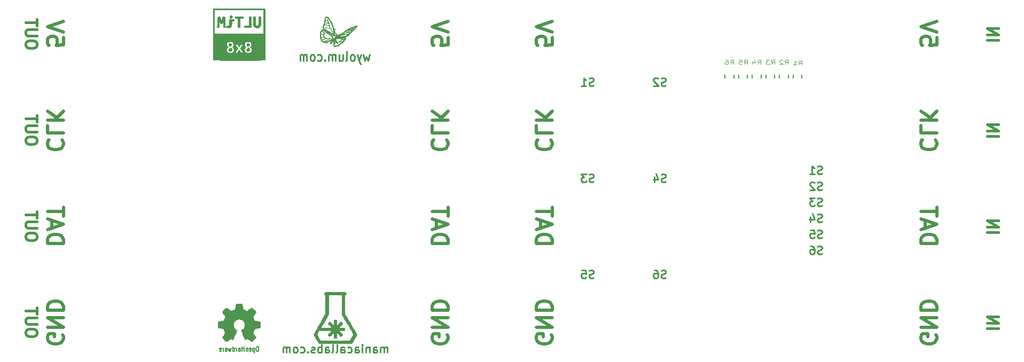
<source format=gbo>
%TF.GenerationSoftware,KiCad,Pcbnew,4.0.7-e0-6372~58~ubuntu16.04.1*%
%TF.CreationDate,2017-08-10T17:43:16+05:30*%
%TF.ProjectId,ultim_bus,756C74696D5F6275732E6B696361645F,rev?*%
%TF.FileFunction,Legend,Bot*%
%FSLAX46Y46*%
G04 Gerber Fmt 4.6, Leading zero omitted, Abs format (unit mm)*
G04 Created by KiCad (PCBNEW 4.0.7-e0-6372~58~ubuntu16.04.1) date Thu Aug 10 17:43:16 2017*
%MOMM*%
%LPD*%
G01*
G04 APERTURE LIST*
%ADD10C,0.101600*%
%ADD11C,0.254000*%
%ADD12C,0.381000*%
%ADD13C,0.508000*%
%ADD14C,0.010000*%
%ADD15C,0.002540*%
%ADD16C,0.127000*%
%ADD17C,0.114300*%
%ADD18C,2.178000*%
%ADD19C,0.900000*%
%ADD20C,6.496000*%
%ADD21R,6.496000X6.496000*%
%ADD22C,6.000000*%
%ADD23O,2.432000X2.127200*%
%ADD24R,1.850000X1.400000*%
%ADD25R,2.178000X2.178000*%
%ADD26C,1.924000*%
%ADD27C,3.448000*%
G04 APERTURE END LIST*
D10*
D11*
X138762619Y-69094048D02*
X138581191Y-69154524D01*
X138278810Y-69154524D01*
X138157857Y-69094048D01*
X138097381Y-69033571D01*
X138036905Y-68912619D01*
X138036905Y-68791667D01*
X138097381Y-68670714D01*
X138157857Y-68610238D01*
X138278810Y-68549762D01*
X138520714Y-68489286D01*
X138641667Y-68428810D01*
X138702143Y-68368333D01*
X138762619Y-68247381D01*
X138762619Y-68126429D01*
X138702143Y-68005476D01*
X138641667Y-67945000D01*
X138520714Y-67884524D01*
X138218334Y-67884524D01*
X138036905Y-67945000D01*
X136948333Y-67884524D02*
X137190238Y-67884524D01*
X137311190Y-67945000D01*
X137371667Y-68005476D01*
X137492619Y-68186905D01*
X137553095Y-68428810D01*
X137553095Y-68912619D01*
X137492619Y-69033571D01*
X137432143Y-69094048D01*
X137311190Y-69154524D01*
X137069286Y-69154524D01*
X136948333Y-69094048D01*
X136887857Y-69033571D01*
X136827381Y-68912619D01*
X136827381Y-68610238D01*
X136887857Y-68489286D01*
X136948333Y-68428810D01*
X137069286Y-68368333D01*
X137311190Y-68368333D01*
X137432143Y-68428810D01*
X137492619Y-68489286D01*
X137553095Y-68610238D01*
X127332619Y-69094048D02*
X127151191Y-69154524D01*
X126848810Y-69154524D01*
X126727857Y-69094048D01*
X126667381Y-69033571D01*
X126606905Y-68912619D01*
X126606905Y-68791667D01*
X126667381Y-68670714D01*
X126727857Y-68610238D01*
X126848810Y-68549762D01*
X127090714Y-68489286D01*
X127211667Y-68428810D01*
X127272143Y-68368333D01*
X127332619Y-68247381D01*
X127332619Y-68126429D01*
X127272143Y-68005476D01*
X127211667Y-67945000D01*
X127090714Y-67884524D01*
X126788334Y-67884524D01*
X126606905Y-67945000D01*
X125457857Y-67884524D02*
X126062619Y-67884524D01*
X126123095Y-68489286D01*
X126062619Y-68428810D01*
X125941667Y-68368333D01*
X125639286Y-68368333D01*
X125518333Y-68428810D01*
X125457857Y-68489286D01*
X125397381Y-68610238D01*
X125397381Y-68912619D01*
X125457857Y-69033571D01*
X125518333Y-69094048D01*
X125639286Y-69154524D01*
X125941667Y-69154524D01*
X126062619Y-69094048D01*
X126123095Y-69033571D01*
X138762619Y-53854048D02*
X138581191Y-53914524D01*
X138278810Y-53914524D01*
X138157857Y-53854048D01*
X138097381Y-53793571D01*
X138036905Y-53672619D01*
X138036905Y-53551667D01*
X138097381Y-53430714D01*
X138157857Y-53370238D01*
X138278810Y-53309762D01*
X138520714Y-53249286D01*
X138641667Y-53188810D01*
X138702143Y-53128333D01*
X138762619Y-53007381D01*
X138762619Y-52886429D01*
X138702143Y-52765476D01*
X138641667Y-52705000D01*
X138520714Y-52644524D01*
X138218334Y-52644524D01*
X138036905Y-52705000D01*
X136948333Y-53067857D02*
X136948333Y-53914524D01*
X137250714Y-52584048D02*
X137553095Y-53491190D01*
X136766905Y-53491190D01*
X127332619Y-53854048D02*
X127151191Y-53914524D01*
X126848810Y-53914524D01*
X126727857Y-53854048D01*
X126667381Y-53793571D01*
X126606905Y-53672619D01*
X126606905Y-53551667D01*
X126667381Y-53430714D01*
X126727857Y-53370238D01*
X126848810Y-53309762D01*
X127090714Y-53249286D01*
X127211667Y-53188810D01*
X127272143Y-53128333D01*
X127332619Y-53007381D01*
X127332619Y-52886429D01*
X127272143Y-52765476D01*
X127211667Y-52705000D01*
X127090714Y-52644524D01*
X126788334Y-52644524D01*
X126606905Y-52705000D01*
X126183571Y-52644524D02*
X125397381Y-52644524D01*
X125820714Y-53128333D01*
X125639286Y-53128333D01*
X125518333Y-53188810D01*
X125457857Y-53249286D01*
X125397381Y-53370238D01*
X125397381Y-53672619D01*
X125457857Y-53793571D01*
X125518333Y-53854048D01*
X125639286Y-53914524D01*
X126002143Y-53914524D01*
X126123095Y-53854048D01*
X126183571Y-53793571D01*
X127332619Y-38614048D02*
X127151191Y-38674524D01*
X126848810Y-38674524D01*
X126727857Y-38614048D01*
X126667381Y-38553571D01*
X126606905Y-38432619D01*
X126606905Y-38311667D01*
X126667381Y-38190714D01*
X126727857Y-38130238D01*
X126848810Y-38069762D01*
X127090714Y-38009286D01*
X127211667Y-37948810D01*
X127272143Y-37888333D01*
X127332619Y-37767381D01*
X127332619Y-37646429D01*
X127272143Y-37525476D01*
X127211667Y-37465000D01*
X127090714Y-37404524D01*
X126788334Y-37404524D01*
X126606905Y-37465000D01*
X125397381Y-38674524D02*
X126123095Y-38674524D01*
X125760238Y-38674524D02*
X125760238Y-37404524D01*
X125881190Y-37585952D01*
X126002143Y-37706905D01*
X126123095Y-37767381D01*
X138762619Y-38614048D02*
X138581191Y-38674524D01*
X138278810Y-38674524D01*
X138157857Y-38614048D01*
X138097381Y-38553571D01*
X138036905Y-38432619D01*
X138036905Y-38311667D01*
X138097381Y-38190714D01*
X138157857Y-38130238D01*
X138278810Y-38069762D01*
X138520714Y-38009286D01*
X138641667Y-37948810D01*
X138702143Y-37888333D01*
X138762619Y-37767381D01*
X138762619Y-37646429D01*
X138702143Y-37525476D01*
X138641667Y-37465000D01*
X138520714Y-37404524D01*
X138218334Y-37404524D01*
X138036905Y-37465000D01*
X137553095Y-37525476D02*
X137492619Y-37465000D01*
X137371667Y-37404524D01*
X137069286Y-37404524D01*
X136948333Y-37465000D01*
X136887857Y-37525476D01*
X136827381Y-37646429D01*
X136827381Y-37767381D01*
X136887857Y-37948810D01*
X137613571Y-38674524D01*
X136827381Y-38674524D01*
X163527619Y-65284048D02*
X163346191Y-65344524D01*
X163043810Y-65344524D01*
X162922857Y-65284048D01*
X162862381Y-65223571D01*
X162801905Y-65102619D01*
X162801905Y-64981667D01*
X162862381Y-64860714D01*
X162922857Y-64800238D01*
X163043810Y-64739762D01*
X163285714Y-64679286D01*
X163406667Y-64618810D01*
X163467143Y-64558333D01*
X163527619Y-64437381D01*
X163527619Y-64316429D01*
X163467143Y-64195476D01*
X163406667Y-64135000D01*
X163285714Y-64074524D01*
X162983334Y-64074524D01*
X162801905Y-64135000D01*
X161713333Y-64074524D02*
X161955238Y-64074524D01*
X162076190Y-64135000D01*
X162136667Y-64195476D01*
X162257619Y-64376905D01*
X162318095Y-64618810D01*
X162318095Y-65102619D01*
X162257619Y-65223571D01*
X162197143Y-65284048D01*
X162076190Y-65344524D01*
X161834286Y-65344524D01*
X161713333Y-65284048D01*
X161652857Y-65223571D01*
X161592381Y-65102619D01*
X161592381Y-64800238D01*
X161652857Y-64679286D01*
X161713333Y-64618810D01*
X161834286Y-64558333D01*
X162076190Y-64558333D01*
X162197143Y-64618810D01*
X162257619Y-64679286D01*
X162318095Y-64800238D01*
X163527619Y-62744048D02*
X163346191Y-62804524D01*
X163043810Y-62804524D01*
X162922857Y-62744048D01*
X162862381Y-62683571D01*
X162801905Y-62562619D01*
X162801905Y-62441667D01*
X162862381Y-62320714D01*
X162922857Y-62260238D01*
X163043810Y-62199762D01*
X163285714Y-62139286D01*
X163406667Y-62078810D01*
X163467143Y-62018333D01*
X163527619Y-61897381D01*
X163527619Y-61776429D01*
X163467143Y-61655476D01*
X163406667Y-61595000D01*
X163285714Y-61534524D01*
X162983334Y-61534524D01*
X162801905Y-61595000D01*
X161652857Y-61534524D02*
X162257619Y-61534524D01*
X162318095Y-62139286D01*
X162257619Y-62078810D01*
X162136667Y-62018333D01*
X161834286Y-62018333D01*
X161713333Y-62078810D01*
X161652857Y-62139286D01*
X161592381Y-62260238D01*
X161592381Y-62562619D01*
X161652857Y-62683571D01*
X161713333Y-62744048D01*
X161834286Y-62804524D01*
X162136667Y-62804524D01*
X162257619Y-62744048D01*
X162318095Y-62683571D01*
X163527619Y-60204048D02*
X163346191Y-60264524D01*
X163043810Y-60264524D01*
X162922857Y-60204048D01*
X162862381Y-60143571D01*
X162801905Y-60022619D01*
X162801905Y-59901667D01*
X162862381Y-59780714D01*
X162922857Y-59720238D01*
X163043810Y-59659762D01*
X163285714Y-59599286D01*
X163406667Y-59538810D01*
X163467143Y-59478333D01*
X163527619Y-59357381D01*
X163527619Y-59236429D01*
X163467143Y-59115476D01*
X163406667Y-59055000D01*
X163285714Y-58994524D01*
X162983334Y-58994524D01*
X162801905Y-59055000D01*
X161713333Y-59417857D02*
X161713333Y-60264524D01*
X162015714Y-58934048D02*
X162318095Y-59841190D01*
X161531905Y-59841190D01*
X163527619Y-57664048D02*
X163346191Y-57724524D01*
X163043810Y-57724524D01*
X162922857Y-57664048D01*
X162862381Y-57603571D01*
X162801905Y-57482619D01*
X162801905Y-57361667D01*
X162862381Y-57240714D01*
X162922857Y-57180238D01*
X163043810Y-57119762D01*
X163285714Y-57059286D01*
X163406667Y-56998810D01*
X163467143Y-56938333D01*
X163527619Y-56817381D01*
X163527619Y-56696429D01*
X163467143Y-56575476D01*
X163406667Y-56515000D01*
X163285714Y-56454524D01*
X162983334Y-56454524D01*
X162801905Y-56515000D01*
X162378571Y-56454524D02*
X161592381Y-56454524D01*
X162015714Y-56938333D01*
X161834286Y-56938333D01*
X161713333Y-56998810D01*
X161652857Y-57059286D01*
X161592381Y-57180238D01*
X161592381Y-57482619D01*
X161652857Y-57603571D01*
X161713333Y-57664048D01*
X161834286Y-57724524D01*
X162197143Y-57724524D01*
X162318095Y-57664048D01*
X162378571Y-57603571D01*
X163527619Y-55124048D02*
X163346191Y-55184524D01*
X163043810Y-55184524D01*
X162922857Y-55124048D01*
X162862381Y-55063571D01*
X162801905Y-54942619D01*
X162801905Y-54821667D01*
X162862381Y-54700714D01*
X162922857Y-54640238D01*
X163043810Y-54579762D01*
X163285714Y-54519286D01*
X163406667Y-54458810D01*
X163467143Y-54398333D01*
X163527619Y-54277381D01*
X163527619Y-54156429D01*
X163467143Y-54035476D01*
X163406667Y-53975000D01*
X163285714Y-53914524D01*
X162983334Y-53914524D01*
X162801905Y-53975000D01*
X162318095Y-54035476D02*
X162257619Y-53975000D01*
X162136667Y-53914524D01*
X161834286Y-53914524D01*
X161713333Y-53975000D01*
X161652857Y-54035476D01*
X161592381Y-54156429D01*
X161592381Y-54277381D01*
X161652857Y-54458810D01*
X162378571Y-55184524D01*
X161592381Y-55184524D01*
X163527619Y-52584048D02*
X163346191Y-52644524D01*
X163043810Y-52644524D01*
X162922857Y-52584048D01*
X162862381Y-52523571D01*
X162801905Y-52402619D01*
X162801905Y-52281667D01*
X162862381Y-52160714D01*
X162922857Y-52100238D01*
X163043810Y-52039762D01*
X163285714Y-51979286D01*
X163406667Y-51918810D01*
X163467143Y-51858333D01*
X163527619Y-51737381D01*
X163527619Y-51616429D01*
X163467143Y-51495476D01*
X163406667Y-51435000D01*
X163285714Y-51374524D01*
X162983334Y-51374524D01*
X162801905Y-51435000D01*
X161592381Y-52644524D02*
X162318095Y-52644524D01*
X161955238Y-52644524D02*
X161955238Y-51374524D01*
X162076190Y-51555952D01*
X162197143Y-51676905D01*
X162318095Y-51737381D01*
D12*
X39073668Y-77977998D02*
X39073668Y-77639331D01*
X38989001Y-77469998D01*
X38819668Y-77300665D01*
X38481001Y-77215998D01*
X37888334Y-77215998D01*
X37549668Y-77300665D01*
X37380334Y-77469998D01*
X37295668Y-77639331D01*
X37295668Y-77977998D01*
X37380334Y-78147331D01*
X37549668Y-78316665D01*
X37888334Y-78401331D01*
X38481001Y-78401331D01*
X38819668Y-78316665D01*
X38989001Y-78147331D01*
X39073668Y-77977998D01*
X39073668Y-76453998D02*
X37634334Y-76453998D01*
X37465001Y-76369331D01*
X37380334Y-76284664D01*
X37295668Y-76115331D01*
X37295668Y-75776664D01*
X37380334Y-75607331D01*
X37465001Y-75522664D01*
X37634334Y-75437998D01*
X39073668Y-75437998D01*
X39073668Y-74845331D02*
X39073668Y-73829331D01*
X37295668Y-74337331D02*
X39073668Y-74337331D01*
X39073667Y-62738002D02*
X39073667Y-62399335D01*
X38989000Y-62230002D01*
X38819667Y-62060669D01*
X38481000Y-61976002D01*
X37888333Y-61976002D01*
X37549667Y-62060669D01*
X37380333Y-62230002D01*
X37295667Y-62399335D01*
X37295667Y-62738002D01*
X37380333Y-62907335D01*
X37549667Y-63076669D01*
X37888333Y-63161335D01*
X38481000Y-63161335D01*
X38819667Y-63076669D01*
X38989000Y-62907335D01*
X39073667Y-62738002D01*
X39073667Y-61214002D02*
X37634333Y-61214002D01*
X37465000Y-61129335D01*
X37380333Y-61044668D01*
X37295667Y-60875335D01*
X37295667Y-60536668D01*
X37380333Y-60367335D01*
X37465000Y-60282668D01*
X37634333Y-60198002D01*
X39073667Y-60198002D01*
X39073667Y-59605335D02*
X39073667Y-58589335D01*
X37295667Y-59097335D02*
X39073667Y-59097335D01*
X39073669Y-47498000D02*
X39073669Y-47159333D01*
X38989002Y-46990000D01*
X38819669Y-46820667D01*
X38481002Y-46736000D01*
X37888335Y-46736000D01*
X37549669Y-46820667D01*
X37380335Y-46990000D01*
X37295669Y-47159333D01*
X37295669Y-47498000D01*
X37380335Y-47667333D01*
X37549669Y-47836667D01*
X37888335Y-47921333D01*
X38481002Y-47921333D01*
X38819669Y-47836667D01*
X38989002Y-47667333D01*
X39073669Y-47498000D01*
X39073669Y-45974000D02*
X37634335Y-45974000D01*
X37465002Y-45889333D01*
X37380335Y-45804666D01*
X37295669Y-45635333D01*
X37295669Y-45296666D01*
X37380335Y-45127333D01*
X37465002Y-45042666D01*
X37634335Y-44958000D01*
X39073669Y-44958000D01*
X39073669Y-44365333D02*
X39073669Y-43349333D01*
X37295669Y-43857333D02*
X39073669Y-43857333D01*
X39073666Y-32257999D02*
X39073666Y-31919332D01*
X38988999Y-31749999D01*
X38819666Y-31580666D01*
X38480999Y-31495999D01*
X37888332Y-31495999D01*
X37549666Y-31580666D01*
X37380332Y-31749999D01*
X37295666Y-31919332D01*
X37295666Y-32257999D01*
X37380332Y-32427332D01*
X37549666Y-32596666D01*
X37888332Y-32681332D01*
X38480999Y-32681332D01*
X38819666Y-32596666D01*
X38988999Y-32427332D01*
X39073666Y-32257999D01*
X39073666Y-30733999D02*
X37634332Y-30733999D01*
X37464999Y-30649332D01*
X37380332Y-30564665D01*
X37295666Y-30395332D01*
X37295666Y-30056665D01*
X37380332Y-29887332D01*
X37464999Y-29802665D01*
X37634332Y-29717999D01*
X39073666Y-29717999D01*
X39073666Y-29125332D02*
X39073666Y-28109332D01*
X37295666Y-28617332D02*
X39073666Y-28617332D01*
X189695667Y-31411334D02*
X191473667Y-31411334D01*
X189695667Y-30564667D02*
X191473667Y-30564667D01*
X189695667Y-29548667D01*
X191473667Y-29548667D01*
X189695667Y-46651334D02*
X191473667Y-46651334D01*
X189695667Y-45804667D02*
X191473667Y-45804667D01*
X189695667Y-44788667D01*
X191473667Y-44788667D01*
X189695667Y-61891334D02*
X191473667Y-61891334D01*
X189695667Y-61044667D02*
X191473667Y-61044667D01*
X189695667Y-60028667D01*
X191473667Y-60028667D01*
X189695667Y-77131335D02*
X191473667Y-77131335D01*
X189695667Y-76284668D02*
X191473667Y-76284668D01*
X189695667Y-75268668D01*
X191473667Y-75268668D01*
D13*
X181609999Y-78135241D02*
X181730951Y-78377146D01*
X181730951Y-78740003D01*
X181609999Y-79102860D01*
X181368094Y-79344765D01*
X181126189Y-79465717D01*
X180642380Y-79586669D01*
X180279523Y-79586669D01*
X179795713Y-79465717D01*
X179553809Y-79344765D01*
X179311904Y-79102860D01*
X179190951Y-78740003D01*
X179190951Y-78498098D01*
X179311904Y-78135241D01*
X179432856Y-78014289D01*
X180279523Y-78014289D01*
X180279523Y-78498098D01*
X179190951Y-76925717D02*
X181730951Y-76925717D01*
X179190951Y-75474289D01*
X181730951Y-75474289D01*
X179190951Y-74264765D02*
X181730951Y-74264765D01*
X181730951Y-73660003D01*
X181609999Y-73297146D01*
X181368094Y-73055241D01*
X181126189Y-72934289D01*
X180642380Y-72813337D01*
X180279523Y-72813337D01*
X179795713Y-72934289D01*
X179553809Y-73055241D01*
X179311904Y-73297146D01*
X179190951Y-73660003D01*
X179190951Y-74264765D01*
X179190952Y-63681429D02*
X181730952Y-63681429D01*
X181730952Y-63076667D01*
X181610000Y-62713810D01*
X181368095Y-62471905D01*
X181126190Y-62350953D01*
X180642381Y-62230001D01*
X180279524Y-62230001D01*
X179795714Y-62350953D01*
X179553810Y-62471905D01*
X179311905Y-62713810D01*
X179190952Y-63076667D01*
X179190952Y-63681429D01*
X179916667Y-61262381D02*
X179916667Y-60052858D01*
X179190952Y-61504286D02*
X181730952Y-60657620D01*
X179190952Y-59810953D01*
X181730952Y-59327143D02*
X181730952Y-57875715D01*
X179190952Y-58601429D02*
X181730952Y-58601429D01*
X179432857Y-47231905D02*
X179311905Y-47352857D01*
X179190952Y-47715714D01*
X179190952Y-47957619D01*
X179311905Y-48320476D01*
X179553810Y-48562381D01*
X179795714Y-48683333D01*
X180279524Y-48804285D01*
X180642381Y-48804285D01*
X181126190Y-48683333D01*
X181368095Y-48562381D01*
X181610000Y-48320476D01*
X181730952Y-47957619D01*
X181730952Y-47715714D01*
X181610000Y-47352857D01*
X181489048Y-47231905D01*
X179190952Y-44933809D02*
X179190952Y-46143333D01*
X181730952Y-46143333D01*
X179190952Y-44087143D02*
X181730952Y-44087143D01*
X179190952Y-42635715D02*
X180642381Y-43724286D01*
X181730952Y-42635715D02*
X180279524Y-44087143D01*
X181730952Y-30963809D02*
X181730952Y-32173333D01*
X180521429Y-32294285D01*
X180642381Y-32173333D01*
X180763333Y-31931428D01*
X180763333Y-31326666D01*
X180642381Y-31084762D01*
X180521429Y-30963809D01*
X180279524Y-30842857D01*
X179674762Y-30842857D01*
X179432857Y-30963809D01*
X179311905Y-31084762D01*
X179190952Y-31326666D01*
X179190952Y-31931428D01*
X179311905Y-32173333D01*
X179432857Y-32294285D01*
X181730952Y-30117142D02*
X179190952Y-29270476D01*
X181730952Y-28423809D01*
X120650000Y-78135239D02*
X120770952Y-78377144D01*
X120770952Y-78740001D01*
X120650000Y-79102858D01*
X120408095Y-79344763D01*
X120166190Y-79465715D01*
X119682381Y-79586667D01*
X119319524Y-79586667D01*
X118835714Y-79465715D01*
X118593810Y-79344763D01*
X118351905Y-79102858D01*
X118230952Y-78740001D01*
X118230952Y-78498096D01*
X118351905Y-78135239D01*
X118472857Y-78014287D01*
X119319524Y-78014287D01*
X119319524Y-78498096D01*
X118230952Y-76925715D02*
X120770952Y-76925715D01*
X118230952Y-75474287D01*
X120770952Y-75474287D01*
X118230952Y-74264763D02*
X120770952Y-74264763D01*
X120770952Y-73660001D01*
X120650000Y-73297144D01*
X120408095Y-73055239D01*
X120166190Y-72934287D01*
X119682381Y-72813335D01*
X119319524Y-72813335D01*
X118835714Y-72934287D01*
X118593810Y-73055239D01*
X118351905Y-73297144D01*
X118230952Y-73660001D01*
X118230952Y-74264763D01*
X118230952Y-63681428D02*
X120770952Y-63681428D01*
X120770952Y-63076666D01*
X120650000Y-62713809D01*
X120408095Y-62471904D01*
X120166190Y-62350952D01*
X119682381Y-62230000D01*
X119319524Y-62230000D01*
X118835714Y-62350952D01*
X118593810Y-62471904D01*
X118351905Y-62713809D01*
X118230952Y-63076666D01*
X118230952Y-63681428D01*
X118956667Y-61262380D02*
X118956667Y-60052857D01*
X118230952Y-61504285D02*
X120770952Y-60657619D01*
X118230952Y-59810952D01*
X120770952Y-59327142D02*
X120770952Y-57875714D01*
X118230952Y-58601428D02*
X120770952Y-58601428D01*
X118472857Y-47231905D02*
X118351905Y-47352857D01*
X118230952Y-47715714D01*
X118230952Y-47957619D01*
X118351905Y-48320476D01*
X118593810Y-48562381D01*
X118835714Y-48683333D01*
X119319524Y-48804285D01*
X119682381Y-48804285D01*
X120166190Y-48683333D01*
X120408095Y-48562381D01*
X120650000Y-48320476D01*
X120770952Y-47957619D01*
X120770952Y-47715714D01*
X120650000Y-47352857D01*
X120529048Y-47231905D01*
X118230952Y-44933809D02*
X118230952Y-46143333D01*
X120770952Y-46143333D01*
X118230952Y-44087143D02*
X120770952Y-44087143D01*
X118230952Y-42635715D02*
X119682381Y-43724286D01*
X120770952Y-42635715D02*
X119319524Y-44087143D01*
X120770952Y-30963809D02*
X120770952Y-32173333D01*
X119561429Y-32294285D01*
X119682381Y-32173333D01*
X119803333Y-31931428D01*
X119803333Y-31326666D01*
X119682381Y-31084762D01*
X119561429Y-30963809D01*
X119319524Y-30842857D01*
X118714762Y-30842857D01*
X118472857Y-30963809D01*
X118351905Y-31084762D01*
X118230952Y-31326666D01*
X118230952Y-31931428D01*
X118351905Y-32173333D01*
X118472857Y-32294285D01*
X120770952Y-30117142D02*
X118230952Y-29270476D01*
X120770952Y-28423809D01*
X104139999Y-78135241D02*
X104260951Y-78377146D01*
X104260951Y-78740003D01*
X104139999Y-79102860D01*
X103898094Y-79344765D01*
X103656189Y-79465717D01*
X103172380Y-79586669D01*
X102809523Y-79586669D01*
X102325713Y-79465717D01*
X102083809Y-79344765D01*
X101841904Y-79102860D01*
X101720951Y-78740003D01*
X101720951Y-78498098D01*
X101841904Y-78135241D01*
X101962856Y-78014289D01*
X102809523Y-78014289D01*
X102809523Y-78498098D01*
X101720951Y-76925717D02*
X104260951Y-76925717D01*
X101720951Y-75474289D01*
X104260951Y-75474289D01*
X101720951Y-74264765D02*
X104260951Y-74264765D01*
X104260951Y-73660003D01*
X104139999Y-73297146D01*
X103898094Y-73055241D01*
X103656189Y-72934289D01*
X103172380Y-72813337D01*
X102809523Y-72813337D01*
X102325713Y-72934289D01*
X102083809Y-73055241D01*
X101841904Y-73297146D01*
X101720951Y-73660003D01*
X101720951Y-74264765D01*
X101720952Y-63681429D02*
X104260952Y-63681429D01*
X104260952Y-63076667D01*
X104140000Y-62713810D01*
X103898095Y-62471905D01*
X103656190Y-62350953D01*
X103172381Y-62230001D01*
X102809524Y-62230001D01*
X102325714Y-62350953D01*
X102083810Y-62471905D01*
X101841905Y-62713810D01*
X101720952Y-63076667D01*
X101720952Y-63681429D01*
X102446667Y-61262381D02*
X102446667Y-60052858D01*
X101720952Y-61504286D02*
X104260952Y-60657620D01*
X101720952Y-59810953D01*
X104260952Y-59327143D02*
X104260952Y-57875715D01*
X101720952Y-58601429D02*
X104260952Y-58601429D01*
X101962857Y-47231905D02*
X101841905Y-47352857D01*
X101720952Y-47715714D01*
X101720952Y-47957619D01*
X101841905Y-48320476D01*
X102083810Y-48562381D01*
X102325714Y-48683333D01*
X102809524Y-48804285D01*
X103172381Y-48804285D01*
X103656190Y-48683333D01*
X103898095Y-48562381D01*
X104140000Y-48320476D01*
X104260952Y-47957619D01*
X104260952Y-47715714D01*
X104140000Y-47352857D01*
X104019048Y-47231905D01*
X101720952Y-44933809D02*
X101720952Y-46143333D01*
X104260952Y-46143333D01*
X101720952Y-44087143D02*
X104260952Y-44087143D01*
X101720952Y-42635715D02*
X103172381Y-43724286D01*
X104260952Y-42635715D02*
X102809524Y-44087143D01*
X104260952Y-30963809D02*
X104260952Y-32173333D01*
X103051429Y-32294285D01*
X103172381Y-32173333D01*
X103293333Y-31931428D01*
X103293333Y-31326666D01*
X103172381Y-31084762D01*
X103051429Y-30963809D01*
X102809524Y-30842857D01*
X102204762Y-30842857D01*
X101962857Y-30963809D01*
X101841905Y-31084762D01*
X101720952Y-31326666D01*
X101720952Y-31931428D01*
X101841905Y-32173333D01*
X101962857Y-32294285D01*
X104260952Y-30117142D02*
X101720952Y-29270476D01*
X104260952Y-28423809D01*
X43180000Y-78135237D02*
X43300952Y-78377142D01*
X43300952Y-78739999D01*
X43180000Y-79102856D01*
X42938095Y-79344761D01*
X42696190Y-79465713D01*
X42212381Y-79586665D01*
X41849524Y-79586665D01*
X41365714Y-79465713D01*
X41123810Y-79344761D01*
X40881905Y-79102856D01*
X40760952Y-78739999D01*
X40760952Y-78498094D01*
X40881905Y-78135237D01*
X41002857Y-78014285D01*
X41849524Y-78014285D01*
X41849524Y-78498094D01*
X40760952Y-76925713D02*
X43300952Y-76925713D01*
X40760952Y-75474285D01*
X43300952Y-75474285D01*
X40760952Y-74264761D02*
X43300952Y-74264761D01*
X43300952Y-73659999D01*
X43180000Y-73297142D01*
X42938095Y-73055237D01*
X42696190Y-72934285D01*
X42212381Y-72813333D01*
X41849524Y-72813333D01*
X41365714Y-72934285D01*
X41123810Y-73055237D01*
X40881905Y-73297142D01*
X40760952Y-73659999D01*
X40760952Y-74264761D01*
X40760953Y-63681425D02*
X43300953Y-63681425D01*
X43300953Y-63076663D01*
X43180001Y-62713806D01*
X42938096Y-62471901D01*
X42696191Y-62350949D01*
X42212382Y-62229997D01*
X41849525Y-62229997D01*
X41365715Y-62350949D01*
X41123811Y-62471901D01*
X40881906Y-62713806D01*
X40760953Y-63076663D01*
X40760953Y-63681425D01*
X41486668Y-61262377D02*
X41486668Y-60052854D01*
X40760953Y-61504282D02*
X43300953Y-60657616D01*
X40760953Y-59810949D01*
X43300953Y-59327139D02*
X43300953Y-57875711D01*
X40760953Y-58601425D02*
X43300953Y-58601425D01*
X41002857Y-47231905D02*
X40881905Y-47352857D01*
X40760952Y-47715714D01*
X40760952Y-47957619D01*
X40881905Y-48320476D01*
X41123810Y-48562381D01*
X41365714Y-48683333D01*
X41849524Y-48804285D01*
X42212381Y-48804285D01*
X42696190Y-48683333D01*
X42938095Y-48562381D01*
X43180000Y-48320476D01*
X43300952Y-47957619D01*
X43300952Y-47715714D01*
X43180000Y-47352857D01*
X43059048Y-47231905D01*
X40760952Y-44933809D02*
X40760952Y-46143333D01*
X43300952Y-46143333D01*
X40760952Y-44087143D02*
X43300952Y-44087143D01*
X40760952Y-42635715D02*
X42212381Y-43724286D01*
X43300952Y-42635715D02*
X41849524Y-44087143D01*
X43300952Y-30963809D02*
X43300952Y-32173333D01*
X42091429Y-32294285D01*
X42212381Y-32173333D01*
X42333333Y-31931428D01*
X42333333Y-31326666D01*
X42212381Y-31084762D01*
X42091429Y-30963809D01*
X41849524Y-30842857D01*
X41244762Y-30842857D01*
X41002857Y-30963809D01*
X40881905Y-31084762D01*
X40760952Y-31326666D01*
X40760952Y-31931428D01*
X40881905Y-32173333D01*
X41002857Y-32294285D01*
X43300952Y-30117142D02*
X40760952Y-29270476D01*
X43300952Y-28423809D01*
D11*
X94645238Y-80965524D02*
X94645238Y-80118857D01*
X94645238Y-80239810D02*
X94584762Y-80179333D01*
X94463809Y-80118857D01*
X94282381Y-80118857D01*
X94161429Y-80179333D01*
X94100952Y-80300286D01*
X94100952Y-80965524D01*
X94100952Y-80300286D02*
X94040476Y-80179333D01*
X93919524Y-80118857D01*
X93738095Y-80118857D01*
X93617143Y-80179333D01*
X93556667Y-80300286D01*
X93556667Y-80965524D01*
X92407619Y-80965524D02*
X92407619Y-80300286D01*
X92468096Y-80179333D01*
X92589048Y-80118857D01*
X92830953Y-80118857D01*
X92951905Y-80179333D01*
X92407619Y-80905048D02*
X92528572Y-80965524D01*
X92830953Y-80965524D01*
X92951905Y-80905048D01*
X93012381Y-80784095D01*
X93012381Y-80663143D01*
X92951905Y-80542190D01*
X92830953Y-80481714D01*
X92528572Y-80481714D01*
X92407619Y-80421238D01*
X91802857Y-80118857D02*
X91802857Y-80965524D01*
X91802857Y-80239810D02*
X91742381Y-80179333D01*
X91621428Y-80118857D01*
X91440000Y-80118857D01*
X91319048Y-80179333D01*
X91258571Y-80300286D01*
X91258571Y-80965524D01*
X90653809Y-80965524D02*
X90653809Y-80118857D01*
X90653809Y-79695524D02*
X90714285Y-79756000D01*
X90653809Y-79816476D01*
X90593333Y-79756000D01*
X90653809Y-79695524D01*
X90653809Y-79816476D01*
X89504761Y-80965524D02*
X89504761Y-80300286D01*
X89565238Y-80179333D01*
X89686190Y-80118857D01*
X89928095Y-80118857D01*
X90049047Y-80179333D01*
X89504761Y-80905048D02*
X89625714Y-80965524D01*
X89928095Y-80965524D01*
X90049047Y-80905048D01*
X90109523Y-80784095D01*
X90109523Y-80663143D01*
X90049047Y-80542190D01*
X89928095Y-80481714D01*
X89625714Y-80481714D01*
X89504761Y-80421238D01*
X88355713Y-80905048D02*
X88476666Y-80965524D01*
X88718570Y-80965524D01*
X88839523Y-80905048D01*
X88899999Y-80844571D01*
X88960475Y-80723619D01*
X88960475Y-80360762D01*
X88899999Y-80239810D01*
X88839523Y-80179333D01*
X88718570Y-80118857D01*
X88476666Y-80118857D01*
X88355713Y-80179333D01*
X87267142Y-80965524D02*
X87267142Y-80300286D01*
X87327619Y-80179333D01*
X87448571Y-80118857D01*
X87690476Y-80118857D01*
X87811428Y-80179333D01*
X87267142Y-80905048D02*
X87388095Y-80965524D01*
X87690476Y-80965524D01*
X87811428Y-80905048D01*
X87871904Y-80784095D01*
X87871904Y-80663143D01*
X87811428Y-80542190D01*
X87690476Y-80481714D01*
X87388095Y-80481714D01*
X87267142Y-80421238D01*
X86480951Y-80965524D02*
X86601904Y-80905048D01*
X86662380Y-80784095D01*
X86662380Y-79695524D01*
X85815713Y-80965524D02*
X85936666Y-80905048D01*
X85997142Y-80784095D01*
X85997142Y-79695524D01*
X84787618Y-80965524D02*
X84787618Y-80300286D01*
X84848095Y-80179333D01*
X84969047Y-80118857D01*
X85210952Y-80118857D01*
X85331904Y-80179333D01*
X84787618Y-80905048D02*
X84908571Y-80965524D01*
X85210952Y-80965524D01*
X85331904Y-80905048D01*
X85392380Y-80784095D01*
X85392380Y-80663143D01*
X85331904Y-80542190D01*
X85210952Y-80481714D01*
X84908571Y-80481714D01*
X84787618Y-80421238D01*
X84182856Y-80965524D02*
X84182856Y-79695524D01*
X84182856Y-80179333D02*
X84061904Y-80118857D01*
X83819999Y-80118857D01*
X83699047Y-80179333D01*
X83638570Y-80239810D01*
X83578094Y-80360762D01*
X83578094Y-80723619D01*
X83638570Y-80844571D01*
X83699047Y-80905048D01*
X83819999Y-80965524D01*
X84061904Y-80965524D01*
X84182856Y-80905048D01*
X83094284Y-80905048D02*
X82973332Y-80965524D01*
X82731427Y-80965524D01*
X82610475Y-80905048D01*
X82549999Y-80784095D01*
X82549999Y-80723619D01*
X82610475Y-80602667D01*
X82731427Y-80542190D01*
X82912856Y-80542190D01*
X83033808Y-80481714D01*
X83094284Y-80360762D01*
X83094284Y-80300286D01*
X83033808Y-80179333D01*
X82912856Y-80118857D01*
X82731427Y-80118857D01*
X82610475Y-80179333D01*
X82005713Y-80844571D02*
X81945237Y-80905048D01*
X82005713Y-80965524D01*
X82066189Y-80905048D01*
X82005713Y-80844571D01*
X82005713Y-80965524D01*
X80856665Y-80905048D02*
X80977618Y-80965524D01*
X81219522Y-80965524D01*
X81340475Y-80905048D01*
X81400951Y-80844571D01*
X81461427Y-80723619D01*
X81461427Y-80360762D01*
X81400951Y-80239810D01*
X81340475Y-80179333D01*
X81219522Y-80118857D01*
X80977618Y-80118857D01*
X80856665Y-80179333D01*
X80130951Y-80965524D02*
X80251904Y-80905048D01*
X80312380Y-80844571D01*
X80372856Y-80723619D01*
X80372856Y-80360762D01*
X80312380Y-80239810D01*
X80251904Y-80179333D01*
X80130951Y-80118857D01*
X79949523Y-80118857D01*
X79828571Y-80179333D01*
X79768094Y-80239810D01*
X79707618Y-80360762D01*
X79707618Y-80723619D01*
X79768094Y-80844571D01*
X79828571Y-80905048D01*
X79949523Y-80965524D01*
X80130951Y-80965524D01*
X79163332Y-80965524D02*
X79163332Y-80118857D01*
X79163332Y-80239810D02*
X79102856Y-80179333D01*
X78981903Y-80118857D01*
X78800475Y-80118857D01*
X78679523Y-80179333D01*
X78619046Y-80300286D01*
X78619046Y-80965524D01*
X78619046Y-80300286D02*
X78558570Y-80179333D01*
X78437618Y-80118857D01*
X78256189Y-80118857D01*
X78135237Y-80179333D01*
X78074761Y-80300286D01*
X78074761Y-80965524D01*
X91796809Y-33709429D02*
X91554905Y-34725429D01*
X91313000Y-33999714D01*
X91071095Y-34725429D01*
X90829190Y-33709429D01*
X90466333Y-33709429D02*
X90163952Y-34725429D01*
X89861572Y-33709429D02*
X90163952Y-34725429D01*
X90284905Y-35088286D01*
X90345381Y-35160857D01*
X90466333Y-35233429D01*
X89196333Y-34725429D02*
X89317286Y-34652857D01*
X89377762Y-34580286D01*
X89438238Y-34435143D01*
X89438238Y-33999714D01*
X89377762Y-33854571D01*
X89317286Y-33782000D01*
X89196333Y-33709429D01*
X89014905Y-33709429D01*
X88893953Y-33782000D01*
X88833476Y-33854571D01*
X88773000Y-33999714D01*
X88773000Y-34435143D01*
X88833476Y-34580286D01*
X88893953Y-34652857D01*
X89014905Y-34725429D01*
X89196333Y-34725429D01*
X88047285Y-34725429D02*
X88168238Y-34652857D01*
X88228714Y-34507714D01*
X88228714Y-33201429D01*
X87019190Y-33709429D02*
X87019190Y-34725429D01*
X87563476Y-33709429D02*
X87563476Y-34507714D01*
X87503000Y-34652857D01*
X87382047Y-34725429D01*
X87200619Y-34725429D01*
X87079667Y-34652857D01*
X87019190Y-34580286D01*
X86414428Y-34725429D02*
X86414428Y-33709429D01*
X86414428Y-33854571D02*
X86353952Y-33782000D01*
X86232999Y-33709429D01*
X86051571Y-33709429D01*
X85930619Y-33782000D01*
X85870142Y-33927143D01*
X85870142Y-34725429D01*
X85870142Y-33927143D02*
X85809666Y-33782000D01*
X85688714Y-33709429D01*
X85507285Y-33709429D01*
X85386333Y-33782000D01*
X85325857Y-33927143D01*
X85325857Y-34725429D01*
X84721095Y-34580286D02*
X84660619Y-34652857D01*
X84721095Y-34725429D01*
X84781571Y-34652857D01*
X84721095Y-34580286D01*
X84721095Y-34725429D01*
X83572047Y-34652857D02*
X83693000Y-34725429D01*
X83934904Y-34725429D01*
X84055857Y-34652857D01*
X84116333Y-34580286D01*
X84176809Y-34435143D01*
X84176809Y-33999714D01*
X84116333Y-33854571D01*
X84055857Y-33782000D01*
X83934904Y-33709429D01*
X83693000Y-33709429D01*
X83572047Y-33782000D01*
X82846333Y-34725429D02*
X82967286Y-34652857D01*
X83027762Y-34580286D01*
X83088238Y-34435143D01*
X83088238Y-33999714D01*
X83027762Y-33854571D01*
X82967286Y-33782000D01*
X82846333Y-33709429D01*
X82664905Y-33709429D01*
X82543953Y-33782000D01*
X82483476Y-33854571D01*
X82423000Y-33999714D01*
X82423000Y-34435143D01*
X82483476Y-34580286D01*
X82543953Y-34652857D01*
X82664905Y-34725429D01*
X82846333Y-34725429D01*
X81878714Y-34725429D02*
X81878714Y-33709429D01*
X81878714Y-33854571D02*
X81818238Y-33782000D01*
X81697285Y-33709429D01*
X81515857Y-33709429D01*
X81394905Y-33782000D01*
X81334428Y-33927143D01*
X81334428Y-34725429D01*
X81334428Y-33927143D02*
X81273952Y-33782000D01*
X81153000Y-33709429D01*
X80971571Y-33709429D01*
X80850619Y-33782000D01*
X80790143Y-33927143D01*
X80790143Y-34725429D01*
D14*
G36*
X87840038Y-30956685D02*
X87737462Y-30970389D01*
X87679692Y-30976512D01*
X87590035Y-30982992D01*
X87475672Y-30989451D01*
X87343787Y-30995515D01*
X87201562Y-31000808D01*
X87096349Y-31003942D01*
X86592005Y-31017308D01*
X86480887Y-31128117D01*
X86413751Y-31194279D01*
X86332618Y-31273091D01*
X86252001Y-31350481D01*
X86228999Y-31372348D01*
X86088228Y-31505769D01*
X86074818Y-31824136D01*
X86070015Y-31942552D01*
X86067598Y-32029902D01*
X86068291Y-32094160D01*
X86072820Y-32143303D01*
X86081911Y-32185305D01*
X86096287Y-32228140D01*
X86116118Y-32278405D01*
X86139888Y-32337051D01*
X86160661Y-32377043D01*
X86185790Y-32401028D01*
X86222626Y-32411650D01*
X86278521Y-32411555D01*
X86360828Y-32403389D01*
X86438154Y-32394280D01*
X86522012Y-32382378D01*
X86605320Y-32367271D01*
X86653077Y-32356455D01*
X86726741Y-32337272D01*
X86799697Y-32318319D01*
X86814898Y-32314378D01*
X86874660Y-32287217D01*
X86950953Y-32234533D01*
X87019650Y-32176647D01*
X87024934Y-32172158D01*
X86821757Y-32172158D01*
X86820989Y-32174755D01*
X86793376Y-32187385D01*
X86736785Y-32204064D01*
X86660835Y-32222728D01*
X86575145Y-32241316D01*
X86489334Y-32257764D01*
X86413020Y-32270009D01*
X86355822Y-32275989D01*
X86347717Y-32276250D01*
X86287819Y-32275229D01*
X86254166Y-32265988D01*
X86233977Y-32242242D01*
X86221182Y-32214039D01*
X86196540Y-32134062D01*
X86196544Y-32062445D01*
X86223379Y-31989445D01*
X86279227Y-31905317D01*
X86294825Y-31885351D01*
X86349420Y-31820067D01*
X86390399Y-31780885D01*
X86425822Y-31761391D01*
X86457975Y-31755483D01*
X86520430Y-31758455D01*
X86564362Y-31774046D01*
X86582259Y-31798167D01*
X86574503Y-31818891D01*
X86560988Y-31853700D01*
X86582203Y-31877766D01*
X86634336Y-31886769D01*
X86634446Y-31886769D01*
X86665105Y-31890276D01*
X86689991Y-31905595D01*
X86715696Y-31939926D01*
X86748817Y-32000470D01*
X86761547Y-32025541D01*
X86792969Y-32091569D01*
X86814233Y-32143440D01*
X86821757Y-32172158D01*
X87024934Y-32172158D01*
X87100538Y-32107937D01*
X87196605Y-32033049D01*
X87289625Y-31966077D01*
X87307214Y-31954240D01*
X87411029Y-31878363D01*
X87521895Y-31782846D01*
X87596292Y-31710267D01*
X87400176Y-31710267D01*
X87386420Y-31729715D01*
X87383150Y-31733356D01*
X87353942Y-31759443D01*
X87300759Y-31801466D01*
X87231762Y-31853130D01*
X87171343Y-31896693D01*
X87092294Y-31954431D01*
X87019534Y-32010613D01*
X86962585Y-32057723D01*
X86936539Y-32081993D01*
X86896493Y-32118818D01*
X86864986Y-32139282D01*
X86858769Y-32140769D01*
X86840193Y-32124480D01*
X86811386Y-32081590D01*
X86778303Y-32021063D01*
X86775468Y-32015360D01*
X86743854Y-31948217D01*
X86729337Y-31906539D01*
X86729969Y-31881668D01*
X86741967Y-31866429D01*
X86766244Y-31833346D01*
X86766871Y-31830712D01*
X86709366Y-31830712D01*
X86694562Y-31846550D01*
X86691606Y-31848444D01*
X86652165Y-31865830D01*
X86628007Y-31854031D01*
X86624604Y-31849042D01*
X86625454Y-31825783D01*
X86651579Y-31813314D01*
X86687657Y-31817704D01*
X86709366Y-31830712D01*
X86766871Y-31830712D01*
X86770308Y-31816274D01*
X86787214Y-31792403D01*
X86831056Y-31761742D01*
X86891521Y-31729308D01*
X86958297Y-31700121D01*
X87021069Y-31679198D01*
X87067712Y-31671547D01*
X87120464Y-31666492D01*
X87157809Y-31654743D01*
X87157974Y-31654639D01*
X87191838Y-31649867D01*
X87251573Y-31656728D01*
X87300322Y-31667287D01*
X87363342Y-31684012D01*
X87394555Y-31696686D01*
X87400176Y-31710267D01*
X87596292Y-31710267D01*
X87643876Y-31663846D01*
X87781035Y-31517518D01*
X87848961Y-31441536D01*
X87930759Y-31336028D01*
X87956577Y-31287858D01*
X87797796Y-31287858D01*
X87795990Y-31301723D01*
X87792624Y-31308173D01*
X87766994Y-31342760D01*
X87721924Y-31393300D01*
X87664068Y-31453363D01*
X87600078Y-31516519D01*
X87536609Y-31576337D01*
X87480314Y-31626388D01*
X87437847Y-31660240D01*
X87416635Y-31671550D01*
X87379132Y-31665909D01*
X87323553Y-31652215D01*
X87306072Y-31647127D01*
X87247993Y-31624473D01*
X87228644Y-31613231D01*
X87141538Y-31613231D01*
X87124818Y-31627918D01*
X87092692Y-31632769D01*
X87055974Y-31626081D01*
X87043846Y-31613231D01*
X87060567Y-31598543D01*
X87092692Y-31593692D01*
X87129411Y-31600381D01*
X87141538Y-31613231D01*
X87228644Y-31613231D01*
X87202699Y-31598158D01*
X87195172Y-31591650D01*
X87181965Y-31573755D01*
X87183325Y-31553833D01*
X87203266Y-31524794D01*
X87245805Y-31479554D01*
X87275436Y-31449996D01*
X87349886Y-31382756D01*
X87406071Y-31346954D01*
X87436159Y-31339692D01*
X87481282Y-31332694D01*
X87504403Y-31320705D01*
X87532078Y-31309730D01*
X87587375Y-31298458D01*
X87658921Y-31289150D01*
X87667299Y-31288342D01*
X87723895Y-31283635D01*
X87471366Y-31283635D01*
X87456562Y-31299473D01*
X87453606Y-31301367D01*
X87412820Y-31318000D01*
X87383049Y-31315003D01*
X87376000Y-31301769D01*
X87391870Y-31274176D01*
X87429016Y-31265868D01*
X87449657Y-31270628D01*
X87471366Y-31283635D01*
X87723895Y-31283635D01*
X87740380Y-31282264D01*
X87781570Y-31281737D01*
X87797796Y-31287858D01*
X87956577Y-31287858D01*
X87989284Y-31226838D01*
X88010108Y-31174321D01*
X88037293Y-31091124D01*
X87895945Y-31091124D01*
X87895508Y-31114291D01*
X87880251Y-31158275D01*
X87871488Y-31177385D01*
X87851309Y-31215679D01*
X87830299Y-31238780D01*
X87798028Y-31251757D01*
X87744068Y-31259677D01*
X87692107Y-31264542D01*
X87594778Y-31269200D01*
X87528681Y-31262372D01*
X87501138Y-31252452D01*
X87437603Y-31237079D01*
X87390184Y-31240636D01*
X87345609Y-31255799D01*
X87328744Y-31283335D01*
X87327154Y-31305594D01*
X87313277Y-31346941D01*
X87277523Y-31401031D01*
X87228706Y-31458326D01*
X87175642Y-31509287D01*
X87127144Y-31544376D01*
X87097027Y-31554616D01*
X87047598Y-31563877D01*
X87008096Y-31586312D01*
X86990886Y-31613896D01*
X86992168Y-31622666D01*
X86981834Y-31645464D01*
X86943653Y-31676097D01*
X86886795Y-31709878D01*
X86820430Y-31742124D01*
X86753729Y-31768150D01*
X86695861Y-31783270D01*
X86673871Y-31785278D01*
X86620182Y-31780005D01*
X86582118Y-31766997D01*
X86579808Y-31765301D01*
X86559100Y-31730112D01*
X86555385Y-31706702D01*
X86555242Y-31706390D01*
X86488678Y-31706390D01*
X86486166Y-31712273D01*
X86457317Y-31729114D01*
X86422132Y-31723942D01*
X86410112Y-31712971D01*
X86414788Y-31693877D01*
X86441245Y-31680305D01*
X86472239Y-31679748D01*
X86479313Y-31682902D01*
X86488678Y-31706390D01*
X86555242Y-31706390D01*
X86538563Y-31670183D01*
X86516308Y-31657969D01*
X86489855Y-31637333D01*
X86479205Y-31608388D01*
X86458622Y-31608388D01*
X86442246Y-31642312D01*
X86413731Y-31655834D01*
X86378442Y-31673231D01*
X86363399Y-31718048D01*
X86363239Y-31719412D01*
X86347275Y-31766511D01*
X86313275Y-31825985D01*
X86285085Y-31864301D01*
X86213462Y-31951855D01*
X86207659Y-31808794D01*
X86206073Y-31735176D01*
X86207334Y-31675439D01*
X86211162Y-31641642D01*
X86211592Y-31640365D01*
X86238202Y-31611396D01*
X86288097Y-31581107D01*
X86346345Y-31556325D01*
X86398012Y-31543879D01*
X86419727Y-31545199D01*
X86451404Y-31570679D01*
X86458622Y-31608388D01*
X86479205Y-31608388D01*
X86477175Y-31602871D01*
X86480297Y-31570130D01*
X86501255Y-31554657D01*
X86502804Y-31554616D01*
X86537973Y-31543801D01*
X86565567Y-31527422D01*
X86590473Y-31502325D01*
X86588663Y-31496000D01*
X86526077Y-31496000D01*
X86498519Y-31512414D01*
X86476078Y-31515539D01*
X86444960Y-31507134D01*
X86438154Y-31496000D01*
X86454909Y-31481437D01*
X86488153Y-31476462D01*
X86521396Y-31482664D01*
X86526077Y-31496000D01*
X86588663Y-31496000D01*
X86583302Y-31477267D01*
X86576678Y-31468807D01*
X86531421Y-31441663D01*
X86472723Y-31440666D01*
X86415095Y-31464659D01*
X86393259Y-31483429D01*
X86350141Y-31521063D01*
X86298435Y-31554895D01*
X86249478Y-31578827D01*
X86214604Y-31586760D01*
X86206779Y-31583753D01*
X86215855Y-31566778D01*
X86249242Y-31528220D01*
X86302410Y-31472864D01*
X86370828Y-31405493D01*
X86418121Y-31360537D01*
X86642283Y-31150141D01*
X87023796Y-31137415D01*
X87163132Y-31131938D01*
X87308802Y-31124783D01*
X87448741Y-31116638D01*
X87570887Y-31108192D01*
X87644688Y-31101968D01*
X87737360Y-31094171D01*
X87815344Y-31089493D01*
X87870731Y-31088276D01*
X87895614Y-31090860D01*
X87895945Y-31091124D01*
X88037293Y-31091124D01*
X88038796Y-31086526D01*
X88049192Y-31022722D01*
X88037905Y-30980372D01*
X88001544Y-30956940D01*
X87936719Y-30949889D01*
X87840038Y-30956685D01*
X87840038Y-30956685D01*
G37*
X87840038Y-30956685D02*
X87737462Y-30970389D01*
X87679692Y-30976512D01*
X87590035Y-30982992D01*
X87475672Y-30989451D01*
X87343787Y-30995515D01*
X87201562Y-31000808D01*
X87096349Y-31003942D01*
X86592005Y-31017308D01*
X86480887Y-31128117D01*
X86413751Y-31194279D01*
X86332618Y-31273091D01*
X86252001Y-31350481D01*
X86228999Y-31372348D01*
X86088228Y-31505769D01*
X86074818Y-31824136D01*
X86070015Y-31942552D01*
X86067598Y-32029902D01*
X86068291Y-32094160D01*
X86072820Y-32143303D01*
X86081911Y-32185305D01*
X86096287Y-32228140D01*
X86116118Y-32278405D01*
X86139888Y-32337051D01*
X86160661Y-32377043D01*
X86185790Y-32401028D01*
X86222626Y-32411650D01*
X86278521Y-32411555D01*
X86360828Y-32403389D01*
X86438154Y-32394280D01*
X86522012Y-32382378D01*
X86605320Y-32367271D01*
X86653077Y-32356455D01*
X86726741Y-32337272D01*
X86799697Y-32318319D01*
X86814898Y-32314378D01*
X86874660Y-32287217D01*
X86950953Y-32234533D01*
X87019650Y-32176647D01*
X87024934Y-32172158D01*
X86821757Y-32172158D01*
X86820989Y-32174755D01*
X86793376Y-32187385D01*
X86736785Y-32204064D01*
X86660835Y-32222728D01*
X86575145Y-32241316D01*
X86489334Y-32257764D01*
X86413020Y-32270009D01*
X86355822Y-32275989D01*
X86347717Y-32276250D01*
X86287819Y-32275229D01*
X86254166Y-32265988D01*
X86233977Y-32242242D01*
X86221182Y-32214039D01*
X86196540Y-32134062D01*
X86196544Y-32062445D01*
X86223379Y-31989445D01*
X86279227Y-31905317D01*
X86294825Y-31885351D01*
X86349420Y-31820067D01*
X86390399Y-31780885D01*
X86425822Y-31761391D01*
X86457975Y-31755483D01*
X86520430Y-31758455D01*
X86564362Y-31774046D01*
X86582259Y-31798167D01*
X86574503Y-31818891D01*
X86560988Y-31853700D01*
X86582203Y-31877766D01*
X86634336Y-31886769D01*
X86634446Y-31886769D01*
X86665105Y-31890276D01*
X86689991Y-31905595D01*
X86715696Y-31939926D01*
X86748817Y-32000470D01*
X86761547Y-32025541D01*
X86792969Y-32091569D01*
X86814233Y-32143440D01*
X86821757Y-32172158D01*
X87024934Y-32172158D01*
X87100538Y-32107937D01*
X87196605Y-32033049D01*
X87289625Y-31966077D01*
X87307214Y-31954240D01*
X87411029Y-31878363D01*
X87521895Y-31782846D01*
X87596292Y-31710267D01*
X87400176Y-31710267D01*
X87386420Y-31729715D01*
X87383150Y-31733356D01*
X87353942Y-31759443D01*
X87300759Y-31801466D01*
X87231762Y-31853130D01*
X87171343Y-31896693D01*
X87092294Y-31954431D01*
X87019534Y-32010613D01*
X86962585Y-32057723D01*
X86936539Y-32081993D01*
X86896493Y-32118818D01*
X86864986Y-32139282D01*
X86858769Y-32140769D01*
X86840193Y-32124480D01*
X86811386Y-32081590D01*
X86778303Y-32021063D01*
X86775468Y-32015360D01*
X86743854Y-31948217D01*
X86729337Y-31906539D01*
X86729969Y-31881668D01*
X86741967Y-31866429D01*
X86766244Y-31833346D01*
X86766871Y-31830712D01*
X86709366Y-31830712D01*
X86694562Y-31846550D01*
X86691606Y-31848444D01*
X86652165Y-31865830D01*
X86628007Y-31854031D01*
X86624604Y-31849042D01*
X86625454Y-31825783D01*
X86651579Y-31813314D01*
X86687657Y-31817704D01*
X86709366Y-31830712D01*
X86766871Y-31830712D01*
X86770308Y-31816274D01*
X86787214Y-31792403D01*
X86831056Y-31761742D01*
X86891521Y-31729308D01*
X86958297Y-31700121D01*
X87021069Y-31679198D01*
X87067712Y-31671547D01*
X87120464Y-31666492D01*
X87157809Y-31654743D01*
X87157974Y-31654639D01*
X87191838Y-31649867D01*
X87251573Y-31656728D01*
X87300322Y-31667287D01*
X87363342Y-31684012D01*
X87394555Y-31696686D01*
X87400176Y-31710267D01*
X87596292Y-31710267D01*
X87643876Y-31663846D01*
X87781035Y-31517518D01*
X87848961Y-31441536D01*
X87930759Y-31336028D01*
X87956577Y-31287858D01*
X87797796Y-31287858D01*
X87795990Y-31301723D01*
X87792624Y-31308173D01*
X87766994Y-31342760D01*
X87721924Y-31393300D01*
X87664068Y-31453363D01*
X87600078Y-31516519D01*
X87536609Y-31576337D01*
X87480314Y-31626388D01*
X87437847Y-31660240D01*
X87416635Y-31671550D01*
X87379132Y-31665909D01*
X87323553Y-31652215D01*
X87306072Y-31647127D01*
X87247993Y-31624473D01*
X87228644Y-31613231D01*
X87141538Y-31613231D01*
X87124818Y-31627918D01*
X87092692Y-31632769D01*
X87055974Y-31626081D01*
X87043846Y-31613231D01*
X87060567Y-31598543D01*
X87092692Y-31593692D01*
X87129411Y-31600381D01*
X87141538Y-31613231D01*
X87228644Y-31613231D01*
X87202699Y-31598158D01*
X87195172Y-31591650D01*
X87181965Y-31573755D01*
X87183325Y-31553833D01*
X87203266Y-31524794D01*
X87245805Y-31479554D01*
X87275436Y-31449996D01*
X87349886Y-31382756D01*
X87406071Y-31346954D01*
X87436159Y-31339692D01*
X87481282Y-31332694D01*
X87504403Y-31320705D01*
X87532078Y-31309730D01*
X87587375Y-31298458D01*
X87658921Y-31289150D01*
X87667299Y-31288342D01*
X87723895Y-31283635D01*
X87471366Y-31283635D01*
X87456562Y-31299473D01*
X87453606Y-31301367D01*
X87412820Y-31318000D01*
X87383049Y-31315003D01*
X87376000Y-31301769D01*
X87391870Y-31274176D01*
X87429016Y-31265868D01*
X87449657Y-31270628D01*
X87471366Y-31283635D01*
X87723895Y-31283635D01*
X87740380Y-31282264D01*
X87781570Y-31281737D01*
X87797796Y-31287858D01*
X87956577Y-31287858D01*
X87989284Y-31226838D01*
X88010108Y-31174321D01*
X88037293Y-31091124D01*
X87895945Y-31091124D01*
X87895508Y-31114291D01*
X87880251Y-31158275D01*
X87871488Y-31177385D01*
X87851309Y-31215679D01*
X87830299Y-31238780D01*
X87798028Y-31251757D01*
X87744068Y-31259677D01*
X87692107Y-31264542D01*
X87594778Y-31269200D01*
X87528681Y-31262372D01*
X87501138Y-31252452D01*
X87437603Y-31237079D01*
X87390184Y-31240636D01*
X87345609Y-31255799D01*
X87328744Y-31283335D01*
X87327154Y-31305594D01*
X87313277Y-31346941D01*
X87277523Y-31401031D01*
X87228706Y-31458326D01*
X87175642Y-31509287D01*
X87127144Y-31544376D01*
X87097027Y-31554616D01*
X87047598Y-31563877D01*
X87008096Y-31586312D01*
X86990886Y-31613896D01*
X86992168Y-31622666D01*
X86981834Y-31645464D01*
X86943653Y-31676097D01*
X86886795Y-31709878D01*
X86820430Y-31742124D01*
X86753729Y-31768150D01*
X86695861Y-31783270D01*
X86673871Y-31785278D01*
X86620182Y-31780005D01*
X86582118Y-31766997D01*
X86579808Y-31765301D01*
X86559100Y-31730112D01*
X86555385Y-31706702D01*
X86555242Y-31706390D01*
X86488678Y-31706390D01*
X86486166Y-31712273D01*
X86457317Y-31729114D01*
X86422132Y-31723942D01*
X86410112Y-31712971D01*
X86414788Y-31693877D01*
X86441245Y-31680305D01*
X86472239Y-31679748D01*
X86479313Y-31682902D01*
X86488678Y-31706390D01*
X86555242Y-31706390D01*
X86538563Y-31670183D01*
X86516308Y-31657969D01*
X86489855Y-31637333D01*
X86479205Y-31608388D01*
X86458622Y-31608388D01*
X86442246Y-31642312D01*
X86413731Y-31655834D01*
X86378442Y-31673231D01*
X86363399Y-31718048D01*
X86363239Y-31719412D01*
X86347275Y-31766511D01*
X86313275Y-31825985D01*
X86285085Y-31864301D01*
X86213462Y-31951855D01*
X86207659Y-31808794D01*
X86206073Y-31735176D01*
X86207334Y-31675439D01*
X86211162Y-31641642D01*
X86211592Y-31640365D01*
X86238202Y-31611396D01*
X86288097Y-31581107D01*
X86346345Y-31556325D01*
X86398012Y-31543879D01*
X86419727Y-31545199D01*
X86451404Y-31570679D01*
X86458622Y-31608388D01*
X86479205Y-31608388D01*
X86477175Y-31602871D01*
X86480297Y-31570130D01*
X86501255Y-31554657D01*
X86502804Y-31554616D01*
X86537973Y-31543801D01*
X86565567Y-31527422D01*
X86590473Y-31502325D01*
X86588663Y-31496000D01*
X86526077Y-31496000D01*
X86498519Y-31512414D01*
X86476078Y-31515539D01*
X86444960Y-31507134D01*
X86438154Y-31496000D01*
X86454909Y-31481437D01*
X86488153Y-31476462D01*
X86521396Y-31482664D01*
X86526077Y-31496000D01*
X86588663Y-31496000D01*
X86583302Y-31477267D01*
X86576678Y-31468807D01*
X86531421Y-31441663D01*
X86472723Y-31440666D01*
X86415095Y-31464659D01*
X86393259Y-31483429D01*
X86350141Y-31521063D01*
X86298435Y-31554895D01*
X86249478Y-31578827D01*
X86214604Y-31586760D01*
X86206779Y-31583753D01*
X86215855Y-31566778D01*
X86249242Y-31528220D01*
X86302410Y-31472864D01*
X86370828Y-31405493D01*
X86418121Y-31360537D01*
X86642283Y-31150141D01*
X87023796Y-31137415D01*
X87163132Y-31131938D01*
X87308802Y-31124783D01*
X87448741Y-31116638D01*
X87570887Y-31108192D01*
X87644688Y-31101968D01*
X87737360Y-31094171D01*
X87815344Y-31089493D01*
X87870731Y-31088276D01*
X87895614Y-31090860D01*
X87895945Y-31091124D01*
X88037293Y-31091124D01*
X88038796Y-31086526D01*
X88049192Y-31022722D01*
X88037905Y-30980372D01*
X88001544Y-30956940D01*
X87936719Y-30949889D01*
X87840038Y-30956685D01*
G36*
X84915517Y-27687996D02*
X84853157Y-27706680D01*
X84811909Y-27730256D01*
X84777846Y-27769491D01*
X84747142Y-27818164D01*
X84720862Y-27864547D01*
X84702772Y-27906273D01*
X84690816Y-27952955D01*
X84682935Y-28014208D01*
X84677073Y-28099647D01*
X84673980Y-28160087D01*
X84665175Y-28295967D01*
X84651607Y-28417653D01*
X84631206Y-28535041D01*
X84601905Y-28658025D01*
X84561634Y-28796500D01*
X84508326Y-28960361D01*
X84504027Y-28973117D01*
X84453130Y-29135117D01*
X84420452Y-29268101D01*
X84405421Y-29377317D01*
X84407461Y-29468010D01*
X84425999Y-29545425D01*
X84438211Y-29574496D01*
X84463020Y-29617203D01*
X84498019Y-29657350D01*
X84548637Y-29699058D01*
X84620309Y-29746449D01*
X84718464Y-29803646D01*
X84797689Y-29847301D01*
X84906576Y-29907817D01*
X85012820Y-29969966D01*
X85122152Y-30037453D01*
X85240304Y-30113982D01*
X85373008Y-30203258D01*
X85525994Y-30308987D01*
X85686966Y-30422123D01*
X85814722Y-30511383D01*
X85916913Y-30580093D01*
X85998968Y-30631498D01*
X86066320Y-30668844D01*
X86124400Y-30695374D01*
X86173516Y-30712773D01*
X86239505Y-30732310D01*
X86288721Y-30745285D01*
X86311444Y-30749158D01*
X86311895Y-30748937D01*
X86310460Y-30728958D01*
X86303731Y-30676474D01*
X86292568Y-30597568D01*
X86288055Y-30567170D01*
X86163031Y-30567170D01*
X86157717Y-30571170D01*
X86140189Y-30548385D01*
X86124012Y-30521051D01*
X86092620Y-30463963D01*
X86048676Y-30382114D01*
X85994841Y-30280498D01*
X85933778Y-30164108D01*
X85869839Y-30041204D01*
X85804954Y-29914933D01*
X85745889Y-29798005D01*
X85695126Y-29695495D01*
X85655148Y-29612477D01*
X85628438Y-29554025D01*
X85617538Y-29525525D01*
X85604863Y-29500058D01*
X85554670Y-29500058D01*
X85548899Y-29519471D01*
X85528600Y-29519597D01*
X85494334Y-29500858D01*
X85485023Y-29486557D01*
X85490794Y-29467145D01*
X85511092Y-29467019D01*
X85545359Y-29485758D01*
X85554670Y-29500058D01*
X85604863Y-29500058D01*
X85594673Y-29479584D01*
X85568692Y-29456320D01*
X85537174Y-29436135D01*
X85516245Y-29411430D01*
X85500997Y-29372145D01*
X85486520Y-29308214D01*
X85480068Y-29274670D01*
X85468292Y-29199941D01*
X85467635Y-29153315D01*
X85478082Y-29125438D01*
X85479831Y-29123208D01*
X85490849Y-29096104D01*
X85483957Y-29084551D01*
X85439419Y-29084551D01*
X85431103Y-29091330D01*
X85408653Y-29092148D01*
X85369667Y-29085246D01*
X85354604Y-29074581D01*
X85351970Y-29051818D01*
X85373626Y-29045782D01*
X85407569Y-29058704D01*
X85414391Y-29063466D01*
X85439419Y-29084551D01*
X85483957Y-29084551D01*
X85472415Y-29065206D01*
X85464131Y-29056593D01*
X85446342Y-29027303D01*
X84965816Y-29027303D01*
X84945564Y-29033993D01*
X84936085Y-29034154D01*
X84902396Y-29022487D01*
X84894615Y-29004846D01*
X84903894Y-28978827D01*
X84911762Y-28975539D01*
X84937225Y-28988906D01*
X84953231Y-29004846D01*
X84965816Y-29027303D01*
X85446342Y-29027303D01*
X85439545Y-29016112D01*
X85418909Y-28954761D01*
X85404517Y-28885290D01*
X85398664Y-28820447D01*
X85403643Y-28772983D01*
X85410747Y-28759917D01*
X85416278Y-28736222D01*
X85414730Y-28734226D01*
X85356585Y-28734226D01*
X85336333Y-28740916D01*
X85326854Y-28741077D01*
X85293165Y-28729410D01*
X85285385Y-28711769D01*
X85294663Y-28685750D01*
X85302531Y-28682462D01*
X85327994Y-28695829D01*
X85344000Y-28711769D01*
X85356585Y-28734226D01*
X85414730Y-28734226D01*
X85390253Y-28702679D01*
X85378451Y-28692031D01*
X85345131Y-28650107D01*
X85306667Y-28582567D01*
X85268370Y-28501450D01*
X85235550Y-28418793D01*
X85213520Y-28346633D01*
X85207231Y-28303981D01*
X85189468Y-28249597D01*
X85124823Y-28249597D01*
X85119053Y-28269009D01*
X85098754Y-28269135D01*
X85064488Y-28250396D01*
X85055177Y-28236096D01*
X85060948Y-28216683D01*
X85081246Y-28216557D01*
X85115512Y-28235296D01*
X85124823Y-28249597D01*
X85189468Y-28249597D01*
X85189053Y-28248328D01*
X85138961Y-28205016D01*
X85074365Y-28182081D01*
X85026881Y-28178415D01*
X85003408Y-28194672D01*
X85000192Y-28201636D01*
X85001929Y-28245145D01*
X85039951Y-28283574D01*
X85109281Y-28313462D01*
X85146366Y-28326985D01*
X85173169Y-28346647D01*
X85196086Y-28380960D01*
X85221510Y-28438433D01*
X85241170Y-28488993D01*
X85299799Y-28642575D01*
X85234970Y-28654737D01*
X85182626Y-28656533D01*
X85177528Y-28655125D01*
X85047779Y-28655125D01*
X85035534Y-28662466D01*
X85017186Y-28662923D01*
X84978464Y-28655393D01*
X84963834Y-28644735D01*
X84961905Y-28621404D01*
X84983384Y-28612516D01*
X85014336Y-28621001D01*
X85027677Y-28631304D01*
X85047779Y-28655125D01*
X85177528Y-28655125D01*
X85122629Y-28639963D01*
X85061802Y-28612042D01*
X84997824Y-28582165D01*
X84958159Y-28571221D01*
X84934132Y-28577194D01*
X84929362Y-28581284D01*
X84917322Y-28613993D01*
X84934315Y-28648523D01*
X84971214Y-28678273D01*
X85018894Y-28696641D01*
X85068228Y-28697027D01*
X85082829Y-28692294D01*
X85138945Y-28680756D01*
X85194053Y-28688143D01*
X85231279Y-28711858D01*
X85233649Y-28715511D01*
X85262028Y-28742294D01*
X85309587Y-28769387D01*
X85316688Y-28772478D01*
X85362276Y-28797439D01*
X85380680Y-28829895D01*
X85383344Y-28863455D01*
X85386859Y-28921544D01*
X85394297Y-28966467D01*
X85396636Y-28988642D01*
X85385628Y-29003569D01*
X85355402Y-29012624D01*
X85300089Y-29017182D01*
X85213816Y-29018622D01*
X85171765Y-29018637D01*
X85079612Y-29014701D01*
X85020646Y-29002716D01*
X84995919Y-28988706D01*
X84945482Y-28956142D01*
X84894716Y-28942982D01*
X84855619Y-28950947D01*
X84842693Y-28966740D01*
X84845406Y-29005195D01*
X84875625Y-29039269D01*
X84921798Y-29063445D01*
X84972370Y-29072210D01*
X85015788Y-29060047D01*
X85023984Y-29053277D01*
X85054306Y-29044723D01*
X85110029Y-29044998D01*
X85178933Y-29052364D01*
X85248798Y-29065083D01*
X85307403Y-29081418D01*
X85341152Y-29098384D01*
X85382738Y-29126644D01*
X85404990Y-29137069D01*
X85429392Y-29165495D01*
X85451480Y-29232522D01*
X85461118Y-29277786D01*
X85473295Y-29347673D01*
X85476369Y-29389833D01*
X85469531Y-29414725D01*
X85451975Y-29432808D01*
X85448974Y-29435120D01*
X85411930Y-29454062D01*
X85390756Y-29455366D01*
X85362674Y-29450590D01*
X85305655Y-29444133D01*
X85229742Y-29437071D01*
X85189855Y-29433808D01*
X85084661Y-29422508D01*
X85072108Y-29419824D01*
X84929922Y-29419824D01*
X84913643Y-29424153D01*
X84895211Y-29421915D01*
X84856134Y-29407540D01*
X84840787Y-29390731D01*
X84845356Y-29370163D01*
X84870205Y-29368394D01*
X84902042Y-29384225D01*
X84915711Y-29397492D01*
X84929922Y-29419824D01*
X85072108Y-29419824D01*
X85012696Y-29407121D01*
X84968212Y-29386383D01*
X84965711Y-29384488D01*
X84912611Y-29352737D01*
X84868832Y-29336139D01*
X84822111Y-29336235D01*
X84800391Y-29359297D01*
X84807050Y-29395744D01*
X84836121Y-29428950D01*
X84873729Y-29451432D01*
X84920044Y-29458515D01*
X84981033Y-29454012D01*
X85057115Y-29449990D01*
X85147838Y-29452846D01*
X85243056Y-29461328D01*
X85332621Y-29474182D01*
X85406386Y-29490154D01*
X85454205Y-29507992D01*
X85461849Y-29513406D01*
X85507514Y-29542455D01*
X85548905Y-29558530D01*
X85566992Y-29566950D01*
X85587260Y-29585222D01*
X85612036Y-29617123D01*
X85643650Y-29666431D01*
X85684429Y-29736924D01*
X85736703Y-29832379D01*
X85802800Y-29956574D01*
X85852281Y-30050690D01*
X85917332Y-30175659D01*
X85975485Y-30289054D01*
X86024502Y-30386376D01*
X86062149Y-30463127D01*
X86086189Y-30514811D01*
X86094386Y-30536929D01*
X86094243Y-30537347D01*
X86075797Y-30530382D01*
X86032568Y-30504842D01*
X85971466Y-30465011D01*
X85915082Y-30426244D01*
X85727028Y-30295600D01*
X85542024Y-30169673D01*
X85365058Y-30051722D01*
X85201117Y-29945007D01*
X85055188Y-29852788D01*
X84932261Y-29778324D01*
X84863855Y-29739219D01*
X84774972Y-29687940D01*
X84693631Y-29636963D01*
X84628921Y-29592240D01*
X84590317Y-29560126D01*
X84553706Y-29508326D01*
X84534274Y-29444152D01*
X84532310Y-29363092D01*
X84548105Y-29260635D01*
X84581948Y-29132268D01*
X84626618Y-28995077D01*
X84680953Y-28831099D01*
X84721709Y-28689751D01*
X84751607Y-28558150D01*
X84773370Y-28423410D01*
X84789718Y-28272648D01*
X84796409Y-28191224D01*
X84805267Y-28083702D01*
X84813864Y-28007187D01*
X84823932Y-27953659D01*
X84837205Y-27915099D01*
X84855414Y-27883487D01*
X84866040Y-27868918D01*
X84910870Y-27824763D01*
X84960612Y-27805689D01*
X85016881Y-27813005D01*
X85081294Y-27848021D01*
X85155464Y-27912046D01*
X85241007Y-28006389D01*
X85339538Y-28132359D01*
X85452672Y-28291265D01*
X85532202Y-28408923D01*
X85581570Y-28492199D01*
X85638598Y-28605585D01*
X85704304Y-28751274D01*
X85779708Y-28931458D01*
X85809286Y-29004846D01*
X85988867Y-29454231D01*
X86067298Y-29962231D01*
X86088899Y-30101637D01*
X86109085Y-30230961D01*
X86126932Y-30344357D01*
X86141515Y-30435978D01*
X86151911Y-30499980D01*
X86156869Y-30528846D01*
X86163031Y-30567170D01*
X86288055Y-30567170D01*
X86277832Y-30498326D01*
X86260386Y-30384830D01*
X86260019Y-30382478D01*
X86242536Y-30267713D01*
X86227893Y-30166064D01*
X86216941Y-30083892D01*
X86210525Y-30027562D01*
X86209495Y-30003438D01*
X86209497Y-30003431D01*
X86221639Y-30009292D01*
X86248490Y-30042406D01*
X86285748Y-30095887D01*
X86329112Y-30162845D01*
X86374279Y-30236394D01*
X86416950Y-30309645D01*
X86452823Y-30375711D01*
X86477595Y-30427705D01*
X86482714Y-30440923D01*
X86504197Y-30511977D01*
X86520220Y-30582021D01*
X86523058Y-30599673D01*
X86526789Y-30646446D01*
X86516462Y-30666264D01*
X86485675Y-30670494D01*
X86483153Y-30670500D01*
X86434856Y-30682142D01*
X86408042Y-30720268D01*
X86399387Y-30789678D01*
X86399376Y-30791417D01*
X86395678Y-30826333D01*
X86381274Y-30859202D01*
X86350684Y-30897549D01*
X86298428Y-30948898D01*
X86257423Y-30986350D01*
X86129918Y-31103718D01*
X86024186Y-31207345D01*
X85930990Y-31307260D01*
X85841090Y-31413494D01*
X85745245Y-31536079D01*
X85718670Y-31571258D01*
X85649287Y-31664349D01*
X85600438Y-31732764D01*
X85568735Y-31782726D01*
X85550792Y-31820459D01*
X85543222Y-31852186D01*
X85542639Y-31884131D01*
X85543243Y-31893642D01*
X85550269Y-31946106D01*
X85565966Y-31970900D01*
X85597597Y-31979408D01*
X85598000Y-31979447D01*
X85650720Y-31974934D01*
X85682219Y-31963162D01*
X85705675Y-31939470D01*
X85744801Y-31889547D01*
X85794511Y-31820271D01*
X85849722Y-31738519D01*
X85860469Y-31722058D01*
X85926922Y-31622580D01*
X85982945Y-31547267D01*
X86037255Y-31486222D01*
X86098571Y-31429548D01*
X86167020Y-31374046D01*
X86274417Y-31285486D01*
X86375062Y-31193932D01*
X86463357Y-31105158D01*
X86533702Y-31024941D01*
X86580499Y-30959055D01*
X86592655Y-30934959D01*
X86611456Y-30894682D01*
X86627287Y-30886067D01*
X86649677Y-30903655D01*
X86664499Y-30914482D01*
X86687534Y-30922059D01*
X86724224Y-30926616D01*
X86780012Y-30928388D01*
X86860343Y-30927606D01*
X86970657Y-30924501D01*
X87062785Y-30921285D01*
X87211464Y-30915144D01*
X87375331Y-30907159D01*
X87539425Y-30898135D01*
X87688788Y-30888877D01*
X87768167Y-30883318D01*
X87916776Y-30870912D01*
X88035070Y-30855866D01*
X88131258Y-30834270D01*
X88213549Y-30802215D01*
X88290153Y-30755793D01*
X88369277Y-30691096D01*
X88459131Y-30604214D01*
X88548308Y-30511857D01*
X88616740Y-30440793D01*
X88707761Y-30347429D01*
X88816220Y-30236988D01*
X88936966Y-30114691D01*
X89064846Y-29985760D01*
X89194710Y-29855416D01*
X89282741Y-29767423D01*
X89426156Y-29623626D01*
X89543210Y-29504589D01*
X89635877Y-29408163D01*
X89706133Y-29332198D01*
X89755950Y-29274545D01*
X89775717Y-29248386D01*
X89612804Y-29248386D01*
X89134287Y-29733334D01*
X89011531Y-29857943D01*
X88888214Y-29983493D01*
X88769405Y-30104799D01*
X88660169Y-30216675D01*
X88565573Y-30313936D01*
X88490685Y-30391397D01*
X88460385Y-30422998D01*
X88360707Y-30525364D01*
X88277419Y-30603133D01*
X88202151Y-30660158D01*
X88126530Y-30700294D01*
X88042187Y-30727393D01*
X87940749Y-30745308D01*
X87813846Y-30757894D01*
X87717923Y-30764762D01*
X87595379Y-30772224D01*
X87468884Y-30778658D01*
X87344194Y-30783912D01*
X87227070Y-30787835D01*
X87123268Y-30790273D01*
X87038547Y-30791076D01*
X86978665Y-30790089D01*
X86949381Y-30787163D01*
X86947782Y-30785113D01*
X86977745Y-30767561D01*
X87037043Y-30740335D01*
X87118015Y-30706347D01*
X87213001Y-30668511D01*
X87314341Y-30629739D01*
X87414376Y-30592944D01*
X87505445Y-30561037D01*
X87579888Y-30536933D01*
X87630045Y-30523543D01*
X87639769Y-30521991D01*
X87716889Y-30516768D01*
X87814363Y-30513916D01*
X87921412Y-30513330D01*
X88027253Y-30514905D01*
X88121106Y-30518533D01*
X88192189Y-30524109D01*
X88216154Y-30527659D01*
X88277444Y-30530570D01*
X88322971Y-30516198D01*
X88345255Y-30489413D01*
X88342941Y-30480000D01*
X88294308Y-30480000D01*
X88277587Y-30494688D01*
X88245462Y-30499539D01*
X88208743Y-30492850D01*
X88196615Y-30480000D01*
X88203098Y-30474305D01*
X87700205Y-30474305D01*
X87697550Y-30481350D01*
X87673338Y-30497177D01*
X87643953Y-30496947D01*
X87630000Y-30481153D01*
X87645445Y-30453912D01*
X87677347Y-30446447D01*
X87688934Y-30450889D01*
X87700205Y-30474305D01*
X88203098Y-30474305D01*
X88213336Y-30465313D01*
X88245462Y-30460462D01*
X88282180Y-30467150D01*
X88294308Y-30480000D01*
X88342941Y-30480000D01*
X88336814Y-30455086D01*
X88333733Y-30451113D01*
X88302468Y-30429209D01*
X88254499Y-30428351D01*
X88236779Y-30431352D01*
X88176780Y-30439939D01*
X88099857Y-30446845D01*
X88014801Y-30451818D01*
X87930407Y-30454607D01*
X87855468Y-30454963D01*
X87798778Y-30452634D01*
X87769130Y-30447368D01*
X87766769Y-30444762D01*
X87782266Y-30425746D01*
X87823362Y-30392839D01*
X87881966Y-30351241D01*
X87949986Y-30306152D01*
X88019331Y-30262771D01*
X88081910Y-30226299D01*
X88129631Y-30201935D01*
X88154403Y-30194878D01*
X88155122Y-30195199D01*
X88183853Y-30196447D01*
X88233883Y-30185689D01*
X88258818Y-30177789D01*
X88345736Y-30153778D01*
X88407732Y-30150188D01*
X88440762Y-30167249D01*
X88440846Y-30167385D01*
X88468465Y-30181492D01*
X88517434Y-30186620D01*
X88570882Y-30181930D01*
X88595556Y-30175064D01*
X88621111Y-30150388D01*
X88623622Y-30125321D01*
X88567846Y-30125321D01*
X88551810Y-30148935D01*
X88517710Y-30161308D01*
X88502881Y-30160383D01*
X88488493Y-30142436D01*
X88247735Y-30142436D01*
X88245547Y-30147708D01*
X88220813Y-30163314D01*
X88186189Y-30166569D01*
X88160828Y-30157192D01*
X88157538Y-30148999D01*
X88171789Y-30122680D01*
X88178013Y-30117960D01*
X88208951Y-30112155D01*
X88237679Y-30122731D01*
X88247735Y-30142436D01*
X88488493Y-30142436D01*
X88487625Y-30141354D01*
X88487453Y-30137589D01*
X88502502Y-30120437D01*
X88533367Y-30112000D01*
X88560862Y-30115205D01*
X88567846Y-30125321D01*
X88623622Y-30125321D01*
X88624523Y-30116333D01*
X88606440Y-30090442D01*
X88592269Y-30086192D01*
X88525332Y-30086171D01*
X88468865Y-30096345D01*
X88441823Y-30110096D01*
X88409041Y-30123988D01*
X88362193Y-30127721D01*
X88320653Y-30121170D01*
X88305442Y-30110977D01*
X88314562Y-30091727D01*
X88348851Y-30057816D01*
X88400269Y-30015179D01*
X88460775Y-29969750D01*
X88522330Y-29927464D01*
X88576892Y-29894254D01*
X88616422Y-29876055D01*
X88626109Y-29874308D01*
X88675759Y-29863946D01*
X88703788Y-29850752D01*
X88738055Y-29838179D01*
X88770777Y-29854100D01*
X88780895Y-29862842D01*
X88825755Y-29883930D01*
X88882513Y-29887251D01*
X88935658Y-29874499D01*
X88969682Y-29847366D01*
X88972259Y-29841950D01*
X88971967Y-29835231D01*
X88919538Y-29835231D01*
X88902818Y-29849918D01*
X88870692Y-29854769D01*
X88833974Y-29848081D01*
X88821846Y-29835231D01*
X88838567Y-29820543D01*
X88870692Y-29815692D01*
X88907411Y-29822381D01*
X88919538Y-29835231D01*
X88971967Y-29835231D01*
X88970987Y-29812705D01*
X88665538Y-29812705D01*
X88649502Y-29836320D01*
X88615403Y-29848693D01*
X88600573Y-29847768D01*
X88585318Y-29828739D01*
X88585145Y-29824973D01*
X88600194Y-29807822D01*
X88631059Y-29799385D01*
X88658554Y-29802589D01*
X88665538Y-29812705D01*
X88970987Y-29812705D01*
X88970762Y-29807546D01*
X88938461Y-29787678D01*
X88881221Y-29783374D01*
X88804905Y-29795662D01*
X88768115Y-29806165D01*
X88732589Y-29810017D01*
X88724154Y-29798678D01*
X88741017Y-29777582D01*
X88785119Y-29748407D01*
X88846726Y-29715731D01*
X88916107Y-29684132D01*
X88983530Y-29658186D01*
X89039261Y-29642471D01*
X89061855Y-29639846D01*
X89119121Y-29631768D01*
X89164182Y-29612653D01*
X89189089Y-29587556D01*
X89187279Y-29581231D01*
X89134462Y-29581231D01*
X89117741Y-29595918D01*
X89085615Y-29600769D01*
X89048897Y-29594081D01*
X89036769Y-29581231D01*
X89053490Y-29566543D01*
X89085615Y-29561692D01*
X89122334Y-29568381D01*
X89134462Y-29581231D01*
X89187279Y-29581231D01*
X89181918Y-29562498D01*
X89175293Y-29554037D01*
X89136047Y-29530136D01*
X89083528Y-29524773D01*
X89030945Y-29535489D01*
X88991504Y-29559826D01*
X88978154Y-29590731D01*
X88961803Y-29613655D01*
X88919215Y-29646421D01*
X88860092Y-29683525D01*
X88794133Y-29719458D01*
X88731037Y-29748713D01*
X88680504Y-29765785D01*
X88665963Y-29767970D01*
X88592930Y-29772670D01*
X88549754Y-29779012D01*
X88527224Y-29789440D01*
X88516127Y-29806399D01*
X88515540Y-29807895D01*
X88517389Y-29842323D01*
X88528305Y-29854483D01*
X88528089Y-29872773D01*
X88501034Y-29904814D01*
X88454446Y-29945359D01*
X88395634Y-29989160D01*
X88331907Y-30030971D01*
X88270573Y-30065544D01*
X88218939Y-30087632D01*
X88196615Y-30092628D01*
X88137968Y-30108832D01*
X88109700Y-30141205D01*
X88082068Y-30175536D01*
X88028490Y-30221508D01*
X87957960Y-30273267D01*
X87879472Y-30324957D01*
X87802021Y-30370723D01*
X87734600Y-30404708D01*
X87686203Y-30421057D01*
X87678846Y-30421707D01*
X87612960Y-30430947D01*
X87576378Y-30459896D01*
X87568947Y-30476562D01*
X87548415Y-30494589D01*
X87499627Y-30522634D01*
X87430664Y-30556349D01*
X87375518Y-30580655D01*
X87242564Y-30636473D01*
X87142576Y-30677570D01*
X87072771Y-30705002D01*
X87030365Y-30719827D01*
X87012574Y-30723102D01*
X87014538Y-30717776D01*
X87042982Y-30695256D01*
X87100108Y-30654288D01*
X87181767Y-30597615D01*
X87225006Y-30568108D01*
X86978851Y-30568108D01*
X86961068Y-30592617D01*
X86908083Y-30634074D01*
X86852015Y-30671882D01*
X86780742Y-30720632D01*
X86721209Y-30765868D01*
X86681865Y-30800947D01*
X86671886Y-30813517D01*
X86650116Y-30846768D01*
X86641993Y-30844788D01*
X86650381Y-30809908D01*
X86654287Y-30799203D01*
X86663869Y-30748246D01*
X86654070Y-30727178D01*
X86647193Y-30698509D01*
X86675520Y-30665297D01*
X86735823Y-30630064D01*
X86821119Y-30596577D01*
X86908864Y-30570058D01*
X86961446Y-30560578D01*
X86978851Y-30568108D01*
X87225006Y-30568108D01*
X87283809Y-30527981D01*
X87402084Y-30448129D01*
X87532443Y-30360803D01*
X87670737Y-30268745D01*
X87812815Y-30174699D01*
X87954528Y-30081409D01*
X88091726Y-29991618D01*
X88220261Y-29908069D01*
X88335981Y-29833506D01*
X88434739Y-29770672D01*
X88512383Y-29722310D01*
X88564765Y-29691164D01*
X88578970Y-29683505D01*
X88678771Y-29634917D01*
X88795654Y-29580210D01*
X88922773Y-29522370D01*
X89053283Y-29464381D01*
X89180337Y-29409226D01*
X89297091Y-29359891D01*
X89396697Y-29319358D01*
X89472311Y-29290613D01*
X89505518Y-29279615D01*
X89612804Y-29248386D01*
X89775717Y-29248386D01*
X89787304Y-29233053D01*
X89802168Y-29205574D01*
X89803610Y-29200281D01*
X89804537Y-29149450D01*
X89779443Y-29121980D01*
X89723118Y-29112733D01*
X89714703Y-29112607D01*
X89646664Y-29117668D01*
X89564336Y-29134357D01*
X89464180Y-29163911D01*
X89342661Y-29207570D01*
X89196241Y-29266572D01*
X89021383Y-29342156D01*
X88886840Y-29402563D01*
X88750883Y-29464472D01*
X88637990Y-29516707D01*
X88542024Y-29562780D01*
X88456851Y-29606202D01*
X88376332Y-29650487D01*
X88294332Y-29699147D01*
X88204715Y-29755692D01*
X88101343Y-29823637D01*
X87978081Y-29906492D01*
X87828792Y-30007770D01*
X87825385Y-30010085D01*
X87688098Y-30103445D01*
X87555775Y-30193588D01*
X87433262Y-30277200D01*
X87325402Y-30350971D01*
X87237041Y-30411586D01*
X87173024Y-30455735D01*
X87146746Y-30474044D01*
X87091286Y-30510484D01*
X87052180Y-30531204D01*
X87036044Y-30532870D01*
X87036490Y-30529603D01*
X87042661Y-30511095D01*
X87037926Y-30502455D01*
X87014609Y-30503144D01*
X86965030Y-30512623D01*
X86922693Y-30521622D01*
X86830881Y-30546244D01*
X86742358Y-30578706D01*
X86666826Y-30614629D01*
X86613990Y-30649635D01*
X86597145Y-30668501D01*
X86579841Y-30693166D01*
X86574012Y-30694923D01*
X86570916Y-30671229D01*
X86565540Y-30622772D01*
X86562866Y-30597231D01*
X86543326Y-30485785D01*
X86505847Y-30376131D01*
X86446495Y-30258954D01*
X86367006Y-30133269D01*
X86317172Y-30057176D01*
X86276869Y-29990707D01*
X86250631Y-29941665D01*
X86242769Y-29919359D01*
X86254796Y-29877074D01*
X86284301Y-29822507D01*
X86321417Y-29771296D01*
X86356281Y-29739077D01*
X86356634Y-29738876D01*
X86377500Y-29717655D01*
X86367507Y-29698393D01*
X86341887Y-29695925D01*
X86306688Y-29720541D01*
X86268501Y-29763748D01*
X86233914Y-29817054D01*
X86209518Y-29871968D01*
X86201746Y-29912017D01*
X86198254Y-29919094D01*
X86189925Y-29892257D01*
X86177838Y-29836218D01*
X86163072Y-29755690D01*
X86155105Y-29708231D01*
X86134195Y-29581838D01*
X86117277Y-29486093D01*
X86102301Y-29413039D01*
X86087219Y-29354717D01*
X86069982Y-29303169D01*
X86048541Y-29250436D01*
X86021931Y-29190936D01*
X85994095Y-29126796D01*
X85956672Y-29036281D01*
X85913796Y-28929603D01*
X85869602Y-28816976D01*
X85851491Y-28769960D01*
X85811562Y-28667350D01*
X85776710Y-28583868D01*
X85742365Y-28511302D01*
X85703960Y-28441437D01*
X85656923Y-28366061D01*
X85596686Y-28276960D01*
X85518680Y-28165921D01*
X85503648Y-28144729D01*
X85421923Y-28030444D01*
X85357672Y-27943277D01*
X85306356Y-27878061D01*
X85263435Y-27829630D01*
X85224367Y-27792817D01*
X85184614Y-27762453D01*
X85145260Y-27736842D01*
X85022355Y-27660685D01*
X84915517Y-27687996D01*
X84915517Y-27687996D01*
G37*
X84915517Y-27687996D02*
X84853157Y-27706680D01*
X84811909Y-27730256D01*
X84777846Y-27769491D01*
X84747142Y-27818164D01*
X84720862Y-27864547D01*
X84702772Y-27906273D01*
X84690816Y-27952955D01*
X84682935Y-28014208D01*
X84677073Y-28099647D01*
X84673980Y-28160087D01*
X84665175Y-28295967D01*
X84651607Y-28417653D01*
X84631206Y-28535041D01*
X84601905Y-28658025D01*
X84561634Y-28796500D01*
X84508326Y-28960361D01*
X84504027Y-28973117D01*
X84453130Y-29135117D01*
X84420452Y-29268101D01*
X84405421Y-29377317D01*
X84407461Y-29468010D01*
X84425999Y-29545425D01*
X84438211Y-29574496D01*
X84463020Y-29617203D01*
X84498019Y-29657350D01*
X84548637Y-29699058D01*
X84620309Y-29746449D01*
X84718464Y-29803646D01*
X84797689Y-29847301D01*
X84906576Y-29907817D01*
X85012820Y-29969966D01*
X85122152Y-30037453D01*
X85240304Y-30113982D01*
X85373008Y-30203258D01*
X85525994Y-30308987D01*
X85686966Y-30422123D01*
X85814722Y-30511383D01*
X85916913Y-30580093D01*
X85998968Y-30631498D01*
X86066320Y-30668844D01*
X86124400Y-30695374D01*
X86173516Y-30712773D01*
X86239505Y-30732310D01*
X86288721Y-30745285D01*
X86311444Y-30749158D01*
X86311895Y-30748937D01*
X86310460Y-30728958D01*
X86303731Y-30676474D01*
X86292568Y-30597568D01*
X86288055Y-30567170D01*
X86163031Y-30567170D01*
X86157717Y-30571170D01*
X86140189Y-30548385D01*
X86124012Y-30521051D01*
X86092620Y-30463963D01*
X86048676Y-30382114D01*
X85994841Y-30280498D01*
X85933778Y-30164108D01*
X85869839Y-30041204D01*
X85804954Y-29914933D01*
X85745889Y-29798005D01*
X85695126Y-29695495D01*
X85655148Y-29612477D01*
X85628438Y-29554025D01*
X85617538Y-29525525D01*
X85604863Y-29500058D01*
X85554670Y-29500058D01*
X85548899Y-29519471D01*
X85528600Y-29519597D01*
X85494334Y-29500858D01*
X85485023Y-29486557D01*
X85490794Y-29467145D01*
X85511092Y-29467019D01*
X85545359Y-29485758D01*
X85554670Y-29500058D01*
X85604863Y-29500058D01*
X85594673Y-29479584D01*
X85568692Y-29456320D01*
X85537174Y-29436135D01*
X85516245Y-29411430D01*
X85500997Y-29372145D01*
X85486520Y-29308214D01*
X85480068Y-29274670D01*
X85468292Y-29199941D01*
X85467635Y-29153315D01*
X85478082Y-29125438D01*
X85479831Y-29123208D01*
X85490849Y-29096104D01*
X85483957Y-29084551D01*
X85439419Y-29084551D01*
X85431103Y-29091330D01*
X85408653Y-29092148D01*
X85369667Y-29085246D01*
X85354604Y-29074581D01*
X85351970Y-29051818D01*
X85373626Y-29045782D01*
X85407569Y-29058704D01*
X85414391Y-29063466D01*
X85439419Y-29084551D01*
X85483957Y-29084551D01*
X85472415Y-29065206D01*
X85464131Y-29056593D01*
X85446342Y-29027303D01*
X84965816Y-29027303D01*
X84945564Y-29033993D01*
X84936085Y-29034154D01*
X84902396Y-29022487D01*
X84894615Y-29004846D01*
X84903894Y-28978827D01*
X84911762Y-28975539D01*
X84937225Y-28988906D01*
X84953231Y-29004846D01*
X84965816Y-29027303D01*
X85446342Y-29027303D01*
X85439545Y-29016112D01*
X85418909Y-28954761D01*
X85404517Y-28885290D01*
X85398664Y-28820447D01*
X85403643Y-28772983D01*
X85410747Y-28759917D01*
X85416278Y-28736222D01*
X85414730Y-28734226D01*
X85356585Y-28734226D01*
X85336333Y-28740916D01*
X85326854Y-28741077D01*
X85293165Y-28729410D01*
X85285385Y-28711769D01*
X85294663Y-28685750D01*
X85302531Y-28682462D01*
X85327994Y-28695829D01*
X85344000Y-28711769D01*
X85356585Y-28734226D01*
X85414730Y-28734226D01*
X85390253Y-28702679D01*
X85378451Y-28692031D01*
X85345131Y-28650107D01*
X85306667Y-28582567D01*
X85268370Y-28501450D01*
X85235550Y-28418793D01*
X85213520Y-28346633D01*
X85207231Y-28303981D01*
X85189468Y-28249597D01*
X85124823Y-28249597D01*
X85119053Y-28269009D01*
X85098754Y-28269135D01*
X85064488Y-28250396D01*
X85055177Y-28236096D01*
X85060948Y-28216683D01*
X85081246Y-28216557D01*
X85115512Y-28235296D01*
X85124823Y-28249597D01*
X85189468Y-28249597D01*
X85189053Y-28248328D01*
X85138961Y-28205016D01*
X85074365Y-28182081D01*
X85026881Y-28178415D01*
X85003408Y-28194672D01*
X85000192Y-28201636D01*
X85001929Y-28245145D01*
X85039951Y-28283574D01*
X85109281Y-28313462D01*
X85146366Y-28326985D01*
X85173169Y-28346647D01*
X85196086Y-28380960D01*
X85221510Y-28438433D01*
X85241170Y-28488993D01*
X85299799Y-28642575D01*
X85234970Y-28654737D01*
X85182626Y-28656533D01*
X85177528Y-28655125D01*
X85047779Y-28655125D01*
X85035534Y-28662466D01*
X85017186Y-28662923D01*
X84978464Y-28655393D01*
X84963834Y-28644735D01*
X84961905Y-28621404D01*
X84983384Y-28612516D01*
X85014336Y-28621001D01*
X85027677Y-28631304D01*
X85047779Y-28655125D01*
X85177528Y-28655125D01*
X85122629Y-28639963D01*
X85061802Y-28612042D01*
X84997824Y-28582165D01*
X84958159Y-28571221D01*
X84934132Y-28577194D01*
X84929362Y-28581284D01*
X84917322Y-28613993D01*
X84934315Y-28648523D01*
X84971214Y-28678273D01*
X85018894Y-28696641D01*
X85068228Y-28697027D01*
X85082829Y-28692294D01*
X85138945Y-28680756D01*
X85194053Y-28688143D01*
X85231279Y-28711858D01*
X85233649Y-28715511D01*
X85262028Y-28742294D01*
X85309587Y-28769387D01*
X85316688Y-28772478D01*
X85362276Y-28797439D01*
X85380680Y-28829895D01*
X85383344Y-28863455D01*
X85386859Y-28921544D01*
X85394297Y-28966467D01*
X85396636Y-28988642D01*
X85385628Y-29003569D01*
X85355402Y-29012624D01*
X85300089Y-29017182D01*
X85213816Y-29018622D01*
X85171765Y-29018637D01*
X85079612Y-29014701D01*
X85020646Y-29002716D01*
X84995919Y-28988706D01*
X84945482Y-28956142D01*
X84894716Y-28942982D01*
X84855619Y-28950947D01*
X84842693Y-28966740D01*
X84845406Y-29005195D01*
X84875625Y-29039269D01*
X84921798Y-29063445D01*
X84972370Y-29072210D01*
X85015788Y-29060047D01*
X85023984Y-29053277D01*
X85054306Y-29044723D01*
X85110029Y-29044998D01*
X85178933Y-29052364D01*
X85248798Y-29065083D01*
X85307403Y-29081418D01*
X85341152Y-29098384D01*
X85382738Y-29126644D01*
X85404990Y-29137069D01*
X85429392Y-29165495D01*
X85451480Y-29232522D01*
X85461118Y-29277786D01*
X85473295Y-29347673D01*
X85476369Y-29389833D01*
X85469531Y-29414725D01*
X85451975Y-29432808D01*
X85448974Y-29435120D01*
X85411930Y-29454062D01*
X85390756Y-29455366D01*
X85362674Y-29450590D01*
X85305655Y-29444133D01*
X85229742Y-29437071D01*
X85189855Y-29433808D01*
X85084661Y-29422508D01*
X85072108Y-29419824D01*
X84929922Y-29419824D01*
X84913643Y-29424153D01*
X84895211Y-29421915D01*
X84856134Y-29407540D01*
X84840787Y-29390731D01*
X84845356Y-29370163D01*
X84870205Y-29368394D01*
X84902042Y-29384225D01*
X84915711Y-29397492D01*
X84929922Y-29419824D01*
X85072108Y-29419824D01*
X85012696Y-29407121D01*
X84968212Y-29386383D01*
X84965711Y-29384488D01*
X84912611Y-29352737D01*
X84868832Y-29336139D01*
X84822111Y-29336235D01*
X84800391Y-29359297D01*
X84807050Y-29395744D01*
X84836121Y-29428950D01*
X84873729Y-29451432D01*
X84920044Y-29458515D01*
X84981033Y-29454012D01*
X85057115Y-29449990D01*
X85147838Y-29452846D01*
X85243056Y-29461328D01*
X85332621Y-29474182D01*
X85406386Y-29490154D01*
X85454205Y-29507992D01*
X85461849Y-29513406D01*
X85507514Y-29542455D01*
X85548905Y-29558530D01*
X85566992Y-29566950D01*
X85587260Y-29585222D01*
X85612036Y-29617123D01*
X85643650Y-29666431D01*
X85684429Y-29736924D01*
X85736703Y-29832379D01*
X85802800Y-29956574D01*
X85852281Y-30050690D01*
X85917332Y-30175659D01*
X85975485Y-30289054D01*
X86024502Y-30386376D01*
X86062149Y-30463127D01*
X86086189Y-30514811D01*
X86094386Y-30536929D01*
X86094243Y-30537347D01*
X86075797Y-30530382D01*
X86032568Y-30504842D01*
X85971466Y-30465011D01*
X85915082Y-30426244D01*
X85727028Y-30295600D01*
X85542024Y-30169673D01*
X85365058Y-30051722D01*
X85201117Y-29945007D01*
X85055188Y-29852788D01*
X84932261Y-29778324D01*
X84863855Y-29739219D01*
X84774972Y-29687940D01*
X84693631Y-29636963D01*
X84628921Y-29592240D01*
X84590317Y-29560126D01*
X84553706Y-29508326D01*
X84534274Y-29444152D01*
X84532310Y-29363092D01*
X84548105Y-29260635D01*
X84581948Y-29132268D01*
X84626618Y-28995077D01*
X84680953Y-28831099D01*
X84721709Y-28689751D01*
X84751607Y-28558150D01*
X84773370Y-28423410D01*
X84789718Y-28272648D01*
X84796409Y-28191224D01*
X84805267Y-28083702D01*
X84813864Y-28007187D01*
X84823932Y-27953659D01*
X84837205Y-27915099D01*
X84855414Y-27883487D01*
X84866040Y-27868918D01*
X84910870Y-27824763D01*
X84960612Y-27805689D01*
X85016881Y-27813005D01*
X85081294Y-27848021D01*
X85155464Y-27912046D01*
X85241007Y-28006389D01*
X85339538Y-28132359D01*
X85452672Y-28291265D01*
X85532202Y-28408923D01*
X85581570Y-28492199D01*
X85638598Y-28605585D01*
X85704304Y-28751274D01*
X85779708Y-28931458D01*
X85809286Y-29004846D01*
X85988867Y-29454231D01*
X86067298Y-29962231D01*
X86088899Y-30101637D01*
X86109085Y-30230961D01*
X86126932Y-30344357D01*
X86141515Y-30435978D01*
X86151911Y-30499980D01*
X86156869Y-30528846D01*
X86163031Y-30567170D01*
X86288055Y-30567170D01*
X86277832Y-30498326D01*
X86260386Y-30384830D01*
X86260019Y-30382478D01*
X86242536Y-30267713D01*
X86227893Y-30166064D01*
X86216941Y-30083892D01*
X86210525Y-30027562D01*
X86209495Y-30003438D01*
X86209497Y-30003431D01*
X86221639Y-30009292D01*
X86248490Y-30042406D01*
X86285748Y-30095887D01*
X86329112Y-30162845D01*
X86374279Y-30236394D01*
X86416950Y-30309645D01*
X86452823Y-30375711D01*
X86477595Y-30427705D01*
X86482714Y-30440923D01*
X86504197Y-30511977D01*
X86520220Y-30582021D01*
X86523058Y-30599673D01*
X86526789Y-30646446D01*
X86516462Y-30666264D01*
X86485675Y-30670494D01*
X86483153Y-30670500D01*
X86434856Y-30682142D01*
X86408042Y-30720268D01*
X86399387Y-30789678D01*
X86399376Y-30791417D01*
X86395678Y-30826333D01*
X86381274Y-30859202D01*
X86350684Y-30897549D01*
X86298428Y-30948898D01*
X86257423Y-30986350D01*
X86129918Y-31103718D01*
X86024186Y-31207345D01*
X85930990Y-31307260D01*
X85841090Y-31413494D01*
X85745245Y-31536079D01*
X85718670Y-31571258D01*
X85649287Y-31664349D01*
X85600438Y-31732764D01*
X85568735Y-31782726D01*
X85550792Y-31820459D01*
X85543222Y-31852186D01*
X85542639Y-31884131D01*
X85543243Y-31893642D01*
X85550269Y-31946106D01*
X85565966Y-31970900D01*
X85597597Y-31979408D01*
X85598000Y-31979447D01*
X85650720Y-31974934D01*
X85682219Y-31963162D01*
X85705675Y-31939470D01*
X85744801Y-31889547D01*
X85794511Y-31820271D01*
X85849722Y-31738519D01*
X85860469Y-31722058D01*
X85926922Y-31622580D01*
X85982945Y-31547267D01*
X86037255Y-31486222D01*
X86098571Y-31429548D01*
X86167020Y-31374046D01*
X86274417Y-31285486D01*
X86375062Y-31193932D01*
X86463357Y-31105158D01*
X86533702Y-31024941D01*
X86580499Y-30959055D01*
X86592655Y-30934959D01*
X86611456Y-30894682D01*
X86627287Y-30886067D01*
X86649677Y-30903655D01*
X86664499Y-30914482D01*
X86687534Y-30922059D01*
X86724224Y-30926616D01*
X86780012Y-30928388D01*
X86860343Y-30927606D01*
X86970657Y-30924501D01*
X87062785Y-30921285D01*
X87211464Y-30915144D01*
X87375331Y-30907159D01*
X87539425Y-30898135D01*
X87688788Y-30888877D01*
X87768167Y-30883318D01*
X87916776Y-30870912D01*
X88035070Y-30855866D01*
X88131258Y-30834270D01*
X88213549Y-30802215D01*
X88290153Y-30755793D01*
X88369277Y-30691096D01*
X88459131Y-30604214D01*
X88548308Y-30511857D01*
X88616740Y-30440793D01*
X88707761Y-30347429D01*
X88816220Y-30236988D01*
X88936966Y-30114691D01*
X89064846Y-29985760D01*
X89194710Y-29855416D01*
X89282741Y-29767423D01*
X89426156Y-29623626D01*
X89543210Y-29504589D01*
X89635877Y-29408163D01*
X89706133Y-29332198D01*
X89755950Y-29274545D01*
X89775717Y-29248386D01*
X89612804Y-29248386D01*
X89134287Y-29733334D01*
X89011531Y-29857943D01*
X88888214Y-29983493D01*
X88769405Y-30104799D01*
X88660169Y-30216675D01*
X88565573Y-30313936D01*
X88490685Y-30391397D01*
X88460385Y-30422998D01*
X88360707Y-30525364D01*
X88277419Y-30603133D01*
X88202151Y-30660158D01*
X88126530Y-30700294D01*
X88042187Y-30727393D01*
X87940749Y-30745308D01*
X87813846Y-30757894D01*
X87717923Y-30764762D01*
X87595379Y-30772224D01*
X87468884Y-30778658D01*
X87344194Y-30783912D01*
X87227070Y-30787835D01*
X87123268Y-30790273D01*
X87038547Y-30791076D01*
X86978665Y-30790089D01*
X86949381Y-30787163D01*
X86947782Y-30785113D01*
X86977745Y-30767561D01*
X87037043Y-30740335D01*
X87118015Y-30706347D01*
X87213001Y-30668511D01*
X87314341Y-30629739D01*
X87414376Y-30592944D01*
X87505445Y-30561037D01*
X87579888Y-30536933D01*
X87630045Y-30523543D01*
X87639769Y-30521991D01*
X87716889Y-30516768D01*
X87814363Y-30513916D01*
X87921412Y-30513330D01*
X88027253Y-30514905D01*
X88121106Y-30518533D01*
X88192189Y-30524109D01*
X88216154Y-30527659D01*
X88277444Y-30530570D01*
X88322971Y-30516198D01*
X88345255Y-30489413D01*
X88342941Y-30480000D01*
X88294308Y-30480000D01*
X88277587Y-30494688D01*
X88245462Y-30499539D01*
X88208743Y-30492850D01*
X88196615Y-30480000D01*
X88203098Y-30474305D01*
X87700205Y-30474305D01*
X87697550Y-30481350D01*
X87673338Y-30497177D01*
X87643953Y-30496947D01*
X87630000Y-30481153D01*
X87645445Y-30453912D01*
X87677347Y-30446447D01*
X87688934Y-30450889D01*
X87700205Y-30474305D01*
X88203098Y-30474305D01*
X88213336Y-30465313D01*
X88245462Y-30460462D01*
X88282180Y-30467150D01*
X88294308Y-30480000D01*
X88342941Y-30480000D01*
X88336814Y-30455086D01*
X88333733Y-30451113D01*
X88302468Y-30429209D01*
X88254499Y-30428351D01*
X88236779Y-30431352D01*
X88176780Y-30439939D01*
X88099857Y-30446845D01*
X88014801Y-30451818D01*
X87930407Y-30454607D01*
X87855468Y-30454963D01*
X87798778Y-30452634D01*
X87769130Y-30447368D01*
X87766769Y-30444762D01*
X87782266Y-30425746D01*
X87823362Y-30392839D01*
X87881966Y-30351241D01*
X87949986Y-30306152D01*
X88019331Y-30262771D01*
X88081910Y-30226299D01*
X88129631Y-30201935D01*
X88154403Y-30194878D01*
X88155122Y-30195199D01*
X88183853Y-30196447D01*
X88233883Y-30185689D01*
X88258818Y-30177789D01*
X88345736Y-30153778D01*
X88407732Y-30150188D01*
X88440762Y-30167249D01*
X88440846Y-30167385D01*
X88468465Y-30181492D01*
X88517434Y-30186620D01*
X88570882Y-30181930D01*
X88595556Y-30175064D01*
X88621111Y-30150388D01*
X88623622Y-30125321D01*
X88567846Y-30125321D01*
X88551810Y-30148935D01*
X88517710Y-30161308D01*
X88502881Y-30160383D01*
X88488493Y-30142436D01*
X88247735Y-30142436D01*
X88245547Y-30147708D01*
X88220813Y-30163314D01*
X88186189Y-30166569D01*
X88160828Y-30157192D01*
X88157538Y-30148999D01*
X88171789Y-30122680D01*
X88178013Y-30117960D01*
X88208951Y-30112155D01*
X88237679Y-30122731D01*
X88247735Y-30142436D01*
X88488493Y-30142436D01*
X88487625Y-30141354D01*
X88487453Y-30137589D01*
X88502502Y-30120437D01*
X88533367Y-30112000D01*
X88560862Y-30115205D01*
X88567846Y-30125321D01*
X88623622Y-30125321D01*
X88624523Y-30116333D01*
X88606440Y-30090442D01*
X88592269Y-30086192D01*
X88525332Y-30086171D01*
X88468865Y-30096345D01*
X88441823Y-30110096D01*
X88409041Y-30123988D01*
X88362193Y-30127721D01*
X88320653Y-30121170D01*
X88305442Y-30110977D01*
X88314562Y-30091727D01*
X88348851Y-30057816D01*
X88400269Y-30015179D01*
X88460775Y-29969750D01*
X88522330Y-29927464D01*
X88576892Y-29894254D01*
X88616422Y-29876055D01*
X88626109Y-29874308D01*
X88675759Y-29863946D01*
X88703788Y-29850752D01*
X88738055Y-29838179D01*
X88770777Y-29854100D01*
X88780895Y-29862842D01*
X88825755Y-29883930D01*
X88882513Y-29887251D01*
X88935658Y-29874499D01*
X88969682Y-29847366D01*
X88972259Y-29841950D01*
X88971967Y-29835231D01*
X88919538Y-29835231D01*
X88902818Y-29849918D01*
X88870692Y-29854769D01*
X88833974Y-29848081D01*
X88821846Y-29835231D01*
X88838567Y-29820543D01*
X88870692Y-29815692D01*
X88907411Y-29822381D01*
X88919538Y-29835231D01*
X88971967Y-29835231D01*
X88970987Y-29812705D01*
X88665538Y-29812705D01*
X88649502Y-29836320D01*
X88615403Y-29848693D01*
X88600573Y-29847768D01*
X88585318Y-29828739D01*
X88585145Y-29824973D01*
X88600194Y-29807822D01*
X88631059Y-29799385D01*
X88658554Y-29802589D01*
X88665538Y-29812705D01*
X88970987Y-29812705D01*
X88970762Y-29807546D01*
X88938461Y-29787678D01*
X88881221Y-29783374D01*
X88804905Y-29795662D01*
X88768115Y-29806165D01*
X88732589Y-29810017D01*
X88724154Y-29798678D01*
X88741017Y-29777582D01*
X88785119Y-29748407D01*
X88846726Y-29715731D01*
X88916107Y-29684132D01*
X88983530Y-29658186D01*
X89039261Y-29642471D01*
X89061855Y-29639846D01*
X89119121Y-29631768D01*
X89164182Y-29612653D01*
X89189089Y-29587556D01*
X89187279Y-29581231D01*
X89134462Y-29581231D01*
X89117741Y-29595918D01*
X89085615Y-29600769D01*
X89048897Y-29594081D01*
X89036769Y-29581231D01*
X89053490Y-29566543D01*
X89085615Y-29561692D01*
X89122334Y-29568381D01*
X89134462Y-29581231D01*
X89187279Y-29581231D01*
X89181918Y-29562498D01*
X89175293Y-29554037D01*
X89136047Y-29530136D01*
X89083528Y-29524773D01*
X89030945Y-29535489D01*
X88991504Y-29559826D01*
X88978154Y-29590731D01*
X88961803Y-29613655D01*
X88919215Y-29646421D01*
X88860092Y-29683525D01*
X88794133Y-29719458D01*
X88731037Y-29748713D01*
X88680504Y-29765785D01*
X88665963Y-29767970D01*
X88592930Y-29772670D01*
X88549754Y-29779012D01*
X88527224Y-29789440D01*
X88516127Y-29806399D01*
X88515540Y-29807895D01*
X88517389Y-29842323D01*
X88528305Y-29854483D01*
X88528089Y-29872773D01*
X88501034Y-29904814D01*
X88454446Y-29945359D01*
X88395634Y-29989160D01*
X88331907Y-30030971D01*
X88270573Y-30065544D01*
X88218939Y-30087632D01*
X88196615Y-30092628D01*
X88137968Y-30108832D01*
X88109700Y-30141205D01*
X88082068Y-30175536D01*
X88028490Y-30221508D01*
X87957960Y-30273267D01*
X87879472Y-30324957D01*
X87802021Y-30370723D01*
X87734600Y-30404708D01*
X87686203Y-30421057D01*
X87678846Y-30421707D01*
X87612960Y-30430947D01*
X87576378Y-30459896D01*
X87568947Y-30476562D01*
X87548415Y-30494589D01*
X87499627Y-30522634D01*
X87430664Y-30556349D01*
X87375518Y-30580655D01*
X87242564Y-30636473D01*
X87142576Y-30677570D01*
X87072771Y-30705002D01*
X87030365Y-30719827D01*
X87012574Y-30723102D01*
X87014538Y-30717776D01*
X87042982Y-30695256D01*
X87100108Y-30654288D01*
X87181767Y-30597615D01*
X87225006Y-30568108D01*
X86978851Y-30568108D01*
X86961068Y-30592617D01*
X86908083Y-30634074D01*
X86852015Y-30671882D01*
X86780742Y-30720632D01*
X86721209Y-30765868D01*
X86681865Y-30800947D01*
X86671886Y-30813517D01*
X86650116Y-30846768D01*
X86641993Y-30844788D01*
X86650381Y-30809908D01*
X86654287Y-30799203D01*
X86663869Y-30748246D01*
X86654070Y-30727178D01*
X86647193Y-30698509D01*
X86675520Y-30665297D01*
X86735823Y-30630064D01*
X86821119Y-30596577D01*
X86908864Y-30570058D01*
X86961446Y-30560578D01*
X86978851Y-30568108D01*
X87225006Y-30568108D01*
X87283809Y-30527981D01*
X87402084Y-30448129D01*
X87532443Y-30360803D01*
X87670737Y-30268745D01*
X87812815Y-30174699D01*
X87954528Y-30081409D01*
X88091726Y-29991618D01*
X88220261Y-29908069D01*
X88335981Y-29833506D01*
X88434739Y-29770672D01*
X88512383Y-29722310D01*
X88564765Y-29691164D01*
X88578970Y-29683505D01*
X88678771Y-29634917D01*
X88795654Y-29580210D01*
X88922773Y-29522370D01*
X89053283Y-29464381D01*
X89180337Y-29409226D01*
X89297091Y-29359891D01*
X89396697Y-29319358D01*
X89472311Y-29290613D01*
X89505518Y-29279615D01*
X89612804Y-29248386D01*
X89775717Y-29248386D01*
X89787304Y-29233053D01*
X89802168Y-29205574D01*
X89803610Y-29200281D01*
X89804537Y-29149450D01*
X89779443Y-29121980D01*
X89723118Y-29112733D01*
X89714703Y-29112607D01*
X89646664Y-29117668D01*
X89564336Y-29134357D01*
X89464180Y-29163911D01*
X89342661Y-29207570D01*
X89196241Y-29266572D01*
X89021383Y-29342156D01*
X88886840Y-29402563D01*
X88750883Y-29464472D01*
X88637990Y-29516707D01*
X88542024Y-29562780D01*
X88456851Y-29606202D01*
X88376332Y-29650487D01*
X88294332Y-29699147D01*
X88204715Y-29755692D01*
X88101343Y-29823637D01*
X87978081Y-29906492D01*
X87828792Y-30007770D01*
X87825385Y-30010085D01*
X87688098Y-30103445D01*
X87555775Y-30193588D01*
X87433262Y-30277200D01*
X87325402Y-30350971D01*
X87237041Y-30411586D01*
X87173024Y-30455735D01*
X87146746Y-30474044D01*
X87091286Y-30510484D01*
X87052180Y-30531204D01*
X87036044Y-30532870D01*
X87036490Y-30529603D01*
X87042661Y-30511095D01*
X87037926Y-30502455D01*
X87014609Y-30503144D01*
X86965030Y-30512623D01*
X86922693Y-30521622D01*
X86830881Y-30546244D01*
X86742358Y-30578706D01*
X86666826Y-30614629D01*
X86613990Y-30649635D01*
X86597145Y-30668501D01*
X86579841Y-30693166D01*
X86574012Y-30694923D01*
X86570916Y-30671229D01*
X86565540Y-30622772D01*
X86562866Y-30597231D01*
X86543326Y-30485785D01*
X86505847Y-30376131D01*
X86446495Y-30258954D01*
X86367006Y-30133269D01*
X86317172Y-30057176D01*
X86276869Y-29990707D01*
X86250631Y-29941665D01*
X86242769Y-29919359D01*
X86254796Y-29877074D01*
X86284301Y-29822507D01*
X86321417Y-29771296D01*
X86356281Y-29739077D01*
X86356634Y-29738876D01*
X86377500Y-29717655D01*
X86367507Y-29698393D01*
X86341887Y-29695925D01*
X86306688Y-29720541D01*
X86268501Y-29763748D01*
X86233914Y-29817054D01*
X86209518Y-29871968D01*
X86201746Y-29912017D01*
X86198254Y-29919094D01*
X86189925Y-29892257D01*
X86177838Y-29836218D01*
X86163072Y-29755690D01*
X86155105Y-29708231D01*
X86134195Y-29581838D01*
X86117277Y-29486093D01*
X86102301Y-29413039D01*
X86087219Y-29354717D01*
X86069982Y-29303169D01*
X86048541Y-29250436D01*
X86021931Y-29190936D01*
X85994095Y-29126796D01*
X85956672Y-29036281D01*
X85913796Y-28929603D01*
X85869602Y-28816976D01*
X85851491Y-28769960D01*
X85811562Y-28667350D01*
X85776710Y-28583868D01*
X85742365Y-28511302D01*
X85703960Y-28441437D01*
X85656923Y-28366061D01*
X85596686Y-28276960D01*
X85518680Y-28165921D01*
X85503648Y-28144729D01*
X85421923Y-28030444D01*
X85357672Y-27943277D01*
X85306356Y-27878061D01*
X85263435Y-27829630D01*
X85224367Y-27792817D01*
X85184614Y-27762453D01*
X85145260Y-27736842D01*
X85022355Y-27660685D01*
X84915517Y-27687996D01*
G36*
X84311855Y-29726016D02*
X84311182Y-29726363D01*
X84243075Y-29773784D01*
X84166842Y-29846138D01*
X84091507Y-29933248D01*
X84026099Y-30024936D01*
X83990010Y-30088493D01*
X83965148Y-30140818D01*
X83947747Y-30185694D01*
X83936254Y-30232177D01*
X83929112Y-30289325D01*
X83924769Y-30366193D01*
X83921668Y-30471839D01*
X83921254Y-30489031D01*
X83919383Y-30605431D01*
X83920950Y-30698221D01*
X83927254Y-30780800D01*
X83939595Y-30866566D01*
X83959270Y-30968917D01*
X83974928Y-31042903D01*
X84002129Y-31166147D01*
X84025236Y-31259118D01*
X84047638Y-31329899D01*
X84072722Y-31386571D01*
X84103876Y-31437216D01*
X84144488Y-31489915D01*
X84179872Y-31531788D01*
X84224290Y-31585542D01*
X84256321Y-31628241D01*
X84269351Y-31651035D01*
X84269385Y-31651504D01*
X84286997Y-31662816D01*
X84334126Y-31679962D01*
X84402209Y-31700005D01*
X84438093Y-31709362D01*
X84523909Y-31732184D01*
X84603492Y-31755598D01*
X84663019Y-31775473D01*
X84674941Y-31780145D01*
X84744318Y-31801099D01*
X84818502Y-31805032D01*
X84906116Y-31791105D01*
X85015779Y-31758480D01*
X85060692Y-31742588D01*
X85154950Y-31706955D01*
X85268192Y-31662225D01*
X85383660Y-31615091D01*
X85453385Y-31585731D01*
X85550175Y-31542922D01*
X85624111Y-31505262D01*
X85686954Y-31464966D01*
X85750469Y-31414252D01*
X85826418Y-31345333D01*
X85849608Y-31323515D01*
X86028985Y-31154077D01*
X86013865Y-31088291D01*
X85883245Y-31088291D01*
X85873521Y-31117474D01*
X85837806Y-31162544D01*
X85782671Y-31217788D01*
X85714690Y-31277492D01*
X85640432Y-31335941D01*
X85566472Y-31387423D01*
X85499380Y-31426222D01*
X85488659Y-31431364D01*
X85382572Y-31478394D01*
X85268705Y-31525675D01*
X85153670Y-31570807D01*
X85044081Y-31611386D01*
X84946549Y-31645011D01*
X84867686Y-31669279D01*
X84814105Y-31681788D01*
X84796923Y-31682663D01*
X84741284Y-31669422D01*
X84691636Y-31653183D01*
X84654813Y-31636637D01*
X84642485Y-31625845D01*
X84642790Y-31625517D01*
X84661493Y-31615070D01*
X84709933Y-31589041D01*
X84783249Y-31550015D01*
X84876578Y-31500574D01*
X84985060Y-31443300D01*
X85062652Y-31402435D01*
X85212349Y-31324787D01*
X85330308Y-31266167D01*
X85418426Y-31225713D01*
X85478602Y-31202563D01*
X85512734Y-31195858D01*
X85516684Y-31196435D01*
X85556513Y-31194407D01*
X85574111Y-31169537D01*
X85572594Y-31162042D01*
X85430808Y-31162042D01*
X85417646Y-31175724D01*
X85375201Y-31203841D01*
X85309147Y-31243359D01*
X85225153Y-31291244D01*
X85128894Y-31344461D01*
X85026039Y-31399975D01*
X84922262Y-31454752D01*
X84823234Y-31505757D01*
X84734627Y-31549955D01*
X84662113Y-31584313D01*
X84611364Y-31605794D01*
X84590431Y-31611664D01*
X84548436Y-31607132D01*
X84487242Y-31593844D01*
X84453584Y-31584594D01*
X84385324Y-31557434D01*
X84331061Y-31516019D01*
X84285293Y-31462774D01*
X84248227Y-31412853D01*
X84224292Y-31376989D01*
X84218781Y-31364245D01*
X84238444Y-31357598D01*
X84289568Y-31342537D01*
X84365891Y-31320847D01*
X84461151Y-31294313D01*
X84544718Y-31271360D01*
X84652590Y-31241411D01*
X84748448Y-31213866D01*
X84825410Y-31190776D01*
X84876595Y-31174192D01*
X84893836Y-31167312D01*
X84933335Y-31161664D01*
X84977290Y-31171533D01*
X85031548Y-31182120D01*
X85070612Y-31168287D01*
X85106453Y-31157251D01*
X85166108Y-31149517D01*
X85238407Y-31145277D01*
X85312182Y-31144725D01*
X85376262Y-31148055D01*
X85419477Y-31155461D01*
X85430808Y-31162042D01*
X85572594Y-31162042D01*
X85567024Y-31134539D01*
X85519846Y-31134539D01*
X85516176Y-31159249D01*
X85496841Y-31160524D01*
X85472598Y-31151987D01*
X85452987Y-31137457D01*
X85024431Y-31137457D01*
X85004179Y-31144147D01*
X84994700Y-31144308D01*
X84966492Y-31134539D01*
X84896653Y-31134539D01*
X84877215Y-31144445D01*
X84827382Y-31162463D01*
X84754457Y-31186418D01*
X84665744Y-31214135D01*
X84568546Y-31243438D01*
X84470166Y-31272153D01*
X84377909Y-31298104D01*
X84299077Y-31319117D01*
X84240973Y-31333016D01*
X84215235Y-31337477D01*
X84189449Y-31323332D01*
X84171730Y-31295731D01*
X84160076Y-31261020D01*
X84142944Y-31201705D01*
X84123173Y-31128705D01*
X84103604Y-31052938D01*
X84087077Y-30985321D01*
X84076432Y-30936771D01*
X84074000Y-30920026D01*
X84091942Y-30913996D01*
X84139787Y-30911474D01*
X84208562Y-30912002D01*
X84289295Y-30915122D01*
X84373012Y-30920375D01*
X84450743Y-30927303D01*
X84513515Y-30935448D01*
X84552354Y-30944350D01*
X84552692Y-30944481D01*
X84611622Y-30964463D01*
X84660154Y-30977123D01*
X84703529Y-30992785D01*
X84758249Y-31021626D01*
X84814464Y-31057091D01*
X84862322Y-31092621D01*
X84891975Y-31121662D01*
X84896653Y-31134539D01*
X84966492Y-31134539D01*
X84961011Y-31132641D01*
X84953231Y-31115000D01*
X84962510Y-31088981D01*
X84970377Y-31085692D01*
X84995840Y-31099060D01*
X85011846Y-31115000D01*
X85024431Y-31137457D01*
X85452987Y-31137457D01*
X85444193Y-31130942D01*
X85451131Y-31111576D01*
X85480769Y-31105231D01*
X85512593Y-31117448D01*
X85519846Y-31134539D01*
X85567024Y-31134539D01*
X85566687Y-31132879D01*
X85540478Y-31102188D01*
X85489647Y-31074688D01*
X85438464Y-31067487D01*
X85400139Y-31081178D01*
X85390143Y-31095462D01*
X85364870Y-31112710D01*
X85312462Y-31123211D01*
X85244257Y-31127062D01*
X85171593Y-31124363D01*
X85105807Y-31115213D01*
X85058236Y-31099710D01*
X85047625Y-31092477D01*
X85005796Y-31071133D01*
X84945976Y-31058058D01*
X84928856Y-31056740D01*
X84855881Y-31042330D01*
X84777375Y-31009365D01*
X84706155Y-30965046D01*
X84655035Y-30916571D01*
X84649033Y-30906828D01*
X84597285Y-30906828D01*
X84591514Y-30926240D01*
X84571215Y-30926366D01*
X84536949Y-30907627D01*
X84527638Y-30893326D01*
X84533409Y-30873914D01*
X84553708Y-30873788D01*
X84587974Y-30892527D01*
X84597285Y-30906828D01*
X84649033Y-30906828D01*
X84642177Y-30895702D01*
X84605497Y-30855806D01*
X84574079Y-30842886D01*
X84478441Y-30842886D01*
X84458117Y-30871021D01*
X84412086Y-30885111D01*
X84335078Y-30889909D01*
X84280230Y-30890308D01*
X84187389Y-30888697D01*
X84126273Y-30883158D01*
X84089638Y-30872628D01*
X84073140Y-30859964D01*
X84064003Y-30832829D01*
X84054781Y-30779009D01*
X84046212Y-30707891D01*
X84039033Y-30628862D01*
X84033980Y-30551312D01*
X84031790Y-30484626D01*
X84033201Y-30438194D01*
X84038709Y-30421385D01*
X84060166Y-30427239D01*
X84108862Y-30442731D01*
X84175094Y-30464757D01*
X84189044Y-30469487D01*
X84302823Y-30517966D01*
X84383509Y-30576978D01*
X84436728Y-30651779D01*
X84463045Y-30725479D01*
X84478327Y-30795956D01*
X84478441Y-30842886D01*
X84574079Y-30842886D01*
X84564461Y-30838931D01*
X84522669Y-30822749D01*
X84501269Y-30787590D01*
X84494714Y-30759835D01*
X84483063Y-30705730D01*
X84471963Y-30666011D01*
X84471302Y-30664228D01*
X84475985Y-30641214D01*
X84500603Y-30636308D01*
X84543717Y-30625660D01*
X84554226Y-30597874D01*
X84549697Y-30590380D01*
X84496893Y-30590380D01*
X84476641Y-30597070D01*
X84467162Y-30597231D01*
X84433473Y-30585564D01*
X84425692Y-30567923D01*
X84434971Y-30541904D01*
X84442838Y-30538616D01*
X84468302Y-30551983D01*
X84484308Y-30567923D01*
X84496893Y-30590380D01*
X84549697Y-30590380D01*
X84530843Y-30559183D01*
X84518861Y-30547941D01*
X84468999Y-30505051D01*
X84520615Y-30423162D01*
X84555368Y-30373623D01*
X84583816Y-30351707D01*
X84616767Y-30349911D01*
X84624257Y-30351192D01*
X84677250Y-30350236D01*
X84704170Y-30327808D01*
X84704072Y-30326946D01*
X84545425Y-30326946D01*
X84525017Y-30378863D01*
X84490693Y-30433281D01*
X84449799Y-30478143D01*
X84416818Y-30499231D01*
X84380553Y-30499658D01*
X84319204Y-30487919D01*
X84243651Y-30467136D01*
X84164771Y-30440431D01*
X84093443Y-30410927D01*
X84071525Y-30400126D01*
X84052896Y-30369848D01*
X84052621Y-30313990D01*
X84069139Y-30240591D01*
X84100888Y-30157692D01*
X84129540Y-30101478D01*
X84170999Y-30032218D01*
X84205125Y-29993173D01*
X84239949Y-29983615D01*
X84283503Y-30002813D01*
X84343816Y-30050037D01*
X84377137Y-30078983D01*
X84436867Y-30133869D01*
X84484556Y-30182270D01*
X84512756Y-30216435D01*
X84516923Y-30224419D01*
X84534286Y-30268588D01*
X84544569Y-30289587D01*
X84545425Y-30326946D01*
X84704072Y-30326946D01*
X84701404Y-30303541D01*
X84660154Y-30303541D01*
X84647911Y-30322283D01*
X84612165Y-30310939D01*
X84602104Y-30304917D01*
X84584020Y-30283463D01*
X84586608Y-30273495D01*
X84614462Y-30267875D01*
X84646409Y-30281589D01*
X84660154Y-30303541D01*
X84701404Y-30303541D01*
X84700017Y-30291383D01*
X84681000Y-30266384D01*
X84637298Y-30236458D01*
X84598909Y-30226000D01*
X84563592Y-30212335D01*
X84510939Y-30175341D01*
X84449436Y-30121017D01*
X84446707Y-30118370D01*
X84387575Y-30062307D01*
X84333499Y-30013691D01*
X84295042Y-29981978D01*
X84291603Y-29979494D01*
X84246993Y-29948248D01*
X84290903Y-29901508D01*
X84329513Y-29868954D01*
X84362217Y-29854789D01*
X84363061Y-29854769D01*
X84385100Y-29865436D01*
X84435610Y-29895820D01*
X84510866Y-29943498D01*
X84607138Y-30006045D01*
X84720701Y-30081038D01*
X84847827Y-30166052D01*
X84984790Y-30258665D01*
X84999540Y-30268697D01*
X85184453Y-30394442D01*
X85339824Y-30500092D01*
X85468279Y-30587742D01*
X85572442Y-30659484D01*
X85654938Y-30717411D01*
X85718393Y-30763618D01*
X85765432Y-30800198D01*
X85798679Y-30829243D01*
X85820759Y-30852848D01*
X85834299Y-30873106D01*
X85841922Y-30892109D01*
X85846255Y-30911953D01*
X85849921Y-30934729D01*
X85852536Y-30948923D01*
X85866229Y-31014558D01*
X85878093Y-31067681D01*
X85883245Y-31088291D01*
X86013865Y-31088291D01*
X85982991Y-30953973D01*
X85963293Y-30870884D01*
X85946126Y-30803258D01*
X85933656Y-30759346D01*
X85928691Y-30746941D01*
X85908003Y-30732197D01*
X85858878Y-30698333D01*
X85785286Y-30648036D01*
X85691199Y-30583988D01*
X85580589Y-30508873D01*
X85457428Y-30425377D01*
X85325687Y-30336181D01*
X85189337Y-30243972D01*
X85052351Y-30151432D01*
X84918700Y-30061245D01*
X84792355Y-29976096D01*
X84677288Y-29898669D01*
X84577471Y-29831647D01*
X84496875Y-29777715D01*
X84439472Y-29739557D01*
X84409234Y-29719856D01*
X84406049Y-29717944D01*
X84363779Y-29708236D01*
X84311855Y-29726016D01*
X84311855Y-29726016D01*
G37*
X84311855Y-29726016D02*
X84311182Y-29726363D01*
X84243075Y-29773784D01*
X84166842Y-29846138D01*
X84091507Y-29933248D01*
X84026099Y-30024936D01*
X83990010Y-30088493D01*
X83965148Y-30140818D01*
X83947747Y-30185694D01*
X83936254Y-30232177D01*
X83929112Y-30289325D01*
X83924769Y-30366193D01*
X83921668Y-30471839D01*
X83921254Y-30489031D01*
X83919383Y-30605431D01*
X83920950Y-30698221D01*
X83927254Y-30780800D01*
X83939595Y-30866566D01*
X83959270Y-30968917D01*
X83974928Y-31042903D01*
X84002129Y-31166147D01*
X84025236Y-31259118D01*
X84047638Y-31329899D01*
X84072722Y-31386571D01*
X84103876Y-31437216D01*
X84144488Y-31489915D01*
X84179872Y-31531788D01*
X84224290Y-31585542D01*
X84256321Y-31628241D01*
X84269351Y-31651035D01*
X84269385Y-31651504D01*
X84286997Y-31662816D01*
X84334126Y-31679962D01*
X84402209Y-31700005D01*
X84438093Y-31709362D01*
X84523909Y-31732184D01*
X84603492Y-31755598D01*
X84663019Y-31775473D01*
X84674941Y-31780145D01*
X84744318Y-31801099D01*
X84818502Y-31805032D01*
X84906116Y-31791105D01*
X85015779Y-31758480D01*
X85060692Y-31742588D01*
X85154950Y-31706955D01*
X85268192Y-31662225D01*
X85383660Y-31615091D01*
X85453385Y-31585731D01*
X85550175Y-31542922D01*
X85624111Y-31505262D01*
X85686954Y-31464966D01*
X85750469Y-31414252D01*
X85826418Y-31345333D01*
X85849608Y-31323515D01*
X86028985Y-31154077D01*
X86013865Y-31088291D01*
X85883245Y-31088291D01*
X85873521Y-31117474D01*
X85837806Y-31162544D01*
X85782671Y-31217788D01*
X85714690Y-31277492D01*
X85640432Y-31335941D01*
X85566472Y-31387423D01*
X85499380Y-31426222D01*
X85488659Y-31431364D01*
X85382572Y-31478394D01*
X85268705Y-31525675D01*
X85153670Y-31570807D01*
X85044081Y-31611386D01*
X84946549Y-31645011D01*
X84867686Y-31669279D01*
X84814105Y-31681788D01*
X84796923Y-31682663D01*
X84741284Y-31669422D01*
X84691636Y-31653183D01*
X84654813Y-31636637D01*
X84642485Y-31625845D01*
X84642790Y-31625517D01*
X84661493Y-31615070D01*
X84709933Y-31589041D01*
X84783249Y-31550015D01*
X84876578Y-31500574D01*
X84985060Y-31443300D01*
X85062652Y-31402435D01*
X85212349Y-31324787D01*
X85330308Y-31266167D01*
X85418426Y-31225713D01*
X85478602Y-31202563D01*
X85512734Y-31195858D01*
X85516684Y-31196435D01*
X85556513Y-31194407D01*
X85574111Y-31169537D01*
X85572594Y-31162042D01*
X85430808Y-31162042D01*
X85417646Y-31175724D01*
X85375201Y-31203841D01*
X85309147Y-31243359D01*
X85225153Y-31291244D01*
X85128894Y-31344461D01*
X85026039Y-31399975D01*
X84922262Y-31454752D01*
X84823234Y-31505757D01*
X84734627Y-31549955D01*
X84662113Y-31584313D01*
X84611364Y-31605794D01*
X84590431Y-31611664D01*
X84548436Y-31607132D01*
X84487242Y-31593844D01*
X84453584Y-31584594D01*
X84385324Y-31557434D01*
X84331061Y-31516019D01*
X84285293Y-31462774D01*
X84248227Y-31412853D01*
X84224292Y-31376989D01*
X84218781Y-31364245D01*
X84238444Y-31357598D01*
X84289568Y-31342537D01*
X84365891Y-31320847D01*
X84461151Y-31294313D01*
X84544718Y-31271360D01*
X84652590Y-31241411D01*
X84748448Y-31213866D01*
X84825410Y-31190776D01*
X84876595Y-31174192D01*
X84893836Y-31167312D01*
X84933335Y-31161664D01*
X84977290Y-31171533D01*
X85031548Y-31182120D01*
X85070612Y-31168287D01*
X85106453Y-31157251D01*
X85166108Y-31149517D01*
X85238407Y-31145277D01*
X85312182Y-31144725D01*
X85376262Y-31148055D01*
X85419477Y-31155461D01*
X85430808Y-31162042D01*
X85572594Y-31162042D01*
X85567024Y-31134539D01*
X85519846Y-31134539D01*
X85516176Y-31159249D01*
X85496841Y-31160524D01*
X85472598Y-31151987D01*
X85452987Y-31137457D01*
X85024431Y-31137457D01*
X85004179Y-31144147D01*
X84994700Y-31144308D01*
X84966492Y-31134539D01*
X84896653Y-31134539D01*
X84877215Y-31144445D01*
X84827382Y-31162463D01*
X84754457Y-31186418D01*
X84665744Y-31214135D01*
X84568546Y-31243438D01*
X84470166Y-31272153D01*
X84377909Y-31298104D01*
X84299077Y-31319117D01*
X84240973Y-31333016D01*
X84215235Y-31337477D01*
X84189449Y-31323332D01*
X84171730Y-31295731D01*
X84160076Y-31261020D01*
X84142944Y-31201705D01*
X84123173Y-31128705D01*
X84103604Y-31052938D01*
X84087077Y-30985321D01*
X84076432Y-30936771D01*
X84074000Y-30920026D01*
X84091942Y-30913996D01*
X84139787Y-30911474D01*
X84208562Y-30912002D01*
X84289295Y-30915122D01*
X84373012Y-30920375D01*
X84450743Y-30927303D01*
X84513515Y-30935448D01*
X84552354Y-30944350D01*
X84552692Y-30944481D01*
X84611622Y-30964463D01*
X84660154Y-30977123D01*
X84703529Y-30992785D01*
X84758249Y-31021626D01*
X84814464Y-31057091D01*
X84862322Y-31092621D01*
X84891975Y-31121662D01*
X84896653Y-31134539D01*
X84966492Y-31134539D01*
X84961011Y-31132641D01*
X84953231Y-31115000D01*
X84962510Y-31088981D01*
X84970377Y-31085692D01*
X84995840Y-31099060D01*
X85011846Y-31115000D01*
X85024431Y-31137457D01*
X85452987Y-31137457D01*
X85444193Y-31130942D01*
X85451131Y-31111576D01*
X85480769Y-31105231D01*
X85512593Y-31117448D01*
X85519846Y-31134539D01*
X85567024Y-31134539D01*
X85566687Y-31132879D01*
X85540478Y-31102188D01*
X85489647Y-31074688D01*
X85438464Y-31067487D01*
X85400139Y-31081178D01*
X85390143Y-31095462D01*
X85364870Y-31112710D01*
X85312462Y-31123211D01*
X85244257Y-31127062D01*
X85171593Y-31124363D01*
X85105807Y-31115213D01*
X85058236Y-31099710D01*
X85047625Y-31092477D01*
X85005796Y-31071133D01*
X84945976Y-31058058D01*
X84928856Y-31056740D01*
X84855881Y-31042330D01*
X84777375Y-31009365D01*
X84706155Y-30965046D01*
X84655035Y-30916571D01*
X84649033Y-30906828D01*
X84597285Y-30906828D01*
X84591514Y-30926240D01*
X84571215Y-30926366D01*
X84536949Y-30907627D01*
X84527638Y-30893326D01*
X84533409Y-30873914D01*
X84553708Y-30873788D01*
X84587974Y-30892527D01*
X84597285Y-30906828D01*
X84649033Y-30906828D01*
X84642177Y-30895702D01*
X84605497Y-30855806D01*
X84574079Y-30842886D01*
X84478441Y-30842886D01*
X84458117Y-30871021D01*
X84412086Y-30885111D01*
X84335078Y-30889909D01*
X84280230Y-30890308D01*
X84187389Y-30888697D01*
X84126273Y-30883158D01*
X84089638Y-30872628D01*
X84073140Y-30859964D01*
X84064003Y-30832829D01*
X84054781Y-30779009D01*
X84046212Y-30707891D01*
X84039033Y-30628862D01*
X84033980Y-30551312D01*
X84031790Y-30484626D01*
X84033201Y-30438194D01*
X84038709Y-30421385D01*
X84060166Y-30427239D01*
X84108862Y-30442731D01*
X84175094Y-30464757D01*
X84189044Y-30469487D01*
X84302823Y-30517966D01*
X84383509Y-30576978D01*
X84436728Y-30651779D01*
X84463045Y-30725479D01*
X84478327Y-30795956D01*
X84478441Y-30842886D01*
X84574079Y-30842886D01*
X84564461Y-30838931D01*
X84522669Y-30822749D01*
X84501269Y-30787590D01*
X84494714Y-30759835D01*
X84483063Y-30705730D01*
X84471963Y-30666011D01*
X84471302Y-30664228D01*
X84475985Y-30641214D01*
X84500603Y-30636308D01*
X84543717Y-30625660D01*
X84554226Y-30597874D01*
X84549697Y-30590380D01*
X84496893Y-30590380D01*
X84476641Y-30597070D01*
X84467162Y-30597231D01*
X84433473Y-30585564D01*
X84425692Y-30567923D01*
X84434971Y-30541904D01*
X84442838Y-30538616D01*
X84468302Y-30551983D01*
X84484308Y-30567923D01*
X84496893Y-30590380D01*
X84549697Y-30590380D01*
X84530843Y-30559183D01*
X84518861Y-30547941D01*
X84468999Y-30505051D01*
X84520615Y-30423162D01*
X84555368Y-30373623D01*
X84583816Y-30351707D01*
X84616767Y-30349911D01*
X84624257Y-30351192D01*
X84677250Y-30350236D01*
X84704170Y-30327808D01*
X84704072Y-30326946D01*
X84545425Y-30326946D01*
X84525017Y-30378863D01*
X84490693Y-30433281D01*
X84449799Y-30478143D01*
X84416818Y-30499231D01*
X84380553Y-30499658D01*
X84319204Y-30487919D01*
X84243651Y-30467136D01*
X84164771Y-30440431D01*
X84093443Y-30410927D01*
X84071525Y-30400126D01*
X84052896Y-30369848D01*
X84052621Y-30313990D01*
X84069139Y-30240591D01*
X84100888Y-30157692D01*
X84129540Y-30101478D01*
X84170999Y-30032218D01*
X84205125Y-29993173D01*
X84239949Y-29983615D01*
X84283503Y-30002813D01*
X84343816Y-30050037D01*
X84377137Y-30078983D01*
X84436867Y-30133869D01*
X84484556Y-30182270D01*
X84512756Y-30216435D01*
X84516923Y-30224419D01*
X84534286Y-30268588D01*
X84544569Y-30289587D01*
X84545425Y-30326946D01*
X84704072Y-30326946D01*
X84701404Y-30303541D01*
X84660154Y-30303541D01*
X84647911Y-30322283D01*
X84612165Y-30310939D01*
X84602104Y-30304917D01*
X84584020Y-30283463D01*
X84586608Y-30273495D01*
X84614462Y-30267875D01*
X84646409Y-30281589D01*
X84660154Y-30303541D01*
X84701404Y-30303541D01*
X84700017Y-30291383D01*
X84681000Y-30266384D01*
X84637298Y-30236458D01*
X84598909Y-30226000D01*
X84563592Y-30212335D01*
X84510939Y-30175341D01*
X84449436Y-30121017D01*
X84446707Y-30118370D01*
X84387575Y-30062307D01*
X84333499Y-30013691D01*
X84295042Y-29981978D01*
X84291603Y-29979494D01*
X84246993Y-29948248D01*
X84290903Y-29901508D01*
X84329513Y-29868954D01*
X84362217Y-29854789D01*
X84363061Y-29854769D01*
X84385100Y-29865436D01*
X84435610Y-29895820D01*
X84510866Y-29943498D01*
X84607138Y-30006045D01*
X84720701Y-30081038D01*
X84847827Y-30166052D01*
X84984790Y-30258665D01*
X84999540Y-30268697D01*
X85184453Y-30394442D01*
X85339824Y-30500092D01*
X85468279Y-30587742D01*
X85572442Y-30659484D01*
X85654938Y-30717411D01*
X85718393Y-30763618D01*
X85765432Y-30800198D01*
X85798679Y-30829243D01*
X85820759Y-30852848D01*
X85834299Y-30873106D01*
X85841922Y-30892109D01*
X85846255Y-30911953D01*
X85849921Y-30934729D01*
X85852536Y-30948923D01*
X85866229Y-31014558D01*
X85878093Y-31067681D01*
X85883245Y-31088291D01*
X86013865Y-31088291D01*
X85982991Y-30953973D01*
X85963293Y-30870884D01*
X85946126Y-30803258D01*
X85933656Y-30759346D01*
X85928691Y-30746941D01*
X85908003Y-30732197D01*
X85858878Y-30698333D01*
X85785286Y-30648036D01*
X85691199Y-30583988D01*
X85580589Y-30508873D01*
X85457428Y-30425377D01*
X85325687Y-30336181D01*
X85189337Y-30243972D01*
X85052351Y-30151432D01*
X84918700Y-30061245D01*
X84792355Y-29976096D01*
X84677288Y-29898669D01*
X84577471Y-29831647D01*
X84496875Y-29777715D01*
X84439472Y-29739557D01*
X84409234Y-29719856D01*
X84406049Y-29717944D01*
X84363779Y-29708236D01*
X84311855Y-29726016D01*
D15*
G36*
X73144380Y-79199740D02*
X73108820Y-79179420D01*
X73030080Y-79131160D01*
X72918320Y-79057500D01*
X72786240Y-78971140D01*
X72654160Y-78879700D01*
X72544940Y-78808580D01*
X72468740Y-78757780D01*
X72438260Y-78740000D01*
X72420480Y-78747620D01*
X72356980Y-78778100D01*
X72268080Y-78823820D01*
X72214740Y-78851760D01*
X72130920Y-78887320D01*
X72087740Y-78894940D01*
X72082660Y-78884780D01*
X72052180Y-78821280D01*
X72003920Y-78712060D01*
X71940420Y-78567280D01*
X71866760Y-78397100D01*
X71790560Y-78214220D01*
X71711820Y-78028800D01*
X71638160Y-77851000D01*
X71574660Y-77690980D01*
X71521320Y-77558900D01*
X71485760Y-77470000D01*
X71473060Y-77431900D01*
X71478140Y-77421740D01*
X71518780Y-77381100D01*
X71592440Y-77327760D01*
X71749920Y-77198220D01*
X71907400Y-77005180D01*
X72001380Y-76784200D01*
X72034400Y-76537820D01*
X72006460Y-76309220D01*
X71917560Y-76090780D01*
X71765160Y-75895200D01*
X71579740Y-75747880D01*
X71363840Y-75656440D01*
X71120000Y-75625960D01*
X70888860Y-75651360D01*
X70665340Y-75740260D01*
X70467220Y-75890120D01*
X70383400Y-75986640D01*
X70269100Y-76184760D01*
X70205600Y-76398120D01*
X70197980Y-76454000D01*
X70208140Y-76687680D01*
X70276720Y-76911200D01*
X70401180Y-77111860D01*
X70571360Y-77276960D01*
X70594220Y-77292200D01*
X70672960Y-77353160D01*
X70726300Y-77393800D01*
X70769480Y-77426820D01*
X70469760Y-78145640D01*
X70421500Y-78259940D01*
X70340220Y-78458060D01*
X70269100Y-78625700D01*
X70210680Y-78760320D01*
X70170040Y-78851760D01*
X70152260Y-78887320D01*
X70152260Y-78889860D01*
X70124320Y-78894940D01*
X70070980Y-78874620D01*
X69969380Y-78826360D01*
X69903340Y-78790800D01*
X69827140Y-78755240D01*
X69791580Y-78740000D01*
X69763640Y-78757780D01*
X69689980Y-78803500D01*
X69583300Y-78874620D01*
X69453760Y-78963520D01*
X69331840Y-79047340D01*
X69220080Y-79121000D01*
X69138800Y-79174340D01*
X69098160Y-79194660D01*
X69093080Y-79194660D01*
X69057520Y-79174340D01*
X68991480Y-79121000D01*
X68894960Y-79029560D01*
X68755260Y-78892400D01*
X68734940Y-78869540D01*
X68620640Y-78755240D01*
X68529200Y-78658720D01*
X68465700Y-78587600D01*
X68442840Y-78557120D01*
X68442840Y-78557120D01*
X68463160Y-78519020D01*
X68516500Y-78435200D01*
X68590160Y-78320900D01*
X68681600Y-78188820D01*
X68920360Y-77843380D01*
X68788280Y-77515720D01*
X68747640Y-77416660D01*
X68696840Y-77294740D01*
X68658740Y-77208380D01*
X68640960Y-77170280D01*
X68605400Y-77157580D01*
X68516500Y-77137260D01*
X68386960Y-77109320D01*
X68232020Y-77081380D01*
X68084700Y-77053440D01*
X67952620Y-77028040D01*
X67856100Y-77010260D01*
X67812920Y-77002640D01*
X67802760Y-76995020D01*
X67792600Y-76974700D01*
X67787520Y-76928980D01*
X67784980Y-76847700D01*
X67782440Y-76720700D01*
X67782440Y-76537820D01*
X67782440Y-76517500D01*
X67784980Y-76342240D01*
X67787520Y-76202540D01*
X67792600Y-76111100D01*
X67797680Y-76075540D01*
X67797680Y-76075540D01*
X67840860Y-76065380D01*
X67934840Y-76045060D01*
X68066920Y-76019660D01*
X68224400Y-75989180D01*
X68234560Y-75986640D01*
X68392040Y-75956160D01*
X68526660Y-75928220D01*
X68618100Y-75907900D01*
X68656200Y-75895200D01*
X68666360Y-75885040D01*
X68696840Y-75821540D01*
X68742560Y-75725020D01*
X68795900Y-75605640D01*
X68846700Y-75481180D01*
X68889880Y-75369420D01*
X68920360Y-75285600D01*
X68930520Y-75247500D01*
X68930520Y-75247500D01*
X68905120Y-75209400D01*
X68851780Y-75128120D01*
X68775580Y-75013820D01*
X68681600Y-74879200D01*
X68676520Y-74869040D01*
X68585080Y-74736960D01*
X68511420Y-74622660D01*
X68463160Y-74541380D01*
X68442840Y-74505820D01*
X68445380Y-74503280D01*
X68473320Y-74465180D01*
X68541900Y-74388980D01*
X68638420Y-74287380D01*
X68755260Y-74168000D01*
X68793360Y-74132440D01*
X68922900Y-74005440D01*
X69014340Y-73921620D01*
X69070220Y-73878440D01*
X69095620Y-73868280D01*
X69098160Y-73868280D01*
X69138800Y-73893680D01*
X69222620Y-73949560D01*
X69336920Y-74025760D01*
X69471540Y-74117200D01*
X69481700Y-74124820D01*
X69613780Y-74216260D01*
X69725540Y-74289920D01*
X69804280Y-74343260D01*
X69839840Y-74363580D01*
X69844920Y-74363580D01*
X69900800Y-74348340D01*
X69994780Y-74315320D01*
X70111620Y-74269600D01*
X70236080Y-74218800D01*
X70347840Y-74173080D01*
X70431660Y-74134980D01*
X70469760Y-74112120D01*
X70472300Y-74109580D01*
X70485000Y-74061320D01*
X70507860Y-73962260D01*
X70538340Y-73825100D01*
X70568820Y-73660000D01*
X70573900Y-73634600D01*
X70604380Y-73474580D01*
X70629780Y-73345040D01*
X70647560Y-73253600D01*
X70657720Y-73215500D01*
X70680580Y-73210420D01*
X70756780Y-73205340D01*
X70876160Y-73202800D01*
X71018400Y-73200260D01*
X71170800Y-73200260D01*
X71318120Y-73205340D01*
X71442580Y-73207880D01*
X71534020Y-73215500D01*
X71572120Y-73223120D01*
X71572120Y-73225660D01*
X71587360Y-73273920D01*
X71607680Y-73372980D01*
X71635620Y-73512680D01*
X71668640Y-73675240D01*
X71673720Y-73705720D01*
X71704200Y-73863200D01*
X71729600Y-73992740D01*
X71749920Y-74084180D01*
X71760080Y-74119740D01*
X71772780Y-74127360D01*
X71838820Y-74155300D01*
X71945500Y-74198480D01*
X72077580Y-74251820D01*
X72382380Y-74376280D01*
X72758300Y-74119740D01*
X72791320Y-74096880D01*
X72925940Y-74002900D01*
X73037700Y-73929240D01*
X73113900Y-73880980D01*
X73146920Y-73863200D01*
X73149460Y-73863200D01*
X73187560Y-73896220D01*
X73261220Y-73964800D01*
X73362820Y-74063860D01*
X73479660Y-74183240D01*
X73568560Y-74269600D01*
X73670160Y-74373740D01*
X73736200Y-74444860D01*
X73771760Y-74490580D01*
X73784460Y-74518520D01*
X73781920Y-74536300D01*
X73756520Y-74574400D01*
X73703180Y-74658220D01*
X73624440Y-74769980D01*
X73533000Y-74904600D01*
X73459340Y-75013820D01*
X73378060Y-75140820D01*
X73324720Y-75229720D01*
X73306940Y-75272900D01*
X73312020Y-75293220D01*
X73337420Y-75364340D01*
X73380600Y-75476100D01*
X73439020Y-75608180D01*
X73568560Y-75905360D01*
X73761600Y-75943460D01*
X73880980Y-75963780D01*
X74046080Y-75996800D01*
X74203560Y-76027280D01*
X74449940Y-76075540D01*
X74457560Y-76979780D01*
X74419460Y-76995020D01*
X74383900Y-77005180D01*
X74292460Y-77025500D01*
X74162920Y-77050900D01*
X74007980Y-77078840D01*
X73878440Y-77104240D01*
X73746360Y-77129640D01*
X73649840Y-77147420D01*
X73609200Y-77157580D01*
X73599040Y-77170280D01*
X73566020Y-77233780D01*
X73517760Y-77335380D01*
X73466960Y-77457300D01*
X73413620Y-77584300D01*
X73367900Y-77701140D01*
X73334880Y-77790040D01*
X73322180Y-77838300D01*
X73339960Y-77871320D01*
X73390760Y-77950060D01*
X73461880Y-78059280D01*
X73553320Y-78191360D01*
X73642220Y-78320900D01*
X73718420Y-78435200D01*
X73769220Y-78513940D01*
X73792080Y-78552040D01*
X73781920Y-78577440D01*
X73728580Y-78640940D01*
X73629520Y-78742540D01*
X73482200Y-78887320D01*
X73459340Y-78910180D01*
X73342500Y-79024480D01*
X73243440Y-79115920D01*
X73174860Y-79176880D01*
X73144380Y-79199740D01*
X73144380Y-79199740D01*
G37*
X73144380Y-79199740D02*
X73108820Y-79179420D01*
X73030080Y-79131160D01*
X72918320Y-79057500D01*
X72786240Y-78971140D01*
X72654160Y-78879700D01*
X72544940Y-78808580D01*
X72468740Y-78757780D01*
X72438260Y-78740000D01*
X72420480Y-78747620D01*
X72356980Y-78778100D01*
X72268080Y-78823820D01*
X72214740Y-78851760D01*
X72130920Y-78887320D01*
X72087740Y-78894940D01*
X72082660Y-78884780D01*
X72052180Y-78821280D01*
X72003920Y-78712060D01*
X71940420Y-78567280D01*
X71866760Y-78397100D01*
X71790560Y-78214220D01*
X71711820Y-78028800D01*
X71638160Y-77851000D01*
X71574660Y-77690980D01*
X71521320Y-77558900D01*
X71485760Y-77470000D01*
X71473060Y-77431900D01*
X71478140Y-77421740D01*
X71518780Y-77381100D01*
X71592440Y-77327760D01*
X71749920Y-77198220D01*
X71907400Y-77005180D01*
X72001380Y-76784200D01*
X72034400Y-76537820D01*
X72006460Y-76309220D01*
X71917560Y-76090780D01*
X71765160Y-75895200D01*
X71579740Y-75747880D01*
X71363840Y-75656440D01*
X71120000Y-75625960D01*
X70888860Y-75651360D01*
X70665340Y-75740260D01*
X70467220Y-75890120D01*
X70383400Y-75986640D01*
X70269100Y-76184760D01*
X70205600Y-76398120D01*
X70197980Y-76454000D01*
X70208140Y-76687680D01*
X70276720Y-76911200D01*
X70401180Y-77111860D01*
X70571360Y-77276960D01*
X70594220Y-77292200D01*
X70672960Y-77353160D01*
X70726300Y-77393800D01*
X70769480Y-77426820D01*
X70469760Y-78145640D01*
X70421500Y-78259940D01*
X70340220Y-78458060D01*
X70269100Y-78625700D01*
X70210680Y-78760320D01*
X70170040Y-78851760D01*
X70152260Y-78887320D01*
X70152260Y-78889860D01*
X70124320Y-78894940D01*
X70070980Y-78874620D01*
X69969380Y-78826360D01*
X69903340Y-78790800D01*
X69827140Y-78755240D01*
X69791580Y-78740000D01*
X69763640Y-78757780D01*
X69689980Y-78803500D01*
X69583300Y-78874620D01*
X69453760Y-78963520D01*
X69331840Y-79047340D01*
X69220080Y-79121000D01*
X69138800Y-79174340D01*
X69098160Y-79194660D01*
X69093080Y-79194660D01*
X69057520Y-79174340D01*
X68991480Y-79121000D01*
X68894960Y-79029560D01*
X68755260Y-78892400D01*
X68734940Y-78869540D01*
X68620640Y-78755240D01*
X68529200Y-78658720D01*
X68465700Y-78587600D01*
X68442840Y-78557120D01*
X68442840Y-78557120D01*
X68463160Y-78519020D01*
X68516500Y-78435200D01*
X68590160Y-78320900D01*
X68681600Y-78188820D01*
X68920360Y-77843380D01*
X68788280Y-77515720D01*
X68747640Y-77416660D01*
X68696840Y-77294740D01*
X68658740Y-77208380D01*
X68640960Y-77170280D01*
X68605400Y-77157580D01*
X68516500Y-77137260D01*
X68386960Y-77109320D01*
X68232020Y-77081380D01*
X68084700Y-77053440D01*
X67952620Y-77028040D01*
X67856100Y-77010260D01*
X67812920Y-77002640D01*
X67802760Y-76995020D01*
X67792600Y-76974700D01*
X67787520Y-76928980D01*
X67784980Y-76847700D01*
X67782440Y-76720700D01*
X67782440Y-76537820D01*
X67782440Y-76517500D01*
X67784980Y-76342240D01*
X67787520Y-76202540D01*
X67792600Y-76111100D01*
X67797680Y-76075540D01*
X67797680Y-76075540D01*
X67840860Y-76065380D01*
X67934840Y-76045060D01*
X68066920Y-76019660D01*
X68224400Y-75989180D01*
X68234560Y-75986640D01*
X68392040Y-75956160D01*
X68526660Y-75928220D01*
X68618100Y-75907900D01*
X68656200Y-75895200D01*
X68666360Y-75885040D01*
X68696840Y-75821540D01*
X68742560Y-75725020D01*
X68795900Y-75605640D01*
X68846700Y-75481180D01*
X68889880Y-75369420D01*
X68920360Y-75285600D01*
X68930520Y-75247500D01*
X68930520Y-75247500D01*
X68905120Y-75209400D01*
X68851780Y-75128120D01*
X68775580Y-75013820D01*
X68681600Y-74879200D01*
X68676520Y-74869040D01*
X68585080Y-74736960D01*
X68511420Y-74622660D01*
X68463160Y-74541380D01*
X68442840Y-74505820D01*
X68445380Y-74503280D01*
X68473320Y-74465180D01*
X68541900Y-74388980D01*
X68638420Y-74287380D01*
X68755260Y-74168000D01*
X68793360Y-74132440D01*
X68922900Y-74005440D01*
X69014340Y-73921620D01*
X69070220Y-73878440D01*
X69095620Y-73868280D01*
X69098160Y-73868280D01*
X69138800Y-73893680D01*
X69222620Y-73949560D01*
X69336920Y-74025760D01*
X69471540Y-74117200D01*
X69481700Y-74124820D01*
X69613780Y-74216260D01*
X69725540Y-74289920D01*
X69804280Y-74343260D01*
X69839840Y-74363580D01*
X69844920Y-74363580D01*
X69900800Y-74348340D01*
X69994780Y-74315320D01*
X70111620Y-74269600D01*
X70236080Y-74218800D01*
X70347840Y-74173080D01*
X70431660Y-74134980D01*
X70469760Y-74112120D01*
X70472300Y-74109580D01*
X70485000Y-74061320D01*
X70507860Y-73962260D01*
X70538340Y-73825100D01*
X70568820Y-73660000D01*
X70573900Y-73634600D01*
X70604380Y-73474580D01*
X70629780Y-73345040D01*
X70647560Y-73253600D01*
X70657720Y-73215500D01*
X70680580Y-73210420D01*
X70756780Y-73205340D01*
X70876160Y-73202800D01*
X71018400Y-73200260D01*
X71170800Y-73200260D01*
X71318120Y-73205340D01*
X71442580Y-73207880D01*
X71534020Y-73215500D01*
X71572120Y-73223120D01*
X71572120Y-73225660D01*
X71587360Y-73273920D01*
X71607680Y-73372980D01*
X71635620Y-73512680D01*
X71668640Y-73675240D01*
X71673720Y-73705720D01*
X71704200Y-73863200D01*
X71729600Y-73992740D01*
X71749920Y-74084180D01*
X71760080Y-74119740D01*
X71772780Y-74127360D01*
X71838820Y-74155300D01*
X71945500Y-74198480D01*
X72077580Y-74251820D01*
X72382380Y-74376280D01*
X72758300Y-74119740D01*
X72791320Y-74096880D01*
X72925940Y-74002900D01*
X73037700Y-73929240D01*
X73113900Y-73880980D01*
X73146920Y-73863200D01*
X73149460Y-73863200D01*
X73187560Y-73896220D01*
X73261220Y-73964800D01*
X73362820Y-74063860D01*
X73479660Y-74183240D01*
X73568560Y-74269600D01*
X73670160Y-74373740D01*
X73736200Y-74444860D01*
X73771760Y-74490580D01*
X73784460Y-74518520D01*
X73781920Y-74536300D01*
X73756520Y-74574400D01*
X73703180Y-74658220D01*
X73624440Y-74769980D01*
X73533000Y-74904600D01*
X73459340Y-75013820D01*
X73378060Y-75140820D01*
X73324720Y-75229720D01*
X73306940Y-75272900D01*
X73312020Y-75293220D01*
X73337420Y-75364340D01*
X73380600Y-75476100D01*
X73439020Y-75608180D01*
X73568560Y-75905360D01*
X73761600Y-75943460D01*
X73880980Y-75963780D01*
X74046080Y-75996800D01*
X74203560Y-76027280D01*
X74449940Y-76075540D01*
X74457560Y-76979780D01*
X74419460Y-76995020D01*
X74383900Y-77005180D01*
X74292460Y-77025500D01*
X74162920Y-77050900D01*
X74007980Y-77078840D01*
X73878440Y-77104240D01*
X73746360Y-77129640D01*
X73649840Y-77147420D01*
X73609200Y-77157580D01*
X73599040Y-77170280D01*
X73566020Y-77233780D01*
X73517760Y-77335380D01*
X73466960Y-77457300D01*
X73413620Y-77584300D01*
X73367900Y-77701140D01*
X73334880Y-77790040D01*
X73322180Y-77838300D01*
X73339960Y-77871320D01*
X73390760Y-77950060D01*
X73461880Y-78059280D01*
X73553320Y-78191360D01*
X73642220Y-78320900D01*
X73718420Y-78435200D01*
X73769220Y-78513940D01*
X73792080Y-78552040D01*
X73781920Y-78577440D01*
X73728580Y-78640940D01*
X73629520Y-78742540D01*
X73482200Y-78887320D01*
X73459340Y-78910180D01*
X73342500Y-79024480D01*
X73243440Y-79115920D01*
X73174860Y-79176880D01*
X73144380Y-79199740D01*
D14*
G36*
X86079868Y-71373141D02*
X85890670Y-71373704D01*
X85708197Y-71374553D01*
X85535198Y-71375693D01*
X85374420Y-71377121D01*
X85228612Y-71378837D01*
X85100522Y-71380843D01*
X84992899Y-71383137D01*
X84908489Y-71385719D01*
X84850042Y-71388591D01*
X84820306Y-71391751D01*
X84818955Y-71392101D01*
X84745350Y-71427801D01*
X84691728Y-71480954D01*
X84658744Y-71545582D01*
X84647052Y-71615706D01*
X84657308Y-71685346D01*
X84690167Y-71748525D01*
X84746283Y-71799264D01*
X84772782Y-71813553D01*
X84835181Y-71842312D01*
X84835591Y-73324141D01*
X84836000Y-74805969D01*
X84408806Y-75546641D01*
X84318263Y-75703615D01*
X84215103Y-75882444D01*
X84102584Y-76077483D01*
X83983962Y-76283090D01*
X83862493Y-76493620D01*
X83741432Y-76703429D01*
X83624037Y-76906874D01*
X83513563Y-77098312D01*
X83464244Y-77183770D01*
X83375033Y-77338722D01*
X83290691Y-77485946D01*
X83212542Y-77623082D01*
X83141911Y-77747771D01*
X83080123Y-77857652D01*
X83028503Y-77950365D01*
X82988376Y-78023552D01*
X82961066Y-78074852D01*
X82947898Y-78101905D01*
X82946875Y-78105254D01*
X82954741Y-78125854D01*
X82977046Y-78170330D01*
X83011855Y-78235359D01*
X83057233Y-78317615D01*
X83111244Y-78413774D01*
X83171953Y-78520511D01*
X83237423Y-78634503D01*
X83305721Y-78752423D01*
X83374909Y-78870948D01*
X83443052Y-78986754D01*
X83508216Y-79096515D01*
X83568463Y-79196906D01*
X83621859Y-79284605D01*
X83666468Y-79356285D01*
X83700355Y-79408622D01*
X83721584Y-79438292D01*
X83725401Y-79442468D01*
X83772876Y-79486125D01*
X88947125Y-79486125D01*
X88994600Y-79442468D01*
X89011394Y-79420746D01*
X89041461Y-79375288D01*
X89082866Y-79309420D01*
X89133675Y-79226466D01*
X89191950Y-79129753D01*
X89255758Y-79022605D01*
X89323162Y-78908346D01*
X89392228Y-78790303D01*
X89461019Y-78671800D01*
X89527600Y-78556163D01*
X89590037Y-78446717D01*
X89646392Y-78346786D01*
X89694733Y-78259695D01*
X89733121Y-78188771D01*
X89759623Y-78137338D01*
X89772303Y-78108720D01*
X89773126Y-78104933D01*
X89766861Y-78089738D01*
X89268183Y-78089738D01*
X88993492Y-78565681D01*
X88718802Y-79041625D01*
X84001346Y-79041625D01*
X83726306Y-78564873D01*
X83451265Y-78088121D01*
X83559373Y-77902091D01*
X83607892Y-77818084D01*
X83658609Y-77729405D01*
X83705301Y-77646982D01*
X83739772Y-77585315D01*
X83812063Y-77454567D01*
X85827875Y-77454125D01*
X85532252Y-77751781D01*
X85452275Y-77832852D01*
X85379259Y-77907905D01*
X85316362Y-77973609D01*
X85266743Y-78026634D01*
X85233560Y-78063650D01*
X85220268Y-78080697D01*
X85212957Y-78118230D01*
X85225296Y-78153316D01*
X85250308Y-78189070D01*
X85290694Y-78233828D01*
X85339952Y-78281770D01*
X85391580Y-78327074D01*
X85439074Y-78363919D01*
X85475933Y-78386484D01*
X85490520Y-78390750D01*
X85512868Y-78380200D01*
X85554213Y-78348232D01*
X85615092Y-78294363D01*
X85696040Y-78218114D01*
X85797592Y-78119002D01*
X85839190Y-78077741D01*
X86153625Y-77764732D01*
X86153625Y-78199522D01*
X86153814Y-78330308D01*
X86154520Y-78433011D01*
X86155949Y-78511296D01*
X86158309Y-78568830D01*
X86161809Y-78609276D01*
X86166655Y-78636301D01*
X86173056Y-78653570D01*
X86179898Y-78663343D01*
X86196734Y-78676829D01*
X86222193Y-78685459D01*
X86262819Y-78690237D01*
X86325156Y-78692165D01*
X86369246Y-78692375D01*
X86442993Y-78691988D01*
X86491948Y-78689820D01*
X86523068Y-78684360D01*
X86543310Y-78674094D01*
X86559630Y-78657512D01*
X86565947Y-78649627D01*
X86576079Y-78635620D01*
X86583883Y-78619895D01*
X86589608Y-78598501D01*
X86593503Y-78567484D01*
X86595815Y-78522892D01*
X86596793Y-78460771D01*
X86596686Y-78377170D01*
X86595741Y-78268136D01*
X86594880Y-78189238D01*
X86593664Y-78077830D01*
X86592637Y-77977621D01*
X86591836Y-77892754D01*
X86591300Y-77827372D01*
X86591063Y-77785619D01*
X86591154Y-77771611D01*
X86602126Y-77782389D01*
X86632577Y-77812776D01*
X86679606Y-77859863D01*
X86740307Y-77920739D01*
X86811779Y-77992496D01*
X86891118Y-78072225D01*
X86892779Y-78073894D01*
X86974205Y-78154741D01*
X87050054Y-78228133D01*
X87116990Y-78290994D01*
X87171678Y-78340247D01*
X87210782Y-78372816D01*
X87230663Y-78385556D01*
X87251093Y-78386152D01*
X87275531Y-78375567D01*
X87308775Y-78350398D01*
X87355625Y-78307244D01*
X87393382Y-78270190D01*
X87455633Y-78205657D01*
X87495484Y-78157575D01*
X87515419Y-78122681D01*
X87518875Y-78105521D01*
X87513549Y-78087558D01*
X87496229Y-78060344D01*
X87464910Y-78021608D01*
X87417584Y-77969079D01*
X87352243Y-77900484D01*
X87266880Y-77813551D01*
X87213434Y-77759867D01*
X86907993Y-77454125D01*
X87335443Y-77454125D01*
X87474762Y-77454235D01*
X87585588Y-77453593D01*
X87671172Y-77450739D01*
X87734762Y-77444213D01*
X87779608Y-77432556D01*
X87808960Y-77414308D01*
X87826068Y-77388009D01*
X87834180Y-77352200D01*
X87836546Y-77305420D01*
X87836417Y-77246211D01*
X87836375Y-77229107D01*
X87836751Y-77167737D01*
X87835702Y-77118980D01*
X87829967Y-77081390D01*
X87816283Y-77053522D01*
X87791389Y-77033933D01*
X87752023Y-77021178D01*
X87694922Y-77013811D01*
X87616824Y-77010388D01*
X87514468Y-77009465D01*
X87384591Y-77009596D01*
X87340804Y-77009625D01*
X86908733Y-77009625D01*
X87221742Y-76695189D01*
X87311102Y-76604371D01*
X87388596Y-76523517D01*
X87451949Y-76455128D01*
X87498886Y-76401706D01*
X87527132Y-76365753D01*
X87534750Y-76350990D01*
X87523254Y-76324392D01*
X87492729Y-76283976D01*
X87449124Y-76235523D01*
X87398387Y-76184817D01*
X87346466Y-76137641D01*
X87299310Y-76099778D01*
X87262866Y-76077010D01*
X87248823Y-76073000D01*
X87229893Y-76079738D01*
X87198933Y-76101065D01*
X87154064Y-76138648D01*
X87093410Y-76194153D01*
X87015092Y-76269247D01*
X86917233Y-76365597D01*
X86900655Y-76382083D01*
X86590188Y-76691166D01*
X86594866Y-76266775D01*
X86596547Y-76128249D01*
X86597206Y-76018203D01*
X86595349Y-75933374D01*
X86589485Y-75870496D01*
X86578121Y-75826302D01*
X86559764Y-75797528D01*
X86532922Y-75780909D01*
X86496103Y-75773179D01*
X86447814Y-75771073D01*
X86386564Y-75771325D01*
X86368454Y-75771375D01*
X86288223Y-75772496D01*
X86233863Y-75776371D01*
X86199555Y-75783763D01*
X86179481Y-75795438D01*
X86178572Y-75796321D01*
X86171079Y-75807469D01*
X86165220Y-75826540D01*
X86160802Y-75857092D01*
X86157635Y-75902686D01*
X86155527Y-75966878D01*
X86154286Y-76053230D01*
X86153721Y-76165298D01*
X86153625Y-76260142D01*
X86153625Y-76699017D01*
X85839190Y-76386008D01*
X85735023Y-76283240D01*
X85650982Y-76202457D01*
X85585607Y-76142357D01*
X85537442Y-76101639D01*
X85505027Y-76079001D01*
X85488565Y-76073000D01*
X85456360Y-76085050D01*
X85408071Y-76119515D01*
X85348969Y-76172218D01*
X85282723Y-76238807D01*
X85239631Y-76290289D01*
X85217356Y-76330492D01*
X85213563Y-76363242D01*
X85220268Y-76383052D01*
X85235552Y-76402412D01*
X85270177Y-76440842D01*
X85320984Y-76495013D01*
X85384814Y-76561594D01*
X85458509Y-76637256D01*
X85532252Y-76711968D01*
X85827875Y-77009625D01*
X84071411Y-77009625D01*
X84102706Y-76958031D01*
X84137529Y-76899823D01*
X84183922Y-76821049D01*
X84240377Y-76724349D01*
X84305386Y-76612365D01*
X84377441Y-76487736D01*
X84455034Y-76353105D01*
X84536656Y-76211113D01*
X84620799Y-76064400D01*
X84705956Y-75915608D01*
X84790618Y-75767378D01*
X84873277Y-75622351D01*
X84952424Y-75483167D01*
X85026552Y-75352468D01*
X85094153Y-75232896D01*
X85153718Y-75127090D01*
X85203740Y-75037693D01*
X85242709Y-74967345D01*
X85269118Y-74918688D01*
X85281460Y-74894361D01*
X85282104Y-74892659D01*
X85284214Y-74869630D01*
X85286221Y-74817011D01*
X85288105Y-74736962D01*
X85289846Y-74631643D01*
X85291425Y-74503212D01*
X85292821Y-74353830D01*
X85294015Y-74185656D01*
X85294987Y-74000850D01*
X85295718Y-73801573D01*
X85296186Y-73589983D01*
X85296373Y-73368240D01*
X85296375Y-73338636D01*
X85296375Y-71834375D01*
X87423011Y-71834375D01*
X87431563Y-74906187D01*
X87775271Y-75501500D01*
X87864982Y-75656868D01*
X87964527Y-75829244D01*
X88069479Y-76010961D01*
X88175410Y-76194356D01*
X88277894Y-76371764D01*
X88372504Y-76535521D01*
X88440060Y-76652437D01*
X88585644Y-76904399D01*
X88717143Y-77132050D01*
X88834336Y-77335010D01*
X88937005Y-77512897D01*
X89024929Y-77665331D01*
X89097890Y-77791931D01*
X89155668Y-77892316D01*
X89198043Y-77966107D01*
X89224795Y-78012921D01*
X89229919Y-78021962D01*
X89268183Y-78089738D01*
X89766861Y-78089738D01*
X89765407Y-78086214D01*
X89743339Y-78043010D01*
X89708556Y-77978273D01*
X89662689Y-77894953D01*
X89607372Y-77795999D01*
X89544237Y-77684362D01*
X89474917Y-77562993D01*
X89430081Y-77485074D01*
X89343993Y-77335890D01*
X89251116Y-77174959D01*
X89155258Y-77008876D01*
X89060224Y-76844236D01*
X88969821Y-76687633D01*
X88887855Y-76545663D01*
X88821177Y-76430187D01*
X88749938Y-76306821D01*
X88666741Y-76162738D01*
X88575500Y-76004716D01*
X88480130Y-75839537D01*
X88384545Y-75673979D01*
X88292659Y-75514823D01*
X88219659Y-75388372D01*
X87884000Y-74806931D01*
X87884410Y-73324622D01*
X87884820Y-71842312D01*
X87947219Y-71813553D01*
X88012017Y-71768866D01*
X88053317Y-71709549D01*
X88071775Y-71641581D01*
X88068045Y-71570941D01*
X88042782Y-71503606D01*
X87996642Y-71445557D01*
X87930279Y-71402771D01*
X87901046Y-71392101D01*
X87874499Y-71388910D01*
X87818952Y-71386009D01*
X87737153Y-71383396D01*
X87631849Y-71381071D01*
X87505789Y-71379035D01*
X87361721Y-71377288D01*
X87202394Y-71375830D01*
X87030554Y-71374660D01*
X86848951Y-71373780D01*
X86660333Y-71373187D01*
X86467448Y-71372883D01*
X86273043Y-71372868D01*
X86079868Y-71373141D01*
X86079868Y-71373141D01*
G37*
X86079868Y-71373141D02*
X85890670Y-71373704D01*
X85708197Y-71374553D01*
X85535198Y-71375693D01*
X85374420Y-71377121D01*
X85228612Y-71378837D01*
X85100522Y-71380843D01*
X84992899Y-71383137D01*
X84908489Y-71385719D01*
X84850042Y-71388591D01*
X84820306Y-71391751D01*
X84818955Y-71392101D01*
X84745350Y-71427801D01*
X84691728Y-71480954D01*
X84658744Y-71545582D01*
X84647052Y-71615706D01*
X84657308Y-71685346D01*
X84690167Y-71748525D01*
X84746283Y-71799264D01*
X84772782Y-71813553D01*
X84835181Y-71842312D01*
X84835591Y-73324141D01*
X84836000Y-74805969D01*
X84408806Y-75546641D01*
X84318263Y-75703615D01*
X84215103Y-75882444D01*
X84102584Y-76077483D01*
X83983962Y-76283090D01*
X83862493Y-76493620D01*
X83741432Y-76703429D01*
X83624037Y-76906874D01*
X83513563Y-77098312D01*
X83464244Y-77183770D01*
X83375033Y-77338722D01*
X83290691Y-77485946D01*
X83212542Y-77623082D01*
X83141911Y-77747771D01*
X83080123Y-77857652D01*
X83028503Y-77950365D01*
X82988376Y-78023552D01*
X82961066Y-78074852D01*
X82947898Y-78101905D01*
X82946875Y-78105254D01*
X82954741Y-78125854D01*
X82977046Y-78170330D01*
X83011855Y-78235359D01*
X83057233Y-78317615D01*
X83111244Y-78413774D01*
X83171953Y-78520511D01*
X83237423Y-78634503D01*
X83305721Y-78752423D01*
X83374909Y-78870948D01*
X83443052Y-78986754D01*
X83508216Y-79096515D01*
X83568463Y-79196906D01*
X83621859Y-79284605D01*
X83666468Y-79356285D01*
X83700355Y-79408622D01*
X83721584Y-79438292D01*
X83725401Y-79442468D01*
X83772876Y-79486125D01*
X88947125Y-79486125D01*
X88994600Y-79442468D01*
X89011394Y-79420746D01*
X89041461Y-79375288D01*
X89082866Y-79309420D01*
X89133675Y-79226466D01*
X89191950Y-79129753D01*
X89255758Y-79022605D01*
X89323162Y-78908346D01*
X89392228Y-78790303D01*
X89461019Y-78671800D01*
X89527600Y-78556163D01*
X89590037Y-78446717D01*
X89646392Y-78346786D01*
X89694733Y-78259695D01*
X89733121Y-78188771D01*
X89759623Y-78137338D01*
X89772303Y-78108720D01*
X89773126Y-78104933D01*
X89766861Y-78089738D01*
X89268183Y-78089738D01*
X88993492Y-78565681D01*
X88718802Y-79041625D01*
X84001346Y-79041625D01*
X83726306Y-78564873D01*
X83451265Y-78088121D01*
X83559373Y-77902091D01*
X83607892Y-77818084D01*
X83658609Y-77729405D01*
X83705301Y-77646982D01*
X83739772Y-77585315D01*
X83812063Y-77454567D01*
X85827875Y-77454125D01*
X85532252Y-77751781D01*
X85452275Y-77832852D01*
X85379259Y-77907905D01*
X85316362Y-77973609D01*
X85266743Y-78026634D01*
X85233560Y-78063650D01*
X85220268Y-78080697D01*
X85212957Y-78118230D01*
X85225296Y-78153316D01*
X85250308Y-78189070D01*
X85290694Y-78233828D01*
X85339952Y-78281770D01*
X85391580Y-78327074D01*
X85439074Y-78363919D01*
X85475933Y-78386484D01*
X85490520Y-78390750D01*
X85512868Y-78380200D01*
X85554213Y-78348232D01*
X85615092Y-78294363D01*
X85696040Y-78218114D01*
X85797592Y-78119002D01*
X85839190Y-78077741D01*
X86153625Y-77764732D01*
X86153625Y-78199522D01*
X86153814Y-78330308D01*
X86154520Y-78433011D01*
X86155949Y-78511296D01*
X86158309Y-78568830D01*
X86161809Y-78609276D01*
X86166655Y-78636301D01*
X86173056Y-78653570D01*
X86179898Y-78663343D01*
X86196734Y-78676829D01*
X86222193Y-78685459D01*
X86262819Y-78690237D01*
X86325156Y-78692165D01*
X86369246Y-78692375D01*
X86442993Y-78691988D01*
X86491948Y-78689820D01*
X86523068Y-78684360D01*
X86543310Y-78674094D01*
X86559630Y-78657512D01*
X86565947Y-78649627D01*
X86576079Y-78635620D01*
X86583883Y-78619895D01*
X86589608Y-78598501D01*
X86593503Y-78567484D01*
X86595815Y-78522892D01*
X86596793Y-78460771D01*
X86596686Y-78377170D01*
X86595741Y-78268136D01*
X86594880Y-78189238D01*
X86593664Y-78077830D01*
X86592637Y-77977621D01*
X86591836Y-77892754D01*
X86591300Y-77827372D01*
X86591063Y-77785619D01*
X86591154Y-77771611D01*
X86602126Y-77782389D01*
X86632577Y-77812776D01*
X86679606Y-77859863D01*
X86740307Y-77920739D01*
X86811779Y-77992496D01*
X86891118Y-78072225D01*
X86892779Y-78073894D01*
X86974205Y-78154741D01*
X87050054Y-78228133D01*
X87116990Y-78290994D01*
X87171678Y-78340247D01*
X87210782Y-78372816D01*
X87230663Y-78385556D01*
X87251093Y-78386152D01*
X87275531Y-78375567D01*
X87308775Y-78350398D01*
X87355625Y-78307244D01*
X87393382Y-78270190D01*
X87455633Y-78205657D01*
X87495484Y-78157575D01*
X87515419Y-78122681D01*
X87518875Y-78105521D01*
X87513549Y-78087558D01*
X87496229Y-78060344D01*
X87464910Y-78021608D01*
X87417584Y-77969079D01*
X87352243Y-77900484D01*
X87266880Y-77813551D01*
X87213434Y-77759867D01*
X86907993Y-77454125D01*
X87335443Y-77454125D01*
X87474762Y-77454235D01*
X87585588Y-77453593D01*
X87671172Y-77450739D01*
X87734762Y-77444213D01*
X87779608Y-77432556D01*
X87808960Y-77414308D01*
X87826068Y-77388009D01*
X87834180Y-77352200D01*
X87836546Y-77305420D01*
X87836417Y-77246211D01*
X87836375Y-77229107D01*
X87836751Y-77167737D01*
X87835702Y-77118980D01*
X87829967Y-77081390D01*
X87816283Y-77053522D01*
X87791389Y-77033933D01*
X87752023Y-77021178D01*
X87694922Y-77013811D01*
X87616824Y-77010388D01*
X87514468Y-77009465D01*
X87384591Y-77009596D01*
X87340804Y-77009625D01*
X86908733Y-77009625D01*
X87221742Y-76695189D01*
X87311102Y-76604371D01*
X87388596Y-76523517D01*
X87451949Y-76455128D01*
X87498886Y-76401706D01*
X87527132Y-76365753D01*
X87534750Y-76350990D01*
X87523254Y-76324392D01*
X87492729Y-76283976D01*
X87449124Y-76235523D01*
X87398387Y-76184817D01*
X87346466Y-76137641D01*
X87299310Y-76099778D01*
X87262866Y-76077010D01*
X87248823Y-76073000D01*
X87229893Y-76079738D01*
X87198933Y-76101065D01*
X87154064Y-76138648D01*
X87093410Y-76194153D01*
X87015092Y-76269247D01*
X86917233Y-76365597D01*
X86900655Y-76382083D01*
X86590188Y-76691166D01*
X86594866Y-76266775D01*
X86596547Y-76128249D01*
X86597206Y-76018203D01*
X86595349Y-75933374D01*
X86589485Y-75870496D01*
X86578121Y-75826302D01*
X86559764Y-75797528D01*
X86532922Y-75780909D01*
X86496103Y-75773179D01*
X86447814Y-75771073D01*
X86386564Y-75771325D01*
X86368454Y-75771375D01*
X86288223Y-75772496D01*
X86233863Y-75776371D01*
X86199555Y-75783763D01*
X86179481Y-75795438D01*
X86178572Y-75796321D01*
X86171079Y-75807469D01*
X86165220Y-75826540D01*
X86160802Y-75857092D01*
X86157635Y-75902686D01*
X86155527Y-75966878D01*
X86154286Y-76053230D01*
X86153721Y-76165298D01*
X86153625Y-76260142D01*
X86153625Y-76699017D01*
X85839190Y-76386008D01*
X85735023Y-76283240D01*
X85650982Y-76202457D01*
X85585607Y-76142357D01*
X85537442Y-76101639D01*
X85505027Y-76079001D01*
X85488565Y-76073000D01*
X85456360Y-76085050D01*
X85408071Y-76119515D01*
X85348969Y-76172218D01*
X85282723Y-76238807D01*
X85239631Y-76290289D01*
X85217356Y-76330492D01*
X85213563Y-76363242D01*
X85220268Y-76383052D01*
X85235552Y-76402412D01*
X85270177Y-76440842D01*
X85320984Y-76495013D01*
X85384814Y-76561594D01*
X85458509Y-76637256D01*
X85532252Y-76711968D01*
X85827875Y-77009625D01*
X84071411Y-77009625D01*
X84102706Y-76958031D01*
X84137529Y-76899823D01*
X84183922Y-76821049D01*
X84240377Y-76724349D01*
X84305386Y-76612365D01*
X84377441Y-76487736D01*
X84455034Y-76353105D01*
X84536656Y-76211113D01*
X84620799Y-76064400D01*
X84705956Y-75915608D01*
X84790618Y-75767378D01*
X84873277Y-75622351D01*
X84952424Y-75483167D01*
X85026552Y-75352468D01*
X85094153Y-75232896D01*
X85153718Y-75127090D01*
X85203740Y-75037693D01*
X85242709Y-74967345D01*
X85269118Y-74918688D01*
X85281460Y-74894361D01*
X85282104Y-74892659D01*
X85284214Y-74869630D01*
X85286221Y-74817011D01*
X85288105Y-74736962D01*
X85289846Y-74631643D01*
X85291425Y-74503212D01*
X85292821Y-74353830D01*
X85294015Y-74185656D01*
X85294987Y-74000850D01*
X85295718Y-73801573D01*
X85296186Y-73589983D01*
X85296373Y-73368240D01*
X85296375Y-73338636D01*
X85296375Y-71834375D01*
X87423011Y-71834375D01*
X87431563Y-74906187D01*
X87775271Y-75501500D01*
X87864982Y-75656868D01*
X87964527Y-75829244D01*
X88069479Y-76010961D01*
X88175410Y-76194356D01*
X88277894Y-76371764D01*
X88372504Y-76535521D01*
X88440060Y-76652437D01*
X88585644Y-76904399D01*
X88717143Y-77132050D01*
X88834336Y-77335010D01*
X88937005Y-77512897D01*
X89024929Y-77665331D01*
X89097890Y-77791931D01*
X89155668Y-77892316D01*
X89198043Y-77966107D01*
X89224795Y-78012921D01*
X89229919Y-78021962D01*
X89268183Y-78089738D01*
X89766861Y-78089738D01*
X89765407Y-78086214D01*
X89743339Y-78043010D01*
X89708556Y-77978273D01*
X89662689Y-77894953D01*
X89607372Y-77795999D01*
X89544237Y-77684362D01*
X89474917Y-77562993D01*
X89430081Y-77485074D01*
X89343993Y-77335890D01*
X89251116Y-77174959D01*
X89155258Y-77008876D01*
X89060224Y-76844236D01*
X88969821Y-76687633D01*
X88887855Y-76545663D01*
X88821177Y-76430187D01*
X88749938Y-76306821D01*
X88666741Y-76162738D01*
X88575500Y-76004716D01*
X88480130Y-75839537D01*
X88384545Y-75673979D01*
X88292659Y-75514823D01*
X88219659Y-75388372D01*
X87884000Y-74806931D01*
X87884410Y-73324622D01*
X87884820Y-71842312D01*
X87947219Y-71813553D01*
X88012017Y-71768866D01*
X88053317Y-71709549D01*
X88071775Y-71641581D01*
X88068045Y-71570941D01*
X88042782Y-71503606D01*
X87996642Y-71445557D01*
X87930279Y-71402771D01*
X87901046Y-71392101D01*
X87874499Y-71388910D01*
X87818952Y-71386009D01*
X87737153Y-71383396D01*
X87631849Y-71381071D01*
X87505789Y-71379035D01*
X87361721Y-71377288D01*
X87202394Y-71375830D01*
X87030554Y-71374660D01*
X86848951Y-71373780D01*
X86660333Y-71373187D01*
X86467448Y-71372883D01*
X86273043Y-71372868D01*
X86079868Y-71373141D01*
G36*
X70617063Y-26384288D02*
X70162883Y-26384410D01*
X69747713Y-26384628D01*
X69369889Y-26384953D01*
X69027751Y-26385398D01*
X68719636Y-26385975D01*
X68443882Y-26386695D01*
X68198827Y-26387570D01*
X67982809Y-26388613D01*
X67794167Y-26389834D01*
X67631237Y-26391246D01*
X67492358Y-26392861D01*
X67375868Y-26394691D01*
X67280105Y-26396747D01*
X67203407Y-26399042D01*
X67144112Y-26401587D01*
X67100557Y-26404394D01*
X67071082Y-26407476D01*
X67054023Y-26410843D01*
X67048670Y-26413300D01*
X67044450Y-26418998D01*
X67040580Y-26429961D01*
X67037047Y-26447950D01*
X67033835Y-26474728D01*
X67030929Y-26512056D01*
X67028314Y-26561696D01*
X67025974Y-26625409D01*
X67023895Y-26704957D01*
X67022061Y-26802101D01*
X67020457Y-26918605D01*
X67019069Y-27056228D01*
X67017880Y-27216733D01*
X67016877Y-27401881D01*
X67016043Y-27613434D01*
X67015364Y-27853154D01*
X67014824Y-28122803D01*
X67014409Y-28424141D01*
X67014102Y-28758932D01*
X67013890Y-29128936D01*
X67013757Y-29535915D01*
X67013688Y-29981630D01*
X67013667Y-30467845D01*
X67013667Y-30488942D01*
X67013725Y-30999639D01*
X67013904Y-31469403D01*
X67014213Y-31899633D01*
X67014662Y-32291729D01*
X67015258Y-32647091D01*
X67016011Y-32967118D01*
X67016928Y-33253211D01*
X67018020Y-33506769D01*
X67019294Y-33729192D01*
X67020759Y-33921879D01*
X67022425Y-34086231D01*
X67024299Y-34223646D01*
X67026391Y-34335526D01*
X67028709Y-34423269D01*
X67031262Y-34488275D01*
X67034059Y-34531945D01*
X67037108Y-34555677D01*
X67039067Y-34560933D01*
X67051485Y-34564138D01*
X67082999Y-34567086D01*
X67135008Y-34569784D01*
X67208912Y-34572243D01*
X67306111Y-34574470D01*
X67428004Y-34576474D01*
X67575992Y-34578264D01*
X67751473Y-34579848D01*
X67955849Y-34581237D01*
X68190518Y-34582437D01*
X68456880Y-34583458D01*
X68756335Y-34584309D01*
X69090283Y-34584998D01*
X69460124Y-34585534D01*
X69867257Y-34585926D01*
X70313082Y-34586183D01*
X70798999Y-34586312D01*
X71111058Y-34586333D01*
X71598993Y-34586314D01*
X72046356Y-34586247D01*
X72454909Y-34586117D01*
X72826413Y-34585908D01*
X73162631Y-34585606D01*
X73465324Y-34585196D01*
X73736254Y-34584661D01*
X73977182Y-34583988D01*
X74189870Y-34583161D01*
X74376080Y-34582165D01*
X74537573Y-34580984D01*
X74676112Y-34579604D01*
X74793457Y-34578010D01*
X74891371Y-34576186D01*
X74971615Y-34574117D01*
X75035950Y-34571789D01*
X75086139Y-34569185D01*
X75123943Y-34566292D01*
X75151125Y-34563092D01*
X75169444Y-34559573D01*
X75180664Y-34555718D01*
X75186545Y-34551512D01*
X75186700Y-34551330D01*
X75190268Y-34541759D01*
X75193543Y-34520900D01*
X75196535Y-34487091D01*
X75199257Y-34438671D01*
X75201720Y-34373977D01*
X75203937Y-34291347D01*
X75205920Y-34189119D01*
X75207679Y-34065632D01*
X75209228Y-33919223D01*
X75210578Y-33748230D01*
X75211741Y-33550991D01*
X75212728Y-33325844D01*
X75213552Y-33071127D01*
X75213658Y-33025945D01*
X73127923Y-33025945D01*
X73094409Y-33150037D01*
X73026171Y-33258905D01*
X72925636Y-33346752D01*
X72809677Y-33403008D01*
X72686717Y-33431182D01*
X72544543Y-33441641D01*
X72402548Y-33434043D01*
X72293300Y-33412191D01*
X72235036Y-33386426D01*
X71748328Y-33386426D01*
X71729784Y-33395291D01*
X71685079Y-33398552D01*
X71606973Y-33397352D01*
X71584699Y-33396606D01*
X71409179Y-33390417D01*
X71312215Y-33229112D01*
X71262537Y-33148156D01*
X71215501Y-33074390D01*
X71179236Y-33020483D01*
X71171381Y-33009689D01*
X71127513Y-32951570D01*
X71053782Y-33054577D01*
X71000762Y-33132073D01*
X70942560Y-33222196D01*
X70907497Y-33279292D01*
X70834943Y-33401000D01*
X70659972Y-33401000D01*
X70579909Y-33399229D01*
X70519112Y-33394512D01*
X70487430Y-33387743D01*
X70485041Y-33385125D01*
X70496125Y-33357274D01*
X70526115Y-33302101D01*
X70570205Y-33227352D01*
X70623587Y-33140776D01*
X70681454Y-33050117D01*
X70739001Y-32963124D01*
X70740983Y-32960265D01*
X70301127Y-32960265D01*
X70288436Y-33090657D01*
X70241301Y-33211465D01*
X70191406Y-33281544D01*
X70144716Y-33319959D01*
X70073492Y-33362896D01*
X69993426Y-33401677D01*
X69934667Y-33423540D01*
X69872279Y-33434330D01*
X69783122Y-33439926D01*
X69682433Y-33440399D01*
X69585448Y-33435819D01*
X69507405Y-33426256D01*
X69486414Y-33421478D01*
X69353976Y-33365879D01*
X69247416Y-33283338D01*
X69169722Y-33179935D01*
X69123887Y-33061753D01*
X69112902Y-32934874D01*
X69139757Y-32805379D01*
X69160005Y-32757770D01*
X69194989Y-32694492D01*
X69236106Y-32641516D01*
X69293222Y-32588250D01*
X69376206Y-32524098D01*
X69380806Y-32520713D01*
X69371064Y-32504385D01*
X69338577Y-32467454D01*
X69302264Y-32429931D01*
X69218732Y-32320220D01*
X69170770Y-32199072D01*
X69157538Y-32073669D01*
X69178198Y-31951193D01*
X69231909Y-31838827D01*
X69317833Y-31743754D01*
X69388041Y-31696018D01*
X69445761Y-31666196D01*
X69496501Y-31647707D01*
X69553625Y-31637890D01*
X69630494Y-31634089D01*
X69701833Y-31633583D01*
X69826272Y-31637766D01*
X69921087Y-31652976D01*
X69998401Y-31683199D01*
X70070334Y-31732426D01*
X70111182Y-31768291D01*
X70194207Y-31871506D01*
X70244804Y-31991307D01*
X70262531Y-32118908D01*
X70246948Y-32245522D01*
X70197614Y-32362363D01*
X70144460Y-32431857D01*
X70061955Y-32518587D01*
X70138771Y-32593190D01*
X70225671Y-32703370D01*
X70279997Y-32828449D01*
X70301127Y-32960265D01*
X70740983Y-32960265D01*
X70791420Y-32887543D01*
X70807380Y-32865607D01*
X70913726Y-32721797D01*
X70709947Y-32415936D01*
X70643567Y-32315717D01*
X70586233Y-32228035D01*
X70541746Y-32158796D01*
X70513906Y-32113904D01*
X70506167Y-32099370D01*
X70525662Y-32094401D01*
X70577473Y-32090658D01*
X70651583Y-32088775D01*
X70675605Y-32088667D01*
X70845043Y-32088667D01*
X70974005Y-32289750D01*
X71025871Y-32369735D01*
X71069041Y-32434636D01*
X71098692Y-32477317D01*
X71109827Y-32490833D01*
X71123996Y-32474638D01*
X71157412Y-32430595D01*
X71205012Y-32365514D01*
X71259228Y-32289750D01*
X71401769Y-32088667D01*
X71579129Y-32088667D01*
X71644590Y-32087910D01*
X71692393Y-32088606D01*
X71721699Y-32095206D01*
X71731669Y-32112158D01*
X71721461Y-32143912D01*
X71690236Y-32194919D01*
X71637154Y-32269629D01*
X71561376Y-32372490D01*
X71513211Y-32437917D01*
X71445041Y-32531559D01*
X71386652Y-32613161D01*
X71342270Y-32676704D01*
X71316123Y-32716166D01*
X71310909Y-32726048D01*
X71322832Y-32748677D01*
X71353697Y-32792015D01*
X71376520Y-32821298D01*
X71415594Y-32872836D01*
X71467623Y-32945354D01*
X71527187Y-33030832D01*
X71588868Y-33121254D01*
X71647247Y-33208604D01*
X71696904Y-33284862D01*
X71732421Y-33342014D01*
X71747945Y-33370813D01*
X71748328Y-33386426D01*
X72235036Y-33386426D01*
X72159090Y-33352842D01*
X72055550Y-33265591D01*
X71984969Y-33153471D01*
X71949637Y-33019513D01*
X71945848Y-32952051D01*
X71961831Y-32817607D01*
X72011410Y-32705758D01*
X72098194Y-32609217D01*
X72127266Y-32585749D01*
X72213540Y-32519946D01*
X72125944Y-32423193D01*
X72047170Y-32310156D01*
X72001296Y-32186641D01*
X71988126Y-32060298D01*
X72007466Y-31938776D01*
X72059122Y-31829725D01*
X72142898Y-31740793D01*
X72143325Y-31740467D01*
X72265439Y-31672293D01*
X72407022Y-31633714D01*
X72557279Y-31624729D01*
X72705412Y-31645339D01*
X72840626Y-31695544D01*
X72911816Y-31740447D01*
X72988456Y-31822114D01*
X73047273Y-31930512D01*
X73081847Y-32051606D01*
X73088293Y-32126388D01*
X73074220Y-32255689D01*
X73028745Y-32362640D01*
X72956257Y-32449320D01*
X72883173Y-32518859D01*
X72957440Y-32584067D01*
X73011003Y-32643317D01*
X73062057Y-32719124D01*
X73081064Y-32755262D01*
X73124284Y-32892422D01*
X73127923Y-33025945D01*
X75213658Y-33025945D01*
X75214225Y-32785178D01*
X75214758Y-32466336D01*
X75215164Y-32112937D01*
X75215453Y-31723320D01*
X75215639Y-31295823D01*
X75215733Y-30828784D01*
X75215750Y-30488086D01*
X75215737Y-30002456D01*
X75215687Y-29557376D01*
X75215583Y-29151065D01*
X75215408Y-28781739D01*
X75215147Y-28447615D01*
X75214782Y-28146912D01*
X75214298Y-27877847D01*
X75213676Y-27638636D01*
X75212902Y-27427497D01*
X75211957Y-27242648D01*
X75210827Y-27082306D01*
X75209493Y-26944688D01*
X75207940Y-26828012D01*
X75206151Y-26730494D01*
X75204109Y-26650353D01*
X75202539Y-26606500D01*
X74993500Y-26606500D01*
X74993500Y-30374167D01*
X67225333Y-30374167D01*
X67225333Y-26606500D01*
X74993500Y-26606500D01*
X75202539Y-26606500D01*
X75201798Y-26585806D01*
X75199202Y-26535070D01*
X75196303Y-26496362D01*
X75193085Y-26467900D01*
X75189531Y-26447902D01*
X75185626Y-26434583D01*
X75181352Y-26426163D01*
X75177953Y-26422047D01*
X75172003Y-26417491D01*
X75162470Y-26413315D01*
X75147573Y-26409504D01*
X75125527Y-26406040D01*
X75094550Y-26402907D01*
X75052861Y-26400089D01*
X74998675Y-26397569D01*
X74930211Y-26395330D01*
X74845686Y-26393356D01*
X74743317Y-26391631D01*
X74621321Y-26390137D01*
X74477916Y-26388858D01*
X74311319Y-26387778D01*
X74119748Y-26386879D01*
X73901420Y-26386147D01*
X73654553Y-26385563D01*
X73377363Y-26385111D01*
X73068068Y-26384775D01*
X72724885Y-26384538D01*
X72346032Y-26384384D01*
X71929726Y-26384295D01*
X71474185Y-26384257D01*
X71111914Y-26384250D01*
X70617063Y-26384288D01*
X70617063Y-26384288D01*
G37*
X70617063Y-26384288D02*
X70162883Y-26384410D01*
X69747713Y-26384628D01*
X69369889Y-26384953D01*
X69027751Y-26385398D01*
X68719636Y-26385975D01*
X68443882Y-26386695D01*
X68198827Y-26387570D01*
X67982809Y-26388613D01*
X67794167Y-26389834D01*
X67631237Y-26391246D01*
X67492358Y-26392861D01*
X67375868Y-26394691D01*
X67280105Y-26396747D01*
X67203407Y-26399042D01*
X67144112Y-26401587D01*
X67100557Y-26404394D01*
X67071082Y-26407476D01*
X67054023Y-26410843D01*
X67048670Y-26413300D01*
X67044450Y-26418998D01*
X67040580Y-26429961D01*
X67037047Y-26447950D01*
X67033835Y-26474728D01*
X67030929Y-26512056D01*
X67028314Y-26561696D01*
X67025974Y-26625409D01*
X67023895Y-26704957D01*
X67022061Y-26802101D01*
X67020457Y-26918605D01*
X67019069Y-27056228D01*
X67017880Y-27216733D01*
X67016877Y-27401881D01*
X67016043Y-27613434D01*
X67015364Y-27853154D01*
X67014824Y-28122803D01*
X67014409Y-28424141D01*
X67014102Y-28758932D01*
X67013890Y-29128936D01*
X67013757Y-29535915D01*
X67013688Y-29981630D01*
X67013667Y-30467845D01*
X67013667Y-30488942D01*
X67013725Y-30999639D01*
X67013904Y-31469403D01*
X67014213Y-31899633D01*
X67014662Y-32291729D01*
X67015258Y-32647091D01*
X67016011Y-32967118D01*
X67016928Y-33253211D01*
X67018020Y-33506769D01*
X67019294Y-33729192D01*
X67020759Y-33921879D01*
X67022425Y-34086231D01*
X67024299Y-34223646D01*
X67026391Y-34335526D01*
X67028709Y-34423269D01*
X67031262Y-34488275D01*
X67034059Y-34531945D01*
X67037108Y-34555677D01*
X67039067Y-34560933D01*
X67051485Y-34564138D01*
X67082999Y-34567086D01*
X67135008Y-34569784D01*
X67208912Y-34572243D01*
X67306111Y-34574470D01*
X67428004Y-34576474D01*
X67575992Y-34578264D01*
X67751473Y-34579848D01*
X67955849Y-34581237D01*
X68190518Y-34582437D01*
X68456880Y-34583458D01*
X68756335Y-34584309D01*
X69090283Y-34584998D01*
X69460124Y-34585534D01*
X69867257Y-34585926D01*
X70313082Y-34586183D01*
X70798999Y-34586312D01*
X71111058Y-34586333D01*
X71598993Y-34586314D01*
X72046356Y-34586247D01*
X72454909Y-34586117D01*
X72826413Y-34585908D01*
X73162631Y-34585606D01*
X73465324Y-34585196D01*
X73736254Y-34584661D01*
X73977182Y-34583988D01*
X74189870Y-34583161D01*
X74376080Y-34582165D01*
X74537573Y-34580984D01*
X74676112Y-34579604D01*
X74793457Y-34578010D01*
X74891371Y-34576186D01*
X74971615Y-34574117D01*
X75035950Y-34571789D01*
X75086139Y-34569185D01*
X75123943Y-34566292D01*
X75151125Y-34563092D01*
X75169444Y-34559573D01*
X75180664Y-34555718D01*
X75186545Y-34551512D01*
X75186700Y-34551330D01*
X75190268Y-34541759D01*
X75193543Y-34520900D01*
X75196535Y-34487091D01*
X75199257Y-34438671D01*
X75201720Y-34373977D01*
X75203937Y-34291347D01*
X75205920Y-34189119D01*
X75207679Y-34065632D01*
X75209228Y-33919223D01*
X75210578Y-33748230D01*
X75211741Y-33550991D01*
X75212728Y-33325844D01*
X75213552Y-33071127D01*
X75213658Y-33025945D01*
X73127923Y-33025945D01*
X73094409Y-33150037D01*
X73026171Y-33258905D01*
X72925636Y-33346752D01*
X72809677Y-33403008D01*
X72686717Y-33431182D01*
X72544543Y-33441641D01*
X72402548Y-33434043D01*
X72293300Y-33412191D01*
X72235036Y-33386426D01*
X71748328Y-33386426D01*
X71729784Y-33395291D01*
X71685079Y-33398552D01*
X71606973Y-33397352D01*
X71584699Y-33396606D01*
X71409179Y-33390417D01*
X71312215Y-33229112D01*
X71262537Y-33148156D01*
X71215501Y-33074390D01*
X71179236Y-33020483D01*
X71171381Y-33009689D01*
X71127513Y-32951570D01*
X71053782Y-33054577D01*
X71000762Y-33132073D01*
X70942560Y-33222196D01*
X70907497Y-33279292D01*
X70834943Y-33401000D01*
X70659972Y-33401000D01*
X70579909Y-33399229D01*
X70519112Y-33394512D01*
X70487430Y-33387743D01*
X70485041Y-33385125D01*
X70496125Y-33357274D01*
X70526115Y-33302101D01*
X70570205Y-33227352D01*
X70623587Y-33140776D01*
X70681454Y-33050117D01*
X70739001Y-32963124D01*
X70740983Y-32960265D01*
X70301127Y-32960265D01*
X70288436Y-33090657D01*
X70241301Y-33211465D01*
X70191406Y-33281544D01*
X70144716Y-33319959D01*
X70073492Y-33362896D01*
X69993426Y-33401677D01*
X69934667Y-33423540D01*
X69872279Y-33434330D01*
X69783122Y-33439926D01*
X69682433Y-33440399D01*
X69585448Y-33435819D01*
X69507405Y-33426256D01*
X69486414Y-33421478D01*
X69353976Y-33365879D01*
X69247416Y-33283338D01*
X69169722Y-33179935D01*
X69123887Y-33061753D01*
X69112902Y-32934874D01*
X69139757Y-32805379D01*
X69160005Y-32757770D01*
X69194989Y-32694492D01*
X69236106Y-32641516D01*
X69293222Y-32588250D01*
X69376206Y-32524098D01*
X69380806Y-32520713D01*
X69371064Y-32504385D01*
X69338577Y-32467454D01*
X69302264Y-32429931D01*
X69218732Y-32320220D01*
X69170770Y-32199072D01*
X69157538Y-32073669D01*
X69178198Y-31951193D01*
X69231909Y-31838827D01*
X69317833Y-31743754D01*
X69388041Y-31696018D01*
X69445761Y-31666196D01*
X69496501Y-31647707D01*
X69553625Y-31637890D01*
X69630494Y-31634089D01*
X69701833Y-31633583D01*
X69826272Y-31637766D01*
X69921087Y-31652976D01*
X69998401Y-31683199D01*
X70070334Y-31732426D01*
X70111182Y-31768291D01*
X70194207Y-31871506D01*
X70244804Y-31991307D01*
X70262531Y-32118908D01*
X70246948Y-32245522D01*
X70197614Y-32362363D01*
X70144460Y-32431857D01*
X70061955Y-32518587D01*
X70138771Y-32593190D01*
X70225671Y-32703370D01*
X70279997Y-32828449D01*
X70301127Y-32960265D01*
X70740983Y-32960265D01*
X70791420Y-32887543D01*
X70807380Y-32865607D01*
X70913726Y-32721797D01*
X70709947Y-32415936D01*
X70643567Y-32315717D01*
X70586233Y-32228035D01*
X70541746Y-32158796D01*
X70513906Y-32113904D01*
X70506167Y-32099370D01*
X70525662Y-32094401D01*
X70577473Y-32090658D01*
X70651583Y-32088775D01*
X70675605Y-32088667D01*
X70845043Y-32088667D01*
X70974005Y-32289750D01*
X71025871Y-32369735D01*
X71069041Y-32434636D01*
X71098692Y-32477317D01*
X71109827Y-32490833D01*
X71123996Y-32474638D01*
X71157412Y-32430595D01*
X71205012Y-32365514D01*
X71259228Y-32289750D01*
X71401769Y-32088667D01*
X71579129Y-32088667D01*
X71644590Y-32087910D01*
X71692393Y-32088606D01*
X71721699Y-32095206D01*
X71731669Y-32112158D01*
X71721461Y-32143912D01*
X71690236Y-32194919D01*
X71637154Y-32269629D01*
X71561376Y-32372490D01*
X71513211Y-32437917D01*
X71445041Y-32531559D01*
X71386652Y-32613161D01*
X71342270Y-32676704D01*
X71316123Y-32716166D01*
X71310909Y-32726048D01*
X71322832Y-32748677D01*
X71353697Y-32792015D01*
X71376520Y-32821298D01*
X71415594Y-32872836D01*
X71467623Y-32945354D01*
X71527187Y-33030832D01*
X71588868Y-33121254D01*
X71647247Y-33208604D01*
X71696904Y-33284862D01*
X71732421Y-33342014D01*
X71747945Y-33370813D01*
X71748328Y-33386426D01*
X72235036Y-33386426D01*
X72159090Y-33352842D01*
X72055550Y-33265591D01*
X71984969Y-33153471D01*
X71949637Y-33019513D01*
X71945848Y-32952051D01*
X71961831Y-32817607D01*
X72011410Y-32705758D01*
X72098194Y-32609217D01*
X72127266Y-32585749D01*
X72213540Y-32519946D01*
X72125944Y-32423193D01*
X72047170Y-32310156D01*
X72001296Y-32186641D01*
X71988126Y-32060298D01*
X72007466Y-31938776D01*
X72059122Y-31829725D01*
X72142898Y-31740793D01*
X72143325Y-31740467D01*
X72265439Y-31672293D01*
X72407022Y-31633714D01*
X72557279Y-31624729D01*
X72705412Y-31645339D01*
X72840626Y-31695544D01*
X72911816Y-31740447D01*
X72988456Y-31822114D01*
X73047273Y-31930512D01*
X73081847Y-32051606D01*
X73088293Y-32126388D01*
X73074220Y-32255689D01*
X73028745Y-32362640D01*
X72956257Y-32449320D01*
X72883173Y-32518859D01*
X72957440Y-32584067D01*
X73011003Y-32643317D01*
X73062057Y-32719124D01*
X73081064Y-32755262D01*
X73124284Y-32892422D01*
X73127923Y-33025945D01*
X75213658Y-33025945D01*
X75214225Y-32785178D01*
X75214758Y-32466336D01*
X75215164Y-32112937D01*
X75215453Y-31723320D01*
X75215639Y-31295823D01*
X75215733Y-30828784D01*
X75215750Y-30488086D01*
X75215737Y-30002456D01*
X75215687Y-29557376D01*
X75215583Y-29151065D01*
X75215408Y-28781739D01*
X75215147Y-28447615D01*
X75214782Y-28146912D01*
X75214298Y-27877847D01*
X75213676Y-27638636D01*
X75212902Y-27427497D01*
X75211957Y-27242648D01*
X75210827Y-27082306D01*
X75209493Y-26944688D01*
X75207940Y-26828012D01*
X75206151Y-26730494D01*
X75204109Y-26650353D01*
X75202539Y-26606500D01*
X74993500Y-26606500D01*
X74993500Y-30374167D01*
X67225333Y-30374167D01*
X67225333Y-26606500D01*
X74993500Y-26606500D01*
X75202539Y-26606500D01*
X75201798Y-26585806D01*
X75199202Y-26535070D01*
X75196303Y-26496362D01*
X75193085Y-26467900D01*
X75189531Y-26447902D01*
X75185626Y-26434583D01*
X75181352Y-26426163D01*
X75177953Y-26422047D01*
X75172003Y-26417491D01*
X75162470Y-26413315D01*
X75147573Y-26409504D01*
X75125527Y-26406040D01*
X75094550Y-26402907D01*
X75052861Y-26400089D01*
X74998675Y-26397569D01*
X74930211Y-26395330D01*
X74845686Y-26393356D01*
X74743317Y-26391631D01*
X74621321Y-26390137D01*
X74477916Y-26388858D01*
X74311319Y-26387778D01*
X74119748Y-26386879D01*
X73901420Y-26386147D01*
X73654553Y-26385563D01*
X73377363Y-26385111D01*
X73068068Y-26384775D01*
X72724885Y-26384538D01*
X72346032Y-26384384D01*
X71929726Y-26384295D01*
X71474185Y-26384257D01*
X71111914Y-26384250D01*
X70617063Y-26384288D01*
G36*
X72528785Y-32680845D02*
X72406602Y-32742558D01*
X72320383Y-32813001D01*
X72272484Y-32889843D01*
X72263000Y-32944086D01*
X72282487Y-33027849D01*
X72338895Y-33094359D01*
X72429148Y-33140225D01*
X72445505Y-33145140D01*
X72507522Y-33160873D01*
X72550916Y-33164449D01*
X72597595Y-33155931D01*
X72634079Y-33145685D01*
X72716787Y-33104990D01*
X72778983Y-33042249D01*
X72805270Y-32985746D01*
X72806850Y-32909068D01*
X72782465Y-32819778D01*
X72737413Y-32733809D01*
X72709504Y-32697842D01*
X72650264Y-32631541D01*
X72528785Y-32680845D01*
X72528785Y-32680845D01*
G37*
X72528785Y-32680845D02*
X72406602Y-32742558D01*
X72320383Y-32813001D01*
X72272484Y-32889843D01*
X72263000Y-32944086D01*
X72282487Y-33027849D01*
X72338895Y-33094359D01*
X72429148Y-33140225D01*
X72445505Y-33145140D01*
X72507522Y-33160873D01*
X72550916Y-33164449D01*
X72597595Y-33155931D01*
X72634079Y-33145685D01*
X72716787Y-33104990D01*
X72778983Y-33042249D01*
X72805270Y-32985746D01*
X72806850Y-32909068D01*
X72782465Y-32819778D01*
X72737413Y-32733809D01*
X72709504Y-32697842D01*
X72650264Y-32631541D01*
X72528785Y-32680845D01*
G36*
X72461956Y-31924110D02*
X72411998Y-31943388D01*
X72367205Y-31981205D01*
X72320328Y-32045299D01*
X72307178Y-32115838D01*
X72326613Y-32202568D01*
X72337891Y-32231447D01*
X72384145Y-32321125D01*
X72434527Y-32370404D01*
X72494992Y-32381176D01*
X72571495Y-32355336D01*
X72627002Y-32323406D01*
X72708252Y-32253952D01*
X72754209Y-32176500D01*
X72766525Y-32098212D01*
X72746854Y-32026247D01*
X72696851Y-31967766D01*
X72618168Y-31929931D01*
X72533684Y-31919333D01*
X72461956Y-31924110D01*
X72461956Y-31924110D01*
G37*
X72461956Y-31924110D02*
X72411998Y-31943388D01*
X72367205Y-31981205D01*
X72320328Y-32045299D01*
X72307178Y-32115838D01*
X72326613Y-32202568D01*
X72337891Y-32231447D01*
X72384145Y-32321125D01*
X72434527Y-32370404D01*
X72494992Y-32381176D01*
X72571495Y-32355336D01*
X72627002Y-32323406D01*
X72708252Y-32253952D01*
X72754209Y-32176500D01*
X72766525Y-32098212D01*
X72746854Y-32026247D01*
X72696851Y-31967766D01*
X72618168Y-31929931D01*
X72533684Y-31919333D01*
X72461956Y-31924110D01*
G36*
X69787511Y-32651909D02*
X69725193Y-32673598D01*
X69648242Y-32709385D01*
X69640212Y-32713564D01*
X69529594Y-32784073D01*
X69460794Y-32857198D01*
X69433940Y-32932616D01*
X69449160Y-33010004D01*
X69496320Y-33078240D01*
X69548066Y-33115974D01*
X69620125Y-33148234D01*
X69690625Y-33166023D01*
X69712417Y-33167119D01*
X69744300Y-33159994D01*
X69798345Y-33143164D01*
X69818250Y-33136283D01*
X69906103Y-33091149D01*
X69957540Y-33028334D01*
X69976665Y-32942418D01*
X69977000Y-32926642D01*
X69965087Y-32853906D01*
X69934281Y-32776075D01*
X69891982Y-32706649D01*
X69845588Y-32659128D01*
X69824366Y-32648165D01*
X69787511Y-32651909D01*
X69787511Y-32651909D01*
G37*
X69787511Y-32651909D02*
X69725193Y-32673598D01*
X69648242Y-32709385D01*
X69640212Y-32713564D01*
X69529594Y-32784073D01*
X69460794Y-32857198D01*
X69433940Y-32932616D01*
X69449160Y-33010004D01*
X69496320Y-33078240D01*
X69548066Y-33115974D01*
X69620125Y-33148234D01*
X69690625Y-33166023D01*
X69712417Y-33167119D01*
X69744300Y-33159994D01*
X69798345Y-33143164D01*
X69818250Y-33136283D01*
X69906103Y-33091149D01*
X69957540Y-33028334D01*
X69976665Y-32942418D01*
X69977000Y-32926642D01*
X69965087Y-32853906D01*
X69934281Y-32776075D01*
X69891982Y-32706649D01*
X69845588Y-32659128D01*
X69824366Y-32648165D01*
X69787511Y-32651909D01*
G36*
X69624859Y-31924679D02*
X69574031Y-31944655D01*
X69542121Y-31971288D01*
X69499498Y-32041702D01*
X69488652Y-32128196D01*
X69508085Y-32220676D01*
X69556302Y-32309049D01*
X69599281Y-32356694D01*
X69648917Y-32402472D01*
X69747431Y-32352027D01*
X69848651Y-32286162D01*
X69910164Y-32211410D01*
X69934161Y-32124925D01*
X69934667Y-32108860D01*
X69916144Y-32026430D01*
X69863522Y-31965120D01*
X69781218Y-31928487D01*
X69699247Y-31919333D01*
X69624859Y-31924679D01*
X69624859Y-31924679D01*
G37*
X69624859Y-31924679D02*
X69574031Y-31944655D01*
X69542121Y-31971288D01*
X69499498Y-32041702D01*
X69488652Y-32128196D01*
X69508085Y-32220676D01*
X69556302Y-32309049D01*
X69599281Y-32356694D01*
X69648917Y-32402472D01*
X69747431Y-32352027D01*
X69848651Y-32286162D01*
X69910164Y-32211410D01*
X69934161Y-32124925D01*
X69934667Y-32108860D01*
X69916144Y-32026430D01*
X69863522Y-31965120D01*
X69781218Y-31928487D01*
X69699247Y-31919333D01*
X69624859Y-31924679D01*
G36*
X74189167Y-28307258D02*
X74188329Y-28520214D01*
X74185851Y-28697872D01*
X74181786Y-28838647D01*
X74176185Y-28940950D01*
X74169101Y-29003195D01*
X74165705Y-29016984D01*
X74120538Y-29085618D01*
X74044640Y-29129950D01*
X73944161Y-29146467D01*
X73939072Y-29146500D01*
X73844976Y-29127587D01*
X73772294Y-29073686D01*
X73726560Y-28989048D01*
X73724347Y-28981495D01*
X73718273Y-28938178D01*
X73712949Y-28857773D01*
X73708541Y-28745523D01*
X73705212Y-28606668D01*
X73703128Y-28446450D01*
X73702452Y-28283958D01*
X73702333Y-27664833D01*
X73363667Y-27664833D01*
X73363667Y-28327741D01*
X73364036Y-28523840D01*
X73365281Y-28682480D01*
X73367609Y-28808530D01*
X73371227Y-28906861D01*
X73376342Y-28982341D01*
X73383162Y-29039839D01*
X73391894Y-29084225D01*
X73396583Y-29101491D01*
X73454230Y-29224366D01*
X73544152Y-29324029D01*
X73659641Y-29393773D01*
X73705009Y-29409917D01*
X73811094Y-29430516D01*
X73938669Y-29439329D01*
X74068492Y-29436102D01*
X74181321Y-29420582D01*
X74198533Y-29416413D01*
X74275274Y-29380287D01*
X74356947Y-29316777D01*
X74431821Y-29237411D01*
X74488166Y-29153722D01*
X74505415Y-29114750D01*
X74514499Y-29077438D01*
X74522093Y-29019508D01*
X74528385Y-28937182D01*
X74533563Y-28826680D01*
X74537815Y-28684225D01*
X74541328Y-28506037D01*
X74543581Y-28347458D01*
X74552113Y-27664833D01*
X74189167Y-27664833D01*
X74189167Y-28307258D01*
X74189167Y-28307258D01*
G37*
X74189167Y-28307258D02*
X74188329Y-28520214D01*
X74185851Y-28697872D01*
X74181786Y-28838647D01*
X74176185Y-28940950D01*
X74169101Y-29003195D01*
X74165705Y-29016984D01*
X74120538Y-29085618D01*
X74044640Y-29129950D01*
X73944161Y-29146467D01*
X73939072Y-29146500D01*
X73844976Y-29127587D01*
X73772294Y-29073686D01*
X73726560Y-28989048D01*
X73724347Y-28981495D01*
X73718273Y-28938178D01*
X73712949Y-28857773D01*
X73708541Y-28745523D01*
X73705212Y-28606668D01*
X73703128Y-28446450D01*
X73702452Y-28283958D01*
X73702333Y-27664833D01*
X73363667Y-27664833D01*
X73363667Y-28327741D01*
X73364036Y-28523840D01*
X73365281Y-28682480D01*
X73367609Y-28808530D01*
X73371227Y-28906861D01*
X73376342Y-28982341D01*
X73383162Y-29039839D01*
X73391894Y-29084225D01*
X73396583Y-29101491D01*
X73454230Y-29224366D01*
X73544152Y-29324029D01*
X73659641Y-29393773D01*
X73705009Y-29409917D01*
X73811094Y-29430516D01*
X73938669Y-29439329D01*
X74068492Y-29436102D01*
X74181321Y-29420582D01*
X74198533Y-29416413D01*
X74275274Y-29380287D01*
X74356947Y-29316777D01*
X74431821Y-29237411D01*
X74488166Y-29153722D01*
X74505415Y-29114750D01*
X74514499Y-29077438D01*
X74522093Y-29019508D01*
X74528385Y-28937182D01*
X74533563Y-28826680D01*
X74537815Y-28684225D01*
X74541328Y-28506037D01*
X74543581Y-28347458D01*
X74552113Y-27664833D01*
X74189167Y-27664833D01*
X74189167Y-28307258D01*
G36*
X69596000Y-28542254D02*
X69594710Y-28727240D01*
X69590856Y-28871793D01*
X69584466Y-28975376D01*
X69575565Y-29037450D01*
X69571347Y-29050449D01*
X69526916Y-29105360D01*
X69455169Y-29132747D01*
X69354473Y-29132791D01*
X69223196Y-29105671D01*
X69181681Y-29093526D01*
X69157620Y-29090020D01*
X69141821Y-29103257D01*
X69130006Y-29141514D01*
X69117896Y-29213068D01*
X69117086Y-29218469D01*
X69096394Y-29356928D01*
X69182155Y-29391467D01*
X69271655Y-29416559D01*
X69381423Y-29431652D01*
X69495767Y-29436042D01*
X69598991Y-29429024D01*
X69667178Y-29413228D01*
X69746997Y-29376473D01*
X69810121Y-29329199D01*
X69858623Y-29266295D01*
X69894577Y-29182652D01*
X69920058Y-29073160D01*
X69937139Y-28932707D01*
X69947895Y-28756185D01*
X69949405Y-28717875D01*
X69962441Y-28363333D01*
X70315667Y-28363333D01*
X70315667Y-28088167D01*
X69596000Y-28088167D01*
X69596000Y-28542254D01*
X69596000Y-28542254D01*
G37*
X69596000Y-28542254D02*
X69594710Y-28727240D01*
X69590856Y-28871793D01*
X69584466Y-28975376D01*
X69575565Y-29037450D01*
X69571347Y-29050449D01*
X69526916Y-29105360D01*
X69455169Y-29132747D01*
X69354473Y-29132791D01*
X69223196Y-29105671D01*
X69181681Y-29093526D01*
X69157620Y-29090020D01*
X69141821Y-29103257D01*
X69130006Y-29141514D01*
X69117896Y-29213068D01*
X69117086Y-29218469D01*
X69096394Y-29356928D01*
X69182155Y-29391467D01*
X69271655Y-29416559D01*
X69381423Y-29431652D01*
X69495767Y-29436042D01*
X69598991Y-29429024D01*
X69667178Y-29413228D01*
X69746997Y-29376473D01*
X69810121Y-29329199D01*
X69858623Y-29266295D01*
X69894577Y-29182652D01*
X69920058Y-29073160D01*
X69937139Y-28932707D01*
X69947895Y-28756185D01*
X69949405Y-28717875D01*
X69962441Y-28363333D01*
X70315667Y-28363333D01*
X70315667Y-28088167D01*
X69596000Y-28088167D01*
X69596000Y-28542254D01*
G36*
X72686333Y-29125333D02*
X71945500Y-29125333D01*
X71945500Y-29400500D01*
X73046167Y-29400500D01*
X73046167Y-27664833D01*
X72686333Y-27664833D01*
X72686333Y-29125333D01*
X72686333Y-29125333D01*
G37*
X72686333Y-29125333D02*
X71945500Y-29125333D01*
X71945500Y-29400500D01*
X73046167Y-29400500D01*
X73046167Y-27664833D01*
X72686333Y-27664833D01*
X72686333Y-29125333D01*
G36*
X70489325Y-27807708D02*
X70495583Y-27950583D01*
X70950667Y-27962599D01*
X70950667Y-29400500D01*
X71289333Y-29400500D01*
X71289333Y-27961167D01*
X71755000Y-27961167D01*
X71755000Y-27664833D01*
X70483066Y-27664833D01*
X70489325Y-27807708D01*
X70489325Y-27807708D01*
G37*
X70489325Y-27807708D02*
X70495583Y-27950583D01*
X70950667Y-27962599D01*
X70950667Y-29400500D01*
X71289333Y-29400500D01*
X71289333Y-27961167D01*
X71755000Y-27961167D01*
X71755000Y-27664833D01*
X70483066Y-27664833D01*
X70489325Y-27807708D01*
G36*
X68422075Y-28051125D02*
X68298853Y-28437417D01*
X68174226Y-28051125D01*
X68049598Y-27664833D01*
X67902049Y-27664833D01*
X67823582Y-27666272D01*
X67778638Y-27672051D01*
X67758460Y-27684364D01*
X67754240Y-27701875D01*
X67752394Y-27734714D01*
X67747455Y-27801773D01*
X67740049Y-27895099D01*
X67730801Y-28006741D01*
X67723857Y-28088167D01*
X67712011Y-28235354D01*
X67700463Y-28396215D01*
X67690353Y-28553726D01*
X67682822Y-28690865D01*
X67681336Y-28723167D01*
X67675458Y-28851848D01*
X67668793Y-28986999D01*
X67662187Y-29111986D01*
X67656827Y-29204708D01*
X67644716Y-29400500D01*
X67965546Y-29400500D01*
X67971148Y-28761245D01*
X67976750Y-28121991D01*
X68072000Y-28454288D01*
X68167250Y-28786584D01*
X68296792Y-28786625D01*
X68426334Y-28786667D01*
X68611750Y-28119917D01*
X68617352Y-28760208D01*
X68622954Y-29400500D01*
X68942397Y-29400500D01*
X68930989Y-29257625D01*
X68925998Y-29183332D01*
X68920259Y-29079144D01*
X68914398Y-28957478D01*
X68909041Y-28830749D01*
X68907762Y-28797250D01*
X68901215Y-28641122D01*
X68892962Y-28474752D01*
X68883533Y-28306532D01*
X68873459Y-28144856D01*
X68863269Y-27998115D01*
X68853494Y-27874705D01*
X68844663Y-27783017D01*
X68842583Y-27765375D01*
X68830028Y-27664833D01*
X68545296Y-27664833D01*
X68422075Y-28051125D01*
X68422075Y-28051125D01*
G37*
X68422075Y-28051125D02*
X68298853Y-28437417D01*
X68174226Y-28051125D01*
X68049598Y-27664833D01*
X67902049Y-27664833D01*
X67823582Y-27666272D01*
X67778638Y-27672051D01*
X67758460Y-27684364D01*
X67754240Y-27701875D01*
X67752394Y-27734714D01*
X67747455Y-27801773D01*
X67740049Y-27895099D01*
X67730801Y-28006741D01*
X67723857Y-28088167D01*
X67712011Y-28235354D01*
X67700463Y-28396215D01*
X67690353Y-28553726D01*
X67682822Y-28690865D01*
X67681336Y-28723167D01*
X67675458Y-28851848D01*
X67668793Y-28986999D01*
X67662187Y-29111986D01*
X67656827Y-29204708D01*
X67644716Y-29400500D01*
X67965546Y-29400500D01*
X67971148Y-28761245D01*
X67976750Y-28121991D01*
X68072000Y-28454288D01*
X68167250Y-28786584D01*
X68296792Y-28786625D01*
X68426334Y-28786667D01*
X68611750Y-28119917D01*
X68617352Y-28760208D01*
X68622954Y-29400500D01*
X68942397Y-29400500D01*
X68930989Y-29257625D01*
X68925998Y-29183332D01*
X68920259Y-29079144D01*
X68914398Y-28957478D01*
X68909041Y-28830749D01*
X68907762Y-28797250D01*
X68901215Y-28641122D01*
X68892962Y-28474752D01*
X68883533Y-28306532D01*
X68873459Y-28144856D01*
X68863269Y-27998115D01*
X68853494Y-27874705D01*
X68844663Y-27783017D01*
X68842583Y-27765375D01*
X68830028Y-27664833D01*
X68545296Y-27664833D01*
X68422075Y-28051125D01*
G36*
X69727227Y-27510047D02*
X69666300Y-27560862D01*
X69626853Y-27629474D01*
X69613615Y-27707918D01*
X69631313Y-27788225D01*
X69679039Y-27856961D01*
X69756797Y-27908000D01*
X69843773Y-27920471D01*
X69931277Y-27894169D01*
X69975376Y-27864035D01*
X70017075Y-27822031D01*
X70036039Y-27776960D01*
X70040500Y-27709995D01*
X70028102Y-27612702D01*
X69988417Y-27545048D01*
X69917710Y-27501494D01*
X69894613Y-27493682D01*
X69804908Y-27484998D01*
X69727227Y-27510047D01*
X69727227Y-27510047D01*
G37*
X69727227Y-27510047D02*
X69666300Y-27560862D01*
X69626853Y-27629474D01*
X69613615Y-27707918D01*
X69631313Y-27788225D01*
X69679039Y-27856961D01*
X69756797Y-27908000D01*
X69843773Y-27920471D01*
X69931277Y-27894169D01*
X69975376Y-27864035D01*
X70017075Y-27822031D01*
X70036039Y-27776960D01*
X70040500Y-27709995D01*
X70028102Y-27612702D01*
X69988417Y-27545048D01*
X69917710Y-27501494D01*
X69894613Y-27493682D01*
X69804908Y-27484998D01*
X69727227Y-27510047D01*
D16*
X148144000Y-36811000D02*
X148144000Y-37611000D01*
X149544000Y-37611000D02*
X149544000Y-36811000D01*
X150303000Y-36811000D02*
X150303000Y-37611000D01*
X151703000Y-37611000D02*
X151703000Y-36811000D01*
X152462000Y-36811000D02*
X152462000Y-37611000D01*
X153862000Y-37611000D02*
X153862000Y-36811000D01*
X154621000Y-36811000D02*
X154621000Y-37611000D01*
X156021000Y-37611000D02*
X156021000Y-36811000D01*
X156780000Y-36811000D02*
X156780000Y-37611000D01*
X158180000Y-37611000D02*
X158180000Y-36811000D01*
X158939000Y-36811000D02*
X158939000Y-37611000D01*
X160339000Y-37611000D02*
X160339000Y-36811000D01*
X74095429Y-79973714D02*
X73979315Y-79973714D01*
X73921257Y-80010000D01*
X73863200Y-80082571D01*
X73834172Y-80227714D01*
X73834172Y-80481714D01*
X73863200Y-80626857D01*
X73921257Y-80699429D01*
X73979315Y-80735714D01*
X74095429Y-80735714D01*
X74153486Y-80699429D01*
X74211543Y-80626857D01*
X74240572Y-80481714D01*
X74240572Y-80227714D01*
X74211543Y-80082571D01*
X74153486Y-80010000D01*
X74095429Y-79973714D01*
X73572914Y-80227714D02*
X73572914Y-80989714D01*
X73572914Y-80264000D02*
X73514857Y-80227714D01*
X73398743Y-80227714D01*
X73340686Y-80264000D01*
X73311657Y-80300286D01*
X73282628Y-80372857D01*
X73282628Y-80590571D01*
X73311657Y-80663143D01*
X73340686Y-80699429D01*
X73398743Y-80735714D01*
X73514857Y-80735714D01*
X73572914Y-80699429D01*
X72789143Y-80699429D02*
X72847200Y-80735714D01*
X72963314Y-80735714D01*
X73021371Y-80699429D01*
X73050400Y-80626857D01*
X73050400Y-80336571D01*
X73021371Y-80264000D01*
X72963314Y-80227714D01*
X72847200Y-80227714D01*
X72789143Y-80264000D01*
X72760114Y-80336571D01*
X72760114Y-80409143D01*
X73050400Y-80481714D01*
X72498857Y-80227714D02*
X72498857Y-80735714D01*
X72498857Y-80300286D02*
X72469829Y-80264000D01*
X72411771Y-80227714D01*
X72324686Y-80227714D01*
X72266629Y-80264000D01*
X72237600Y-80336571D01*
X72237600Y-80735714D01*
X71947314Y-80735714D02*
X71947314Y-79973714D01*
X71947314Y-80336571D02*
X71598971Y-80336571D01*
X71598971Y-80735714D02*
X71598971Y-79973714D01*
X71047428Y-80735714D02*
X71047428Y-80336571D01*
X71076457Y-80264000D01*
X71134514Y-80227714D01*
X71250628Y-80227714D01*
X71308685Y-80264000D01*
X71047428Y-80699429D02*
X71105485Y-80735714D01*
X71250628Y-80735714D01*
X71308685Y-80699429D01*
X71337714Y-80626857D01*
X71337714Y-80554286D01*
X71308685Y-80481714D01*
X71250628Y-80445429D01*
X71105485Y-80445429D01*
X71047428Y-80409143D01*
X70757142Y-80735714D02*
X70757142Y-80227714D01*
X70757142Y-80372857D02*
X70728114Y-80300286D01*
X70699085Y-80264000D01*
X70641028Y-80227714D01*
X70582971Y-80227714D01*
X70118514Y-80735714D02*
X70118514Y-79973714D01*
X70118514Y-80699429D02*
X70176571Y-80735714D01*
X70292685Y-80735714D01*
X70350743Y-80699429D01*
X70379771Y-80663143D01*
X70408800Y-80590571D01*
X70408800Y-80372857D01*
X70379771Y-80300286D01*
X70350743Y-80264000D01*
X70292685Y-80227714D01*
X70176571Y-80227714D01*
X70118514Y-80264000D01*
X69886285Y-80227714D02*
X69770171Y-80735714D01*
X69654057Y-80372857D01*
X69537942Y-80735714D01*
X69421828Y-80227714D01*
X68928342Y-80735714D02*
X68928342Y-80336571D01*
X68957371Y-80264000D01*
X69015428Y-80227714D01*
X69131542Y-80227714D01*
X69189599Y-80264000D01*
X68928342Y-80699429D02*
X68986399Y-80735714D01*
X69131542Y-80735714D01*
X69189599Y-80699429D01*
X69218628Y-80626857D01*
X69218628Y-80554286D01*
X69189599Y-80481714D01*
X69131542Y-80445429D01*
X68986399Y-80445429D01*
X68928342Y-80409143D01*
X68638056Y-80735714D02*
X68638056Y-80227714D01*
X68638056Y-80372857D02*
X68609028Y-80300286D01*
X68579999Y-80264000D01*
X68521942Y-80227714D01*
X68463885Y-80227714D01*
X68028457Y-80699429D02*
X68086514Y-80735714D01*
X68202628Y-80735714D01*
X68260685Y-80699429D01*
X68289714Y-80626857D01*
X68289714Y-80336571D01*
X68260685Y-80264000D01*
X68202628Y-80227714D01*
X68086514Y-80227714D01*
X68028457Y-80264000D01*
X67999428Y-80336571D01*
X67999428Y-80409143D01*
X68289714Y-80481714D01*
D17*
X148992166Y-35212262D02*
X149288500Y-34909881D01*
X149500166Y-35212262D02*
X149500166Y-34577262D01*
X149161500Y-34577262D01*
X149076833Y-34607500D01*
X149034500Y-34637738D01*
X148992166Y-34698214D01*
X148992166Y-34788929D01*
X149034500Y-34849405D01*
X149076833Y-34879643D01*
X149161500Y-34909881D01*
X149500166Y-34909881D01*
X148230166Y-34577262D02*
X148399500Y-34577262D01*
X148484166Y-34607500D01*
X148526500Y-34637738D01*
X148611166Y-34728452D01*
X148653500Y-34849405D01*
X148653500Y-35091310D01*
X148611166Y-35151786D01*
X148568833Y-35182024D01*
X148484166Y-35212262D01*
X148314833Y-35212262D01*
X148230166Y-35182024D01*
X148187833Y-35151786D01*
X148145500Y-35091310D01*
X148145500Y-34940119D01*
X148187833Y-34879643D01*
X148230166Y-34849405D01*
X148314833Y-34819167D01*
X148484166Y-34819167D01*
X148568833Y-34849405D01*
X148611166Y-34879643D01*
X148653500Y-34940119D01*
X151151166Y-35212262D02*
X151447500Y-34909881D01*
X151659166Y-35212262D02*
X151659166Y-34577262D01*
X151320500Y-34577262D01*
X151235833Y-34607500D01*
X151193500Y-34637738D01*
X151151166Y-34698214D01*
X151151166Y-34788929D01*
X151193500Y-34849405D01*
X151235833Y-34879643D01*
X151320500Y-34909881D01*
X151659166Y-34909881D01*
X150346833Y-34577262D02*
X150770166Y-34577262D01*
X150812500Y-34879643D01*
X150770166Y-34849405D01*
X150685500Y-34819167D01*
X150473833Y-34819167D01*
X150389166Y-34849405D01*
X150346833Y-34879643D01*
X150304500Y-34940119D01*
X150304500Y-35091310D01*
X150346833Y-35151786D01*
X150389166Y-35182024D01*
X150473833Y-35212262D01*
X150685500Y-35212262D01*
X150770166Y-35182024D01*
X150812500Y-35151786D01*
X153310166Y-35212262D02*
X153606500Y-34909881D01*
X153818166Y-35212262D02*
X153818166Y-34577262D01*
X153479500Y-34577262D01*
X153394833Y-34607500D01*
X153352500Y-34637738D01*
X153310166Y-34698214D01*
X153310166Y-34788929D01*
X153352500Y-34849405D01*
X153394833Y-34879643D01*
X153479500Y-34909881D01*
X153818166Y-34909881D01*
X152548166Y-34788929D02*
X152548166Y-35212262D01*
X152759833Y-34547024D02*
X152971500Y-35000595D01*
X152421166Y-35000595D01*
X155469166Y-35212262D02*
X155765500Y-34909881D01*
X155977166Y-35212262D02*
X155977166Y-34577262D01*
X155638500Y-34577262D01*
X155553833Y-34607500D01*
X155511500Y-34637738D01*
X155469166Y-34698214D01*
X155469166Y-34788929D01*
X155511500Y-34849405D01*
X155553833Y-34879643D01*
X155638500Y-34909881D01*
X155977166Y-34909881D01*
X155172833Y-34577262D02*
X154622500Y-34577262D01*
X154918833Y-34819167D01*
X154791833Y-34819167D01*
X154707166Y-34849405D01*
X154664833Y-34879643D01*
X154622500Y-34940119D01*
X154622500Y-35091310D01*
X154664833Y-35151786D01*
X154707166Y-35182024D01*
X154791833Y-35212262D01*
X155045833Y-35212262D01*
X155130500Y-35182024D01*
X155172833Y-35151786D01*
X157628166Y-35212262D02*
X157924500Y-34909881D01*
X158136166Y-35212262D02*
X158136166Y-34577262D01*
X157797500Y-34577262D01*
X157712833Y-34607500D01*
X157670500Y-34637738D01*
X157628166Y-34698214D01*
X157628166Y-34788929D01*
X157670500Y-34849405D01*
X157712833Y-34879643D01*
X157797500Y-34909881D01*
X158136166Y-34909881D01*
X157289500Y-34637738D02*
X157247166Y-34607500D01*
X157162500Y-34577262D01*
X156950833Y-34577262D01*
X156866166Y-34607500D01*
X156823833Y-34637738D01*
X156781500Y-34698214D01*
X156781500Y-34758690D01*
X156823833Y-34849405D01*
X157331833Y-35212262D01*
X156781500Y-35212262D01*
X159787166Y-35339262D02*
X160083500Y-35036881D01*
X160295166Y-35339262D02*
X160295166Y-34704262D01*
X159956500Y-34704262D01*
X159871833Y-34734500D01*
X159829500Y-34764738D01*
X159787166Y-34825214D01*
X159787166Y-34915929D01*
X159829500Y-34976405D01*
X159871833Y-35006643D01*
X159956500Y-35036881D01*
X160295166Y-35036881D01*
X158940500Y-35339262D02*
X159448500Y-35339262D01*
X159194500Y-35339262D02*
X159194500Y-34704262D01*
X159279166Y-34794976D01*
X159363833Y-34855452D01*
X159448500Y-34885690D01*
%LPC*%
D18*
X129615000Y-66330000D03*
X123115000Y-70830000D03*
X129615000Y-70830000D03*
X123115000Y-66330000D03*
D19*
X85260000Y-60960000D03*
X87460000Y-60960000D03*
X85260000Y-60160000D03*
X85260000Y-61760000D03*
X87460000Y-61760000D03*
X87460000Y-60160000D03*
D20*
X63500000Y-60960000D03*
X170180000Y-60960000D03*
X124460000Y-60960000D03*
X109220000Y-60960000D03*
X48260000Y-60960000D03*
X185420000Y-60960000D03*
D19*
X85260000Y-45720000D03*
X87460000Y-45720000D03*
X85260000Y-44920000D03*
X85260000Y-46520000D03*
X87460000Y-46520000D03*
X87460000Y-44920000D03*
D20*
X200660000Y-30480000D03*
X33020000Y-30480000D03*
X78740000Y-30480000D03*
X93980000Y-30480000D03*
X139700000Y-30480000D03*
X154940000Y-30480000D03*
D21*
X185420000Y-30480000D03*
X48260000Y-30480000D03*
X63500000Y-30480000D03*
X109220000Y-30480000D03*
X124460000Y-30480000D03*
X170180000Y-30480000D03*
X200660000Y-60960000D03*
X33020000Y-60960000D03*
X78740000Y-60960000D03*
X93980000Y-60960000D03*
D20*
X139700000Y-60960000D03*
D21*
X154940000Y-60960000D03*
D22*
X185420000Y-45720000D03*
D21*
X200660000Y-45720000D03*
X33020000Y-45720000D03*
D22*
X48260000Y-45720000D03*
X63500000Y-45720000D03*
D21*
X78740000Y-45720000D03*
X93980000Y-45720000D03*
D22*
X109220000Y-45720000D03*
X124460000Y-45720000D03*
D20*
X139700000Y-45720000D03*
D21*
X154940000Y-45720000D03*
D22*
X170180000Y-45720000D03*
D21*
X185420000Y-76200000D03*
D22*
X200660000Y-76200000D03*
X33020000Y-76200000D03*
D21*
X48260000Y-76200000D03*
X63500000Y-76200000D03*
D22*
X78740000Y-76200000D03*
X93980000Y-76200000D03*
D21*
X109220000Y-76200000D03*
X124460000Y-76200000D03*
D22*
X139700000Y-76200000D03*
X154940000Y-76200000D03*
D21*
X170180000Y-76200000D03*
D19*
X48260000Y-35900000D03*
X48260000Y-40300000D03*
X49060000Y-35900000D03*
X47460000Y-35900000D03*
X47460000Y-40300000D03*
X49060000Y-40300000D03*
X48260000Y-38100000D03*
X49060000Y-38100000D03*
X47460000Y-38100000D03*
X48260000Y-51140000D03*
X48260000Y-55540000D03*
X49060000Y-51140000D03*
X47460000Y-51140000D03*
X47460000Y-55540000D03*
X49060000Y-55540000D03*
X48260000Y-53340000D03*
X49060000Y-53340000D03*
X47460000Y-53340000D03*
X48260000Y-66380000D03*
X48260000Y-70780000D03*
X49060000Y-66380000D03*
X47460000Y-66380000D03*
X47460000Y-70780000D03*
X49060000Y-70780000D03*
X48260000Y-68580000D03*
X49060000Y-68580000D03*
X47460000Y-68580000D03*
D23*
X174625000Y-40640000D03*
X174625000Y-38100000D03*
X174625000Y-35560000D03*
D19*
X63500000Y-35900000D03*
X63500000Y-40300000D03*
X64300000Y-35900000D03*
X62700000Y-35900000D03*
X62700000Y-40300000D03*
X64300000Y-40300000D03*
X63500000Y-38100000D03*
X64300000Y-38100000D03*
X62700000Y-38100000D03*
X109220000Y-35900000D03*
X109220000Y-40300000D03*
X110020000Y-35900000D03*
X108420000Y-35900000D03*
X108420000Y-40300000D03*
X110020000Y-40300000D03*
X109220000Y-38100000D03*
X110020000Y-38100000D03*
X108420000Y-38100000D03*
X63500000Y-51140000D03*
X63500000Y-55540000D03*
X64300000Y-51140000D03*
X62700000Y-51140000D03*
X62700000Y-55540000D03*
X64300000Y-55540000D03*
X63500000Y-53340000D03*
X64300000Y-53340000D03*
X62700000Y-53340000D03*
X109220000Y-51140000D03*
X109220000Y-55540000D03*
X110020000Y-51140000D03*
X108420000Y-51140000D03*
X108420000Y-55540000D03*
X110020000Y-55540000D03*
X109220000Y-53340000D03*
X110020000Y-53340000D03*
X108420000Y-53340000D03*
X63500000Y-66380000D03*
X63500000Y-70780000D03*
X64300000Y-66380000D03*
X62700000Y-66380000D03*
X62700000Y-70780000D03*
X64300000Y-70780000D03*
X63500000Y-68580000D03*
X64300000Y-68580000D03*
X62700000Y-68580000D03*
X109220000Y-66380000D03*
X109220000Y-70780000D03*
X110020000Y-66380000D03*
X108420000Y-66380000D03*
X108420000Y-70780000D03*
X110020000Y-70780000D03*
X109220000Y-68580000D03*
X110020000Y-68580000D03*
X108420000Y-68580000D03*
D24*
X148844000Y-36261000D03*
X148844000Y-38161000D03*
X151003000Y-36261000D03*
X151003000Y-38161000D03*
X153162000Y-36261000D03*
X153162000Y-38161000D03*
X155321000Y-36261000D03*
X155321000Y-38161000D03*
X157480000Y-36261000D03*
X157480000Y-38161000D03*
X159639000Y-36261000D03*
X159639000Y-38161000D03*
D18*
X132080000Y-31710000D03*
X132080000Y-29210000D03*
X123115000Y-40350000D03*
X129615000Y-35850000D03*
X123115000Y-35850000D03*
X129615000Y-40350000D03*
X134545000Y-40350000D03*
X141045000Y-35850000D03*
X134545000Y-35850000D03*
X141045000Y-40350000D03*
X134545000Y-55590000D03*
X141045000Y-51090000D03*
X134545000Y-51090000D03*
X141045000Y-55590000D03*
X123115000Y-55590000D03*
X129615000Y-51090000D03*
X123115000Y-51090000D03*
X129615000Y-55590000D03*
X141045000Y-66330000D03*
X134545000Y-70830000D03*
X141045000Y-70830000D03*
X134545000Y-66330000D03*
D25*
X144780000Y-41910000D03*
X165100000Y-44450000D03*
X165100000Y-49530000D03*
X144780000Y-59690000D03*
X144780000Y-62230000D03*
D18*
X144780000Y-34290000D03*
X144780000Y-36830000D03*
X144780000Y-39370000D03*
X144780000Y-44450000D03*
X144780000Y-46990000D03*
X144780000Y-49530000D03*
X144780000Y-52070000D03*
X144780000Y-54610000D03*
X144780000Y-57150000D03*
X144780000Y-64770000D03*
X144780000Y-67310000D03*
X144780000Y-69850000D03*
X144780000Y-72390000D03*
X165100000Y-72390000D03*
D26*
X165100000Y-69850000D03*
X165100000Y-67310000D03*
X165100000Y-64770000D03*
X165100000Y-62230000D03*
X165100000Y-59690000D03*
X165100000Y-57150000D03*
X165100000Y-54610000D03*
X165100000Y-52070000D03*
D18*
X165100000Y-46990000D03*
D27*
X146050000Y-30480000D03*
X146050000Y-76200000D03*
X163830000Y-76200000D03*
X163830000Y-30480000D03*
M02*

</source>
